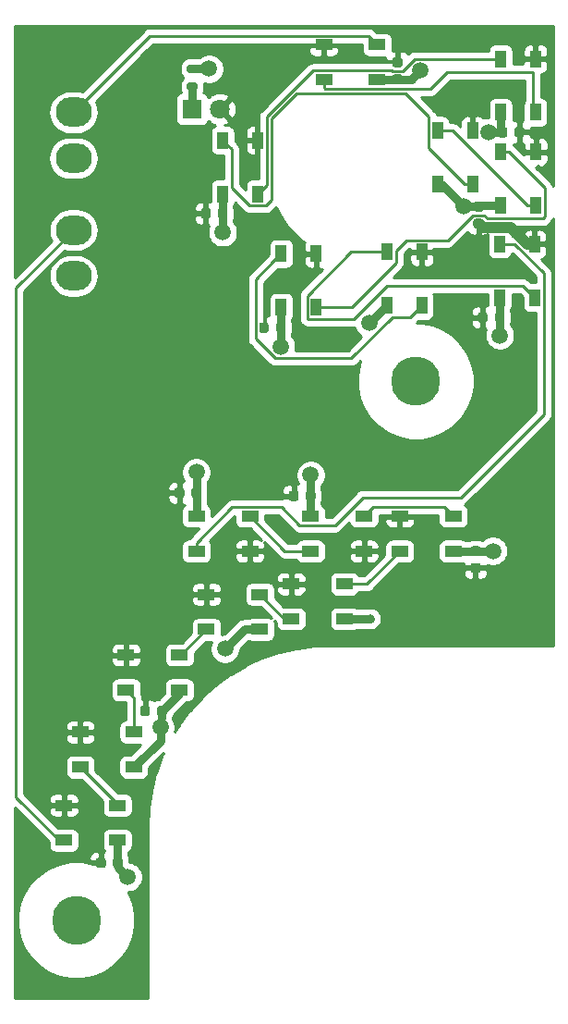
<source format=gbr>
%TF.GenerationSoftware,KiCad,Pcbnew,(5.1.10)-1*%
%TF.CreationDate,2021-11-16T16:25:11+11:00*%
%TF.ProjectId,OBOGS Panel PCB V2,4f424f47-5320-4506-916e-656c20504342,rev?*%
%TF.SameCoordinates,Original*%
%TF.FileFunction,Copper,L1,Top*%
%TF.FilePolarity,Positive*%
%FSLAX46Y46*%
G04 Gerber Fmt 4.6, Leading zero omitted, Abs format (unit mm)*
G04 Created by KiCad (PCBNEW (5.1.10)-1) date 2021-11-16 16:25:11*
%MOMM*%
%LPD*%
G01*
G04 APERTURE LIST*
%TA.AperFunction,ComponentPad*%
%ADD10O,3.300000X2.700000*%
%TD*%
%TA.AperFunction,WasherPad*%
%ADD11C,4.500000*%
%TD*%
%TA.AperFunction,ComponentPad*%
%ADD12C,1.800000*%
%TD*%
%TA.AperFunction,ComponentPad*%
%ADD13R,1.800000X1.800000*%
%TD*%
%TA.AperFunction,SMDPad,CuDef*%
%ADD14R,1.500000X1.000000*%
%TD*%
%TA.AperFunction,SMDPad,CuDef*%
%ADD15R,1.000000X1.500000*%
%TD*%
%TA.AperFunction,ViaPad*%
%ADD16C,1.500000*%
%TD*%
%TA.AperFunction,ViaPad*%
%ADD17C,0.800000*%
%TD*%
%TA.AperFunction,Conductor*%
%ADD18C,1.000000*%
%TD*%
%TA.AperFunction,Conductor*%
%ADD19C,0.250000*%
%TD*%
%TA.AperFunction,Conductor*%
%ADD20C,0.750000*%
%TD*%
%TA.AperFunction,Conductor*%
%ADD21C,0.254000*%
%TD*%
%TA.AperFunction,Conductor*%
%ADD22C,0.100000*%
%TD*%
G04 APERTURE END LIST*
D10*
%TO.P,J2,4*%
%TO.N,/DATAOUT*%
X164766360Y-60275360D03*
%TO.P,J2,3*%
%TO.N,/LEDGND*%
X164766360Y-64475360D03*
%TO.P,J2,2*%
%TO.N,/LED+5V*%
X170266360Y-60275360D03*
%TO.P,J2,1*%
%TA.AperFunction,ComponentPad*%
G36*
G01*
X171666359Y-65825360D02*
X168866361Y-65825360D01*
G75*
G02*
X168616360Y-65575359I0J250001D01*
G01*
X168616360Y-63375361D01*
G75*
G02*
X168866361Y-63125360I250001J0D01*
G01*
X171666359Y-63125360D01*
G75*
G02*
X171916360Y-63375361I0J-250001D01*
G01*
X171916360Y-65575359D01*
G75*
G02*
X171666359Y-65825360I-250001J0D01*
G01*
G37*
%TD.AperFunction*%
%TD*%
%TO.P,J1,4*%
%TO.N,/DATAIN*%
X164751120Y-49495600D03*
%TO.P,J1,3*%
%TO.N,/LEDGND*%
X164751120Y-53695600D03*
%TO.P,J1,2*%
%TO.N,/LED+5V*%
X170251120Y-49495600D03*
%TO.P,J1,1*%
%TA.AperFunction,ComponentPad*%
G36*
G01*
X171651119Y-55045600D02*
X168851121Y-55045600D01*
G75*
G02*
X168601120Y-54795599I0J250001D01*
G01*
X168601120Y-52595601D01*
G75*
G02*
X168851121Y-52345600I250001J0D01*
G01*
X171651119Y-52345600D01*
G75*
G02*
X171901120Y-52595601I0J-250001D01*
G01*
X171901120Y-54795599D01*
G75*
G02*
X171651119Y-55045600I-250001J0D01*
G01*
G37*
%TD.AperFunction*%
%TD*%
%TO.P,C12,2*%
%TO.N,/LEDGND*%
%TA.AperFunction,SMDPad,CuDef*%
G36*
G01*
X203397700Y-68523830D02*
X203397700Y-68011330D01*
G75*
G02*
X203616450Y-67792580I218750J0D01*
G01*
X204053950Y-67792580D01*
G75*
G02*
X204272700Y-68011330I0J-218750D01*
G01*
X204272700Y-68523830D01*
G75*
G02*
X204053950Y-68742580I-218750J0D01*
G01*
X203616450Y-68742580D01*
G75*
G02*
X203397700Y-68523830I0J218750D01*
G01*
G37*
%TD.AperFunction*%
%TO.P,C12,1*%
%TO.N,/LED+5V*%
%TA.AperFunction,SMDPad,CuDef*%
G36*
G01*
X201822700Y-68523830D02*
X201822700Y-68011330D01*
G75*
G02*
X202041450Y-67792580I218750J0D01*
G01*
X202478950Y-67792580D01*
G75*
G02*
X202697700Y-68011330I0J-218750D01*
G01*
X202697700Y-68523830D01*
G75*
G02*
X202478950Y-68742580I-218750J0D01*
G01*
X202041450Y-68742580D01*
G75*
G02*
X201822700Y-68523830I0J218750D01*
G01*
G37*
%TD.AperFunction*%
%TD*%
%TO.P,C11,2*%
%TO.N,/LEDGND*%
%TA.AperFunction,SMDPad,CuDef*%
G36*
G01*
X183341660Y-69476330D02*
X183341660Y-68963830D01*
G75*
G02*
X183560410Y-68745080I218750J0D01*
G01*
X183997910Y-68745080D01*
G75*
G02*
X184216660Y-68963830I0J-218750D01*
G01*
X184216660Y-69476330D01*
G75*
G02*
X183997910Y-69695080I-218750J0D01*
G01*
X183560410Y-69695080D01*
G75*
G02*
X183341660Y-69476330I0J218750D01*
G01*
G37*
%TD.AperFunction*%
%TO.P,C11,1*%
%TO.N,/LED+5V*%
%TA.AperFunction,SMDPad,CuDef*%
G36*
G01*
X181766660Y-69476330D02*
X181766660Y-68963830D01*
G75*
G02*
X181985410Y-68745080I218750J0D01*
G01*
X182422910Y-68745080D01*
G75*
G02*
X182641660Y-68963830I0J-218750D01*
G01*
X182641660Y-69476330D01*
G75*
G02*
X182422910Y-69695080I-218750J0D01*
G01*
X181985410Y-69695080D01*
G75*
G02*
X181766660Y-69476330I0J218750D01*
G01*
G37*
%TD.AperFunction*%
%TD*%
D11*
%TO.P,3,*%
%TO.N,*%
X165006157Y-123447567D03*
%TD*%
%TO.P,2,*%
%TO.N,*%
X196121157Y-74108067D03*
%TD*%
%TO.P,C4,2*%
%TO.N,/LEDGND*%
%TA.AperFunction,SMDPad,CuDef*%
G36*
G01*
X204536160Y-51065620D02*
X204536160Y-51565620D01*
G75*
G02*
X204311160Y-51790620I-225000J0D01*
G01*
X203861160Y-51790620D01*
G75*
G02*
X203636160Y-51565620I0J225000D01*
G01*
X203636160Y-51065620D01*
G75*
G02*
X203861160Y-50840620I225000J0D01*
G01*
X204311160Y-50840620D01*
G75*
G02*
X204536160Y-51065620I0J-225000D01*
G01*
G37*
%TD.AperFunction*%
%TO.P,C4,1*%
%TO.N,/LED+5V*%
%TA.AperFunction,SMDPad,CuDef*%
G36*
G01*
X206086160Y-51065620D02*
X206086160Y-51565620D01*
G75*
G02*
X205861160Y-51790620I-225000J0D01*
G01*
X205411160Y-51790620D01*
G75*
G02*
X205186160Y-51565620I0J225000D01*
G01*
X205186160Y-51065620D01*
G75*
G02*
X205411160Y-50840620I225000J0D01*
G01*
X205861160Y-50840620D01*
G75*
G02*
X206086160Y-51065620I0J-225000D01*
G01*
G37*
%TD.AperFunction*%
%TD*%
%TO.P,C8,2*%
%TO.N,/LEDGND*%
%TA.AperFunction,SMDPad,CuDef*%
G36*
G01*
X175564380Y-84572920D02*
X175564380Y-84072920D01*
G75*
G02*
X175789380Y-83847920I225000J0D01*
G01*
X176239380Y-83847920D01*
G75*
G02*
X176464380Y-84072920I0J-225000D01*
G01*
X176464380Y-84572920D01*
G75*
G02*
X176239380Y-84797920I-225000J0D01*
G01*
X175789380Y-84797920D01*
G75*
G02*
X175564380Y-84572920I0J225000D01*
G01*
G37*
%TD.AperFunction*%
%TO.P,C8,1*%
%TO.N,/LED+5V*%
%TA.AperFunction,SMDPad,CuDef*%
G36*
G01*
X174014380Y-84572920D02*
X174014380Y-84072920D01*
G75*
G02*
X174239380Y-83847920I225000J0D01*
G01*
X174689380Y-83847920D01*
G75*
G02*
X174914380Y-84072920I0J-225000D01*
G01*
X174914380Y-84572920D01*
G75*
G02*
X174689380Y-84797920I-225000J0D01*
G01*
X174239380Y-84797920D01*
G75*
G02*
X174014380Y-84572920I0J225000D01*
G01*
G37*
%TD.AperFunction*%
%TD*%
%TO.P,R1,2*%
%TO.N,/LEDGND*%
%TA.AperFunction,SMDPad,CuDef*%
G36*
G01*
X175910920Y-45901560D02*
X175360920Y-45901560D01*
G75*
G02*
X175160920Y-45701560I0J200000D01*
G01*
X175160920Y-45301560D01*
G75*
G02*
X175360920Y-45101560I200000J0D01*
G01*
X175910920Y-45101560D01*
G75*
G02*
X176110920Y-45301560I0J-200000D01*
G01*
X176110920Y-45701560D01*
G75*
G02*
X175910920Y-45901560I-200000J0D01*
G01*
G37*
%TD.AperFunction*%
%TO.P,R1,1*%
%TO.N,Net-(D17-Pad1)*%
%TA.AperFunction,SMDPad,CuDef*%
G36*
G01*
X175910920Y-47551560D02*
X175360920Y-47551560D01*
G75*
G02*
X175160920Y-47351560I0J200000D01*
G01*
X175160920Y-46951560D01*
G75*
G02*
X175360920Y-46751560I200000J0D01*
G01*
X175910920Y-46751560D01*
G75*
G02*
X176110920Y-46951560I0J-200000D01*
G01*
X176110920Y-47351560D01*
G75*
G02*
X175910920Y-47551560I-200000J0D01*
G01*
G37*
%TD.AperFunction*%
%TD*%
%TO.P,C10,2*%
%TO.N,/LEDGND*%
%TA.AperFunction,SMDPad,CuDef*%
G36*
G01*
X168368560Y-118438740D02*
X168368560Y-117938740D01*
G75*
G02*
X168593560Y-117713740I225000J0D01*
G01*
X169043560Y-117713740D01*
G75*
G02*
X169268560Y-117938740I0J-225000D01*
G01*
X169268560Y-118438740D01*
G75*
G02*
X169043560Y-118663740I-225000J0D01*
G01*
X168593560Y-118663740D01*
G75*
G02*
X168368560Y-118438740I0J225000D01*
G01*
G37*
%TD.AperFunction*%
%TO.P,C10,1*%
%TO.N,/LED+5V*%
%TA.AperFunction,SMDPad,CuDef*%
G36*
G01*
X166818560Y-118438740D02*
X166818560Y-117938740D01*
G75*
G02*
X167043560Y-117713740I225000J0D01*
G01*
X167493560Y-117713740D01*
G75*
G02*
X167718560Y-117938740I0J-225000D01*
G01*
X167718560Y-118438740D01*
G75*
G02*
X167493560Y-118663740I-225000J0D01*
G01*
X167043560Y-118663740D01*
G75*
G02*
X166818560Y-118438740I0J225000D01*
G01*
G37*
%TD.AperFunction*%
%TD*%
%TO.P,C9,2*%
%TO.N,/LEDGND*%
%TA.AperFunction,SMDPad,CuDef*%
G36*
G01*
X172414780Y-104542400D02*
X172414780Y-104042400D01*
G75*
G02*
X172639780Y-103817400I225000J0D01*
G01*
X173089780Y-103817400D01*
G75*
G02*
X173314780Y-104042400I0J-225000D01*
G01*
X173314780Y-104542400D01*
G75*
G02*
X173089780Y-104767400I-225000J0D01*
G01*
X172639780Y-104767400D01*
G75*
G02*
X172414780Y-104542400I0J225000D01*
G01*
G37*
%TD.AperFunction*%
%TO.P,C9,1*%
%TO.N,/LED+5V*%
%TA.AperFunction,SMDPad,CuDef*%
G36*
G01*
X170864780Y-104542400D02*
X170864780Y-104042400D01*
G75*
G02*
X171089780Y-103817400I225000J0D01*
G01*
X171539780Y-103817400D01*
G75*
G02*
X171764780Y-104042400I0J-225000D01*
G01*
X171764780Y-104542400D01*
G75*
G02*
X171539780Y-104767400I-225000J0D01*
G01*
X171089780Y-104767400D01*
G75*
G02*
X170864780Y-104542400I0J225000D01*
G01*
G37*
%TD.AperFunction*%
%TD*%
%TO.P,C7,2*%
%TO.N,/LEDGND*%
%TA.AperFunction,SMDPad,CuDef*%
G36*
G01*
X186044720Y-84857400D02*
X186044720Y-84357400D01*
G75*
G02*
X186269720Y-84132400I225000J0D01*
G01*
X186719720Y-84132400D01*
G75*
G02*
X186944720Y-84357400I0J-225000D01*
G01*
X186944720Y-84857400D01*
G75*
G02*
X186719720Y-85082400I-225000J0D01*
G01*
X186269720Y-85082400D01*
G75*
G02*
X186044720Y-84857400I0J225000D01*
G01*
G37*
%TD.AperFunction*%
%TO.P,C7,1*%
%TO.N,/LED+5V*%
%TA.AperFunction,SMDPad,CuDef*%
G36*
G01*
X184494720Y-84857400D02*
X184494720Y-84357400D01*
G75*
G02*
X184719720Y-84132400I225000J0D01*
G01*
X185169720Y-84132400D01*
G75*
G02*
X185394720Y-84357400I0J-225000D01*
G01*
X185394720Y-84857400D01*
G75*
G02*
X185169720Y-85082400I-225000J0D01*
G01*
X184719720Y-85082400D01*
G75*
G02*
X184494720Y-84857400I0J225000D01*
G01*
G37*
%TD.AperFunction*%
%TD*%
%TO.P,C6,2*%
%TO.N,/LEDGND*%
%TA.AperFunction,SMDPad,CuDef*%
G36*
G01*
X201852340Y-90101840D02*
X201352340Y-90101840D01*
G75*
G02*
X201127340Y-89876840I0J225000D01*
G01*
X201127340Y-89426840D01*
G75*
G02*
X201352340Y-89201840I225000J0D01*
G01*
X201852340Y-89201840D01*
G75*
G02*
X202077340Y-89426840I0J-225000D01*
G01*
X202077340Y-89876840D01*
G75*
G02*
X201852340Y-90101840I-225000J0D01*
G01*
G37*
%TD.AperFunction*%
%TO.P,C6,1*%
%TO.N,/LED+5V*%
%TA.AperFunction,SMDPad,CuDef*%
G36*
G01*
X201852340Y-91651840D02*
X201352340Y-91651840D01*
G75*
G02*
X201127340Y-91426840I0J225000D01*
G01*
X201127340Y-90976840D01*
G75*
G02*
X201352340Y-90751840I225000J0D01*
G01*
X201852340Y-90751840D01*
G75*
G02*
X202077340Y-90976840I0J-225000D01*
G01*
X202077340Y-91426840D01*
G75*
G02*
X201852340Y-91651840I-225000J0D01*
G01*
G37*
%TD.AperFunction*%
%TD*%
%TO.P,C5,2*%
%TO.N,/LEDGND*%
%TA.AperFunction,SMDPad,CuDef*%
G36*
G01*
X194197160Y-46019900D02*
X194697160Y-46019900D01*
G75*
G02*
X194922160Y-46244900I0J-225000D01*
G01*
X194922160Y-46694900D01*
G75*
G02*
X194697160Y-46919900I-225000J0D01*
G01*
X194197160Y-46919900D01*
G75*
G02*
X193972160Y-46694900I0J225000D01*
G01*
X193972160Y-46244900D01*
G75*
G02*
X194197160Y-46019900I225000J0D01*
G01*
G37*
%TD.AperFunction*%
%TO.P,C5,1*%
%TO.N,/LED+5V*%
%TA.AperFunction,SMDPad,CuDef*%
G36*
G01*
X194197160Y-44469900D02*
X194697160Y-44469900D01*
G75*
G02*
X194922160Y-44694900I0J-225000D01*
G01*
X194922160Y-45144900D01*
G75*
G02*
X194697160Y-45369900I-225000J0D01*
G01*
X194197160Y-45369900D01*
G75*
G02*
X193972160Y-45144900I0J225000D01*
G01*
X193972160Y-44694900D01*
G75*
G02*
X194197160Y-44469900I225000J0D01*
G01*
G37*
%TD.AperFunction*%
%TD*%
%TO.P,C3,2*%
%TO.N,/LEDGND*%
%TA.AperFunction,SMDPad,CuDef*%
G36*
G01*
X202131740Y-58584920D02*
X201631740Y-58584920D01*
G75*
G02*
X201406740Y-58359920I0J225000D01*
G01*
X201406740Y-57909920D01*
G75*
G02*
X201631740Y-57684920I225000J0D01*
G01*
X202131740Y-57684920D01*
G75*
G02*
X202356740Y-57909920I0J-225000D01*
G01*
X202356740Y-58359920D01*
G75*
G02*
X202131740Y-58584920I-225000J0D01*
G01*
G37*
%TD.AperFunction*%
%TO.P,C3,1*%
%TO.N,/LED+5V*%
%TA.AperFunction,SMDPad,CuDef*%
G36*
G01*
X202131740Y-60134920D02*
X201631740Y-60134920D01*
G75*
G02*
X201406740Y-59909920I0J225000D01*
G01*
X201406740Y-59459920D01*
G75*
G02*
X201631740Y-59234920I225000J0D01*
G01*
X202131740Y-59234920D01*
G75*
G02*
X202356740Y-59459920I0J-225000D01*
G01*
X202356740Y-59909920D01*
G75*
G02*
X202131740Y-60134920I-225000J0D01*
G01*
G37*
%TD.AperFunction*%
%TD*%
%TO.P,C2,2*%
%TO.N,/LEDGND*%
%TA.AperFunction,SMDPad,CuDef*%
G36*
G01*
X177985300Y-58997660D02*
X177985300Y-58497660D01*
G75*
G02*
X178210300Y-58272660I225000J0D01*
G01*
X178660300Y-58272660D01*
G75*
G02*
X178885300Y-58497660I0J-225000D01*
G01*
X178885300Y-58997660D01*
G75*
G02*
X178660300Y-59222660I-225000J0D01*
G01*
X178210300Y-59222660D01*
G75*
G02*
X177985300Y-58997660I0J225000D01*
G01*
G37*
%TD.AperFunction*%
%TO.P,C2,1*%
%TO.N,/LED+5V*%
%TA.AperFunction,SMDPad,CuDef*%
G36*
G01*
X176435300Y-58997660D02*
X176435300Y-58497660D01*
G75*
G02*
X176660300Y-58272660I225000J0D01*
G01*
X177110300Y-58272660D01*
G75*
G02*
X177335300Y-58497660I0J-225000D01*
G01*
X177335300Y-58997660D01*
G75*
G02*
X177110300Y-59222660I-225000J0D01*
G01*
X176660300Y-59222660D01*
G75*
G02*
X176435300Y-58997660I0J225000D01*
G01*
G37*
%TD.AperFunction*%
%TD*%
D12*
%TO.P,D17,2*%
%TO.N,/LED+5V*%
X178153060Y-49209960D03*
D13*
%TO.P,D17,1*%
%TO.N,Net-(D17-Pad1)*%
X175613060Y-49209960D03*
%TD*%
D14*
%TO.P,D16,1*%
%TO.N,/LED+5V*%
X163881000Y-112928000D03*
%TO.P,D16,2*%
%TO.N,/DATAOUT*%
X163881000Y-116128000D03*
%TO.P,D16,4*%
%TO.N,Net-(D15-Pad2)*%
X168781000Y-112928000D03*
%TO.P,D16,3*%
%TO.N,/LEDGND*%
X168781000Y-116128000D03*
%TD*%
%TO.P,D15,1*%
%TO.N,/LED+5V*%
X165382000Y-106223000D03*
%TO.P,D15,2*%
%TO.N,Net-(D15-Pad2)*%
X165382000Y-109423000D03*
%TO.P,D15,4*%
%TO.N,Net-(D14-Pad2)*%
X170282000Y-106223000D03*
%TO.P,D15,3*%
%TO.N,/LEDGND*%
X170282000Y-109423000D03*
%TD*%
%TO.P,D14,1*%
%TO.N,/LED+5V*%
X169570000Y-99162000D03*
%TO.P,D14,2*%
%TO.N,Net-(D14-Pad2)*%
X169570000Y-102362000D03*
%TO.P,D14,4*%
%TO.N,Net-(D13-Pad2)*%
X174470000Y-99162000D03*
%TO.P,D14,3*%
%TO.N,/LEDGND*%
X174470000Y-102362000D03*
%TD*%
%TO.P,D13,1*%
%TO.N,/LED+5V*%
X176936000Y-93624400D03*
%TO.P,D13,2*%
%TO.N,Net-(D13-Pad2)*%
X176936000Y-96824400D03*
%TO.P,D13,4*%
%TO.N,Net-(D12-Pad2)*%
X181836000Y-93624400D03*
%TO.P,D13,3*%
%TO.N,/LEDGND*%
X181836000Y-96824400D03*
%TD*%
%TO.P,D12,1*%
%TO.N,/LED+5V*%
X184709000Y-92659200D03*
%TO.P,D12,2*%
%TO.N,Net-(D12-Pad2)*%
X184709000Y-95859200D03*
%TO.P,D12,4*%
%TO.N,Net-(D11-Pad2)*%
X189609000Y-92659200D03*
%TO.P,D12,3*%
%TO.N,/LEDGND*%
X189609000Y-95859200D03*
%TD*%
%TO.P,D11,1*%
%TO.N,/LED+5V*%
X194666000Y-86461600D03*
%TO.P,D11,2*%
%TO.N,Net-(D11-Pad2)*%
X194666000Y-89661600D03*
%TO.P,D11,4*%
%TO.N,Net-(D10-Pad2)*%
X199566000Y-86461600D03*
%TO.P,D11,3*%
%TO.N,/LEDGND*%
X199566000Y-89661600D03*
%TD*%
%TO.P,D10,1*%
%TO.N,/LED+5V*%
X191387000Y-89661600D03*
%TO.P,D10,2*%
%TO.N,Net-(D10-Pad2)*%
X191387000Y-86461600D03*
%TO.P,D10,4*%
%TO.N,Net-(D10-Pad4)*%
X186487000Y-89661600D03*
%TO.P,D10,3*%
%TO.N,/LEDGND*%
X186487000Y-86461600D03*
%TD*%
%TO.P,D9,1*%
%TO.N,/LED+5V*%
X180922000Y-89661600D03*
%TO.P,D9,2*%
%TO.N,Net-(D10-Pad4)*%
X180922000Y-86461600D03*
%TO.P,D9,4*%
%TO.N,Net-(D8-Pad2)*%
X176022000Y-89661600D03*
%TO.P,D9,3*%
%TO.N,/LEDGND*%
X176022000Y-86461600D03*
%TD*%
D15*
%TO.P,D8,1*%
%TO.N,/LED+5V*%
X207035000Y-61558000D03*
%TO.P,D8,2*%
%TO.N,Net-(D8-Pad2)*%
X203835000Y-61558000D03*
%TO.P,D8,4*%
%TO.N,Net-(D7-Pad2)*%
X207035000Y-66458000D03*
%TO.P,D8,3*%
%TO.N,/LEDGND*%
X203835000Y-66458000D03*
%TD*%
%TO.P,D7,1*%
%TO.N,/LED+5V*%
X196698000Y-62280800D03*
%TO.P,D7,2*%
%TO.N,Net-(D7-Pad2)*%
X193498000Y-62280800D03*
%TO.P,D7,4*%
%TO.N,Net-(D6-Pad2)*%
X196698000Y-67180800D03*
%TO.P,D7,3*%
%TO.N,/LEDGND*%
X193498000Y-67180800D03*
%TD*%
%TO.P,D6,1*%
%TO.N,/LED+5V*%
X186995000Y-62433200D03*
%TO.P,D6,2*%
%TO.N,Net-(D6-Pad2)*%
X183795000Y-62433200D03*
%TO.P,D6,4*%
%TO.N,Net-(D5-Pad2)*%
X186995000Y-67333200D03*
%TO.P,D6,3*%
%TO.N,/LEDGND*%
X183795000Y-67333200D03*
%TD*%
%TO.P,D5,1*%
%TO.N,/LED+5V*%
X207137000Y-53125200D03*
%TO.P,D5,2*%
%TO.N,Net-(D5-Pad2)*%
X203937000Y-53125200D03*
%TO.P,D5,4*%
%TO.N,Net-(D4-Pad2)*%
X207137000Y-58025200D03*
%TO.P,D5,3*%
%TO.N,/LEDGND*%
X203937000Y-58025200D03*
%TD*%
%TO.P,D4,1*%
%TO.N,/LED+5V*%
X201346000Y-51144000D03*
%TO.P,D4,2*%
%TO.N,Net-(D4-Pad2)*%
X198146000Y-51144000D03*
%TO.P,D4,4*%
%TO.N,Net-(D3-Pad2)*%
X201346000Y-56044000D03*
%TO.P,D4,3*%
%TO.N,/LEDGND*%
X198146000Y-56044000D03*
%TD*%
%TO.P,D3,1*%
%TO.N,/LED+5V*%
X181635000Y-52058400D03*
%TO.P,D3,2*%
%TO.N,Net-(D3-Pad2)*%
X178435000Y-52058400D03*
%TO.P,D3,4*%
%TO.N,Net-(D2-Pad2)*%
X181635000Y-56958400D03*
%TO.P,D3,3*%
%TO.N,/LEDGND*%
X178435000Y-56958400D03*
%TD*%
%TO.P,D2,1*%
%TO.N,/LED+5V*%
X207112000Y-44602400D03*
%TO.P,D2,2*%
%TO.N,Net-(D2-Pad2)*%
X203912000Y-44602400D03*
%TO.P,D2,4*%
%TO.N,Net-(D1-Pad2)*%
X207112000Y-49502400D03*
%TO.P,D2,3*%
%TO.N,/LEDGND*%
X203912000Y-49502400D03*
%TD*%
D14*
%TO.P,D1,1*%
%TO.N,/LED+5V*%
X187694000Y-43307200D03*
%TO.P,D1,2*%
%TO.N,Net-(D1-Pad2)*%
X187694000Y-46507200D03*
%TO.P,D1,4*%
%TO.N,/DATAIN*%
X192594000Y-43307200D03*
%TO.P,D1,3*%
%TO.N,/LEDGND*%
X192594000Y-46507200D03*
%TD*%
D16*
%TO.N,/LEDGND*%
X203215240Y-89654380D03*
D17*
X191960500Y-95851980D03*
D16*
X178429920Y-60479940D03*
X191851280Y-68806060D03*
X183761380Y-70949820D03*
X203832460Y-69916040D03*
X200543160Y-58112660D03*
X202821540Y-51315620D03*
X196547740Y-45679360D03*
X172707300Y-105785920D03*
X169738040Y-119484140D03*
X178645820Y-98605340D03*
X186499500Y-82692240D03*
X176014380Y-82433160D03*
X177177700Y-45501560D03*
%TD*%
D18*
%TO.N,/LED+5V*%
X201931750Y-59734930D02*
X201881740Y-59734930D01*
X202253926Y-60057106D02*
X201931750Y-59734930D01*
X204865844Y-60057106D02*
X202253926Y-60057106D01*
X206366738Y-61558000D02*
X204865844Y-60057106D01*
X207035000Y-61558000D02*
X206366738Y-61558000D01*
D19*
%TO.N,Net-(D1-Pad2)*%
X187694000Y-46507200D02*
X187694000Y-47257200D01*
X187787480Y-47350680D02*
X197499320Y-47350680D01*
X187694000Y-47257200D02*
X187787480Y-47350680D01*
X197499320Y-47350680D02*
X199000000Y-45850000D01*
X199000000Y-45850000D02*
X206850000Y-45850000D01*
X206850000Y-49240400D02*
X207112000Y-49502400D01*
X206850000Y-45850000D02*
X206850000Y-49240400D01*
%TO.N,/DATAIN*%
X171764521Y-42482199D02*
X164751120Y-49495600D01*
X191768999Y-42482199D02*
X171764521Y-42482199D01*
X192594000Y-43307200D02*
X191768999Y-42482199D01*
D20*
%TO.N,/LEDGND*%
X176014380Y-86453980D02*
X176022000Y-86461600D01*
X201592580Y-89661600D02*
X201602340Y-89651840D01*
X199566000Y-89661600D02*
X201592580Y-89661600D01*
X201602340Y-89651840D02*
X203215240Y-89654380D01*
X203215240Y-89654380D02*
X203227940Y-89651840D01*
X189609000Y-95859200D02*
X191960500Y-95851980D01*
X191960500Y-95851980D02*
X191953280Y-95859200D01*
X177177700Y-45501560D02*
X177177700Y-45501560D01*
X178435000Y-58747360D02*
X178435300Y-58747660D01*
X178435000Y-56958400D02*
X178435000Y-58747360D01*
X178435300Y-58747660D02*
X178429920Y-60479940D01*
X178429920Y-60479940D02*
X178435300Y-60510720D01*
X193498000Y-67180800D02*
X193498000Y-67177120D01*
X193498000Y-67177120D02*
X191851280Y-68806060D01*
X191851280Y-68806060D02*
X191869060Y-68806060D01*
X183795000Y-69204240D02*
X183779160Y-69220080D01*
X183795000Y-67333200D02*
X183795000Y-69204240D01*
X183779160Y-69220080D02*
X183761380Y-70949820D01*
X183761380Y-70949820D02*
X183779160Y-70932040D01*
X203835000Y-66458000D02*
X203832460Y-69916040D01*
X203832460Y-69916040D02*
X203835000Y-69913500D01*
X201991460Y-58025200D02*
X201881740Y-58134920D01*
X203937000Y-58025200D02*
X201991460Y-58025200D01*
X201881740Y-58134920D02*
X200543160Y-58112660D01*
X200543160Y-58112660D02*
X200565420Y-58134920D01*
X203912000Y-51141460D02*
X204086160Y-51315620D01*
X203912000Y-49502400D02*
X203912000Y-51141460D01*
X204086160Y-51315620D02*
X202821540Y-51315620D01*
X202821540Y-51315620D02*
X202679300Y-51315620D01*
X194409860Y-46507200D02*
X194447160Y-46469900D01*
X192594000Y-46507200D02*
X194409860Y-46507200D01*
X194447160Y-46469900D02*
X195782600Y-46469900D01*
X195782600Y-46469900D02*
X195782600Y-46444500D01*
X195782600Y-46444500D02*
X196547740Y-45679360D01*
X196547740Y-45679360D02*
X196547740Y-45679360D01*
X198474500Y-56044000D02*
X200543160Y-58112660D01*
X198146000Y-56044000D02*
X198474500Y-56044000D01*
X174470000Y-102687180D02*
X172864780Y-104292400D01*
X174470000Y-102362000D02*
X174470000Y-102687180D01*
X172864780Y-104292400D02*
X172707300Y-105785920D01*
X172707300Y-105785920D02*
X172864780Y-105643680D01*
X168781000Y-116128000D02*
X168781000Y-118151180D01*
X168818560Y-118188740D02*
X168781000Y-118151180D01*
X168818560Y-118188740D02*
X168818560Y-118620540D01*
X168818560Y-118620540D02*
X169738040Y-119484140D01*
X169738040Y-119484140D02*
X169689780Y-119491760D01*
X172707300Y-106997700D02*
X172707300Y-105785920D01*
X170282000Y-109423000D02*
X172707300Y-106997700D01*
X181836000Y-96824400D02*
X180426760Y-96824400D01*
X180426760Y-96824400D02*
X178645820Y-98605340D01*
X178645820Y-98605340D02*
X178645820Y-98605340D01*
X186487000Y-84615120D02*
X186494720Y-84607400D01*
X186487000Y-86461600D02*
X186487000Y-84615120D01*
X186494720Y-84607400D02*
X186499500Y-82692240D01*
X186499500Y-82692240D02*
X186494720Y-82697020D01*
X176022000Y-84330540D02*
X176014380Y-84322920D01*
X176022000Y-86461600D02*
X176022000Y-84330540D01*
X176014380Y-84322920D02*
X176014380Y-82433160D01*
X176014380Y-82433160D02*
X176014380Y-82433160D01*
X175635920Y-45501560D02*
X177177700Y-45501560D01*
D19*
%TO.N,Net-(D2-Pad2)*%
X182460001Y-49906197D02*
X182460001Y-56133399D01*
X186683999Y-45682199D02*
X182460001Y-49906197D01*
X182460001Y-56133399D02*
X181635000Y-56958400D01*
X193969326Y-45694900D02*
X193956625Y-45682199D01*
X194941198Y-45694900D02*
X193969326Y-45694900D01*
X193956625Y-45682199D02*
X186683999Y-45682199D01*
X196033698Y-44602400D02*
X194941198Y-45694900D01*
X203912000Y-44602400D02*
X196033698Y-44602400D01*
%TO.N,Net-(D3-Pad2)*%
X200596000Y-56044000D02*
X197320999Y-52768999D01*
X201346000Y-56044000D02*
X200596000Y-56044000D01*
X197320999Y-52768999D02*
X197320999Y-49920999D01*
X195200690Y-47800690D02*
X185201918Y-47800690D01*
X197320999Y-49920999D02*
X195200690Y-47800690D01*
X179260001Y-52883401D02*
X178435000Y-52058400D01*
X179260001Y-56418403D02*
X179260001Y-52883401D01*
X180874999Y-58033401D02*
X179260001Y-56418403D01*
X182395001Y-58033401D02*
X180874999Y-58033401D01*
X182910011Y-57518391D02*
X182395001Y-58033401D01*
X182910011Y-50092597D02*
X182910011Y-57518391D01*
X185201918Y-47800690D02*
X182910011Y-50092597D01*
%TO.N,Net-(D4-Pad2)*%
X199505800Y-51144000D02*
X198146000Y-51144000D01*
X206387000Y-58025200D02*
X199505800Y-51144000D01*
X207137000Y-58025200D02*
X206387000Y-58025200D01*
%TO.N,Net-(D5-Pad2)*%
X190280602Y-67333200D02*
X186995000Y-67333200D01*
X194323001Y-63290801D02*
X190280602Y-67333200D01*
X194323001Y-62126999D02*
X194323001Y-63290801D01*
X195244201Y-61205799D02*
X194323001Y-62126999D01*
X199041023Y-61205799D02*
X195244201Y-61205799D01*
X201336902Y-58909920D02*
X199041023Y-61205799D01*
X202359574Y-58909920D02*
X201336902Y-58909920D01*
X202681750Y-59232096D02*
X202359574Y-58909920D01*
X207765106Y-59232096D02*
X202681750Y-59232096D01*
X207962001Y-59035201D02*
X207765106Y-59232096D01*
X207962001Y-56400201D02*
X207962001Y-59035201D01*
X204687000Y-53125200D02*
X207962001Y-56400201D01*
X203937000Y-53125200D02*
X204687000Y-53125200D01*
%TO.N,Net-(D6-Pad2)*%
X181441650Y-64786550D02*
X183105144Y-63123056D01*
X181441650Y-70221092D02*
X181441650Y-64786550D01*
X195622999Y-68255801D02*
X193992541Y-68255801D01*
X196698000Y-67180800D02*
X195622999Y-68255801D01*
X193992541Y-68255801D02*
X190223521Y-72024821D01*
X190223521Y-72024821D02*
X183245379Y-72024821D01*
X183245379Y-72024821D02*
X181441650Y-70221092D01*
X183105144Y-63123056D02*
X183795000Y-62433200D01*
%TO.N,Net-(D7-Pad2)*%
X205959999Y-65382999D02*
X207035000Y-66458000D01*
X186234999Y-68408201D02*
X190435597Y-68408201D01*
X186169999Y-68343201D02*
X186234999Y-68408201D01*
X186169999Y-66323199D02*
X186169999Y-68343201D01*
X193460799Y-65382999D02*
X205959999Y-65382999D01*
X190212398Y-62280800D02*
X186169999Y-66323199D01*
X190435597Y-68408201D02*
X193460799Y-65382999D01*
X193498000Y-62280800D02*
X190212398Y-62280800D01*
%TO.N,Net-(D8-Pad2)*%
X176022000Y-88911600D02*
X179297001Y-85636599D01*
X179297001Y-85636599D02*
X183826997Y-85636599D01*
X188726997Y-87286601D02*
X191263598Y-84750000D01*
X176022000Y-89661600D02*
X176022000Y-88911600D01*
X183826997Y-85636599D02*
X185476999Y-87286601D01*
X185476999Y-87286601D02*
X188726997Y-87286601D01*
X191263598Y-84750000D02*
X200250000Y-84750000D01*
X205199998Y-61558000D02*
X203835000Y-61558000D01*
X207860001Y-64218003D02*
X205199998Y-61558000D01*
X207860001Y-77139999D02*
X207860001Y-64218003D01*
X200250000Y-84750000D02*
X207860001Y-77139999D01*
%TO.N,Net-(D10-Pad4)*%
X184122000Y-89661600D02*
X180922000Y-86461600D01*
X186487000Y-89661600D02*
X184122000Y-89661600D01*
%TO.N,Net-(D10-Pad2)*%
X198740999Y-85636599D02*
X192212001Y-85636599D01*
X192212001Y-85636599D02*
X191387000Y-86461600D01*
X199566000Y-86461600D02*
X198740999Y-85636599D01*
%TO.N,Net-(D11-Pad2)*%
X191668400Y-92659200D02*
X189609000Y-92659200D01*
X194666000Y-89661600D02*
X191668400Y-92659200D01*
%TO.N,Net-(D12-Pad2)*%
X184070800Y-95859200D02*
X181836000Y-93624400D01*
X184709000Y-95859200D02*
X184070800Y-95859200D01*
%TO.N,Net-(D13-Pad2)*%
X174598400Y-99162000D02*
X176936000Y-96824400D01*
X174470000Y-99162000D02*
X174598400Y-99162000D01*
%TO.N,Net-(D14-Pad2)*%
X170282000Y-103074000D02*
X169570000Y-102362000D01*
X170282000Y-106223000D02*
X170282000Y-103074000D01*
%TO.N,Net-(D15-Pad2)*%
X168781000Y-112822000D02*
X165382000Y-109423000D01*
X168781000Y-112928000D02*
X168781000Y-112822000D01*
%TO.N,/DATAOUT*%
X163881000Y-116128000D02*
X163448200Y-116128000D01*
X163448200Y-116128000D02*
X159491680Y-112171480D01*
X159491680Y-65550040D02*
X164766360Y-60275360D01*
X159491680Y-112171480D02*
X159491680Y-65550040D01*
D20*
%TO.N,Net-(D17-Pad1)*%
X175635920Y-49187100D02*
X175613060Y-49209960D01*
X175635920Y-47151560D02*
X175635920Y-49187100D01*
%TD*%
D21*
%TO.N,/LED+5V*%
X208713401Y-56275549D02*
X208711004Y-56251215D01*
X208667547Y-56107954D01*
X208596975Y-55975925D01*
X208502002Y-55860200D01*
X208473005Y-55836403D01*
X207146802Y-54510200D01*
X207264002Y-54510200D01*
X207264002Y-54351452D01*
X207422750Y-54510200D01*
X207637000Y-54513272D01*
X207761482Y-54501012D01*
X207881180Y-54464702D01*
X207991494Y-54405737D01*
X208088185Y-54326385D01*
X208167537Y-54229694D01*
X208226502Y-54119380D01*
X208262812Y-53999682D01*
X208275072Y-53875200D01*
X208272000Y-53410950D01*
X208113250Y-53252200D01*
X207264000Y-53252200D01*
X207264000Y-53272200D01*
X207010000Y-53272200D01*
X207010000Y-53252200D01*
X206160750Y-53252200D01*
X206024776Y-53388174D01*
X205250804Y-52614203D01*
X205227001Y-52585199D01*
X205111276Y-52490226D01*
X205075072Y-52470874D01*
X205075072Y-52417751D01*
X205186160Y-52428692D01*
X205350410Y-52425620D01*
X205509160Y-52266870D01*
X205509160Y-51442620D01*
X205763160Y-51442620D01*
X205763160Y-52266870D01*
X205921910Y-52425620D01*
X205999271Y-52427067D01*
X206002000Y-52839450D01*
X206160750Y-52998200D01*
X207010000Y-52998200D01*
X207010000Y-51898950D01*
X207264000Y-51898950D01*
X207264000Y-52998200D01*
X208113250Y-52998200D01*
X208272000Y-52839450D01*
X208275072Y-52375200D01*
X208262812Y-52250718D01*
X208226502Y-52131020D01*
X208167537Y-52020706D01*
X208088185Y-51924015D01*
X207991494Y-51844663D01*
X207881180Y-51785698D01*
X207761482Y-51749388D01*
X207637000Y-51737128D01*
X207422750Y-51740200D01*
X207264000Y-51898950D01*
X207010000Y-51898950D01*
X206851250Y-51740200D01*
X206723384Y-51738367D01*
X206721160Y-51601370D01*
X206562410Y-51442620D01*
X205763160Y-51442620D01*
X205509160Y-51442620D01*
X205489160Y-51442620D01*
X205489160Y-51188620D01*
X205509160Y-51188620D01*
X205509160Y-50364370D01*
X205350410Y-50205620D01*
X205186160Y-50202548D01*
X205061678Y-50214808D01*
X205050072Y-50218329D01*
X205050072Y-48752400D01*
X205037812Y-48627918D01*
X205001502Y-48508220D01*
X204942537Y-48397906D01*
X204863185Y-48301215D01*
X204766494Y-48221863D01*
X204656180Y-48162898D01*
X204536482Y-48126588D01*
X204412000Y-48114328D01*
X203412000Y-48114328D01*
X203287518Y-48126588D01*
X203167820Y-48162898D01*
X203057506Y-48221863D01*
X202960815Y-48301215D01*
X202881463Y-48397906D01*
X202822498Y-48508220D01*
X202786188Y-48627918D01*
X202773928Y-48752400D01*
X202773928Y-49930620D01*
X202685129Y-49930620D01*
X202417551Y-49983845D01*
X202352851Y-50010645D01*
X202297185Y-49942815D01*
X202200494Y-49863463D01*
X202090180Y-49804498D01*
X201970482Y-49768188D01*
X201846000Y-49755928D01*
X201631750Y-49759000D01*
X201473000Y-49917750D01*
X201473000Y-50995914D01*
X201436540Y-51179209D01*
X201436540Y-51291000D01*
X201219000Y-51291000D01*
X201219000Y-51271000D01*
X201199000Y-51271000D01*
X201199000Y-51017000D01*
X201219000Y-51017000D01*
X201219000Y-49917750D01*
X201060250Y-49759000D01*
X200846000Y-49755928D01*
X200721518Y-49768188D01*
X200601820Y-49804498D01*
X200491506Y-49863463D01*
X200394815Y-49942815D01*
X200315463Y-50039506D01*
X200256498Y-50149820D01*
X200220188Y-50269518D01*
X200207928Y-50394000D01*
X200210441Y-50773840D01*
X200069604Y-50633003D01*
X200045801Y-50603999D01*
X199930076Y-50509026D01*
X199798047Y-50438454D01*
X199654786Y-50394997D01*
X199543133Y-50384000D01*
X199543122Y-50384000D01*
X199505800Y-50380324D01*
X199468478Y-50384000D01*
X199283087Y-50384000D01*
X199271812Y-50269518D01*
X199235502Y-50149820D01*
X199176537Y-50039506D01*
X199097185Y-49942815D01*
X199000494Y-49863463D01*
X198890180Y-49804498D01*
X198770482Y-49768188D01*
X198646000Y-49755928D01*
X198065123Y-49755928D01*
X198026545Y-49628752D01*
X197955973Y-49496723D01*
X197861000Y-49380998D01*
X197832002Y-49357200D01*
X196585481Y-48110680D01*
X197461998Y-48110680D01*
X197499320Y-48114356D01*
X197536642Y-48110680D01*
X197536653Y-48110680D01*
X197648306Y-48099683D01*
X197791567Y-48056226D01*
X197923596Y-47985654D01*
X198039321Y-47890681D01*
X198063124Y-47861677D01*
X199314802Y-46610000D01*
X206090000Y-46610000D01*
X206090001Y-48387503D01*
X206081463Y-48397906D01*
X206022498Y-48508220D01*
X205986188Y-48627918D01*
X205973928Y-48752400D01*
X205973928Y-50204647D01*
X205921910Y-50205620D01*
X205763160Y-50364370D01*
X205763160Y-51188620D01*
X206562410Y-51188620D01*
X206721160Y-51029870D01*
X206723423Y-50890472D01*
X207612000Y-50890472D01*
X207736482Y-50878212D01*
X207856180Y-50841902D01*
X207966494Y-50782937D01*
X208063185Y-50703585D01*
X208142537Y-50606894D01*
X208201502Y-50496580D01*
X208237812Y-50376882D01*
X208250072Y-50252400D01*
X208250072Y-48752400D01*
X208237812Y-48627918D01*
X208201502Y-48508220D01*
X208142537Y-48397906D01*
X208063185Y-48301215D01*
X207966494Y-48221863D01*
X207856180Y-48162898D01*
X207736482Y-48126588D01*
X207612000Y-48114328D01*
X207610000Y-48114328D01*
X207610000Y-45990443D01*
X207612000Y-45990472D01*
X207736482Y-45978212D01*
X207856180Y-45941902D01*
X207966494Y-45882937D01*
X208063185Y-45803585D01*
X208142537Y-45706894D01*
X208201502Y-45596580D01*
X208237812Y-45476882D01*
X208250072Y-45352400D01*
X208247000Y-44888150D01*
X208088250Y-44729400D01*
X207239000Y-44729400D01*
X207239000Y-44749400D01*
X206985000Y-44749400D01*
X206985000Y-44729400D01*
X206135750Y-44729400D01*
X205977000Y-44888150D01*
X205975664Y-45090000D01*
X205050072Y-45090000D01*
X205050072Y-43852400D01*
X205973928Y-43852400D01*
X205977000Y-44316650D01*
X206135750Y-44475400D01*
X206985000Y-44475400D01*
X206985000Y-43376150D01*
X207239000Y-43376150D01*
X207239000Y-44475400D01*
X208088250Y-44475400D01*
X208247000Y-44316650D01*
X208250072Y-43852400D01*
X208237812Y-43727918D01*
X208201502Y-43608220D01*
X208142537Y-43497906D01*
X208063185Y-43401215D01*
X207966494Y-43321863D01*
X207856180Y-43262898D01*
X207736482Y-43226588D01*
X207612000Y-43214328D01*
X207397750Y-43217400D01*
X207239000Y-43376150D01*
X206985000Y-43376150D01*
X206826250Y-43217400D01*
X206612000Y-43214328D01*
X206487518Y-43226588D01*
X206367820Y-43262898D01*
X206257506Y-43321863D01*
X206160815Y-43401215D01*
X206081463Y-43497906D01*
X206022498Y-43608220D01*
X205986188Y-43727918D01*
X205973928Y-43852400D01*
X205050072Y-43852400D01*
X205037812Y-43727918D01*
X205001502Y-43608220D01*
X204942537Y-43497906D01*
X204863185Y-43401215D01*
X204766494Y-43321863D01*
X204656180Y-43262898D01*
X204536482Y-43226588D01*
X204412000Y-43214328D01*
X203412000Y-43214328D01*
X203287518Y-43226588D01*
X203167820Y-43262898D01*
X203057506Y-43321863D01*
X202960815Y-43401215D01*
X202881463Y-43497906D01*
X202822498Y-43608220D01*
X202786188Y-43727918D01*
X202774913Y-43842400D01*
X196071020Y-43842400D01*
X196033697Y-43838724D01*
X195996374Y-43842400D01*
X195996365Y-43842400D01*
X195884712Y-43853397D01*
X195741451Y-43896854D01*
X195609422Y-43967426D01*
X195493697Y-44062399D01*
X195469899Y-44091397D01*
X195449629Y-44111667D01*
X195373345Y-44018715D01*
X195276654Y-43939363D01*
X195166340Y-43880398D01*
X195046642Y-43844088D01*
X194922160Y-43831828D01*
X194732910Y-43834900D01*
X194574160Y-43993650D01*
X194574160Y-44792900D01*
X194594160Y-44792900D01*
X194594160Y-44934900D01*
X194111228Y-44934900D01*
X194105611Y-44933196D01*
X193993958Y-44922199D01*
X193993947Y-44922199D01*
X193956625Y-44918523D01*
X193919303Y-44922199D01*
X186721321Y-44922199D01*
X186683998Y-44918523D01*
X186646675Y-44922199D01*
X186646666Y-44922199D01*
X186535013Y-44933196D01*
X186391752Y-44976653D01*
X186259723Y-45047225D01*
X186143998Y-45142198D01*
X186120200Y-45171196D01*
X181949004Y-49342393D01*
X181920000Y-49366196D01*
X181884055Y-49409996D01*
X181825027Y-49481921D01*
X181771750Y-49581595D01*
X181754455Y-49613951D01*
X181710998Y-49757212D01*
X181700001Y-49868865D01*
X181700001Y-49868875D01*
X181696325Y-49906197D01*
X181700001Y-49943520D01*
X181700002Y-55570328D01*
X181135000Y-55570328D01*
X181010518Y-55582588D01*
X180890820Y-55618898D01*
X180780506Y-55677863D01*
X180683815Y-55757215D01*
X180604463Y-55853906D01*
X180545498Y-55964220D01*
X180509188Y-56083918D01*
X180496928Y-56208400D01*
X180496928Y-56580529D01*
X180020001Y-56103602D01*
X180020001Y-52920734D01*
X180023678Y-52883401D01*
X180016291Y-52808400D01*
X180496928Y-52808400D01*
X180509188Y-52932882D01*
X180545498Y-53052580D01*
X180604463Y-53162894D01*
X180683815Y-53259585D01*
X180780506Y-53338937D01*
X180890820Y-53397902D01*
X181010518Y-53434212D01*
X181135000Y-53446472D01*
X181349250Y-53443400D01*
X181508000Y-53284650D01*
X181508000Y-52185400D01*
X180658750Y-52185400D01*
X180500000Y-52344150D01*
X180496928Y-52808400D01*
X180016291Y-52808400D01*
X180009004Y-52734415D01*
X179965547Y-52591154D01*
X179894975Y-52459125D01*
X179823800Y-52372398D01*
X179800002Y-52343400D01*
X179771003Y-52319602D01*
X179573072Y-52121670D01*
X179573072Y-51308400D01*
X180496928Y-51308400D01*
X180500000Y-51772650D01*
X180658750Y-51931400D01*
X181508000Y-51931400D01*
X181508000Y-50832150D01*
X181349250Y-50673400D01*
X181135000Y-50670328D01*
X181010518Y-50682588D01*
X180890820Y-50718898D01*
X180780506Y-50777863D01*
X180683815Y-50857215D01*
X180604463Y-50953906D01*
X180545498Y-51064220D01*
X180509188Y-51183918D01*
X180496928Y-51308400D01*
X179573072Y-51308400D01*
X179560812Y-51183918D01*
X179524502Y-51064220D01*
X179465537Y-50953906D01*
X179386185Y-50857215D01*
X179289494Y-50777863D01*
X179179180Y-50718898D01*
X179059482Y-50682588D01*
X178935000Y-50670328D01*
X178627271Y-50670328D01*
X178804259Y-50608182D01*
X178953852Y-50528221D01*
X179037535Y-50274040D01*
X178153060Y-49389565D01*
X178138918Y-49403708D01*
X177959313Y-49224103D01*
X177973455Y-49209960D01*
X178332665Y-49209960D01*
X179217140Y-50094435D01*
X179471321Y-50010752D01*
X179602218Y-49738185D01*
X179677425Y-49445318D01*
X179694051Y-49143407D01*
X179651457Y-48844053D01*
X179551282Y-48558761D01*
X179471321Y-48409168D01*
X179217140Y-48325485D01*
X178332665Y-49209960D01*
X177973455Y-49209960D01*
X177959313Y-49195818D01*
X178138918Y-49016213D01*
X178153060Y-49030355D01*
X179037535Y-48145880D01*
X178953852Y-47891699D01*
X178681285Y-47760802D01*
X178388418Y-47685595D01*
X178086507Y-47668969D01*
X177787153Y-47711563D01*
X177501861Y-47811738D01*
X177352268Y-47891699D01*
X177268586Y-48145878D01*
X177152638Y-48029930D01*
X177105873Y-48076695D01*
X177102562Y-48065780D01*
X177043597Y-47955466D01*
X176964245Y-47858775D01*
X176867554Y-47779423D01*
X176757240Y-47720458D01*
X176673089Y-47694931D01*
X176685198Y-47672276D01*
X176732889Y-47515060D01*
X176748992Y-47351560D01*
X176748992Y-46951560D01*
X176735802Y-46817632D01*
X176773711Y-46833335D01*
X177041289Y-46886560D01*
X177314111Y-46886560D01*
X177581689Y-46833335D01*
X177833743Y-46728931D01*
X178060586Y-46577359D01*
X178253499Y-46384446D01*
X178405071Y-46157603D01*
X178509475Y-45905549D01*
X178562700Y-45637971D01*
X178562700Y-45365149D01*
X178509475Y-45097571D01*
X178405071Y-44845517D01*
X178253499Y-44618674D01*
X178060586Y-44425761D01*
X177833743Y-44274189D01*
X177581689Y-44169785D01*
X177314111Y-44116560D01*
X177041289Y-44116560D01*
X176773711Y-44169785D01*
X176521657Y-44274189D01*
X176294814Y-44425761D01*
X176229015Y-44491560D01*
X176113876Y-44491560D01*
X176074420Y-44479591D01*
X175910920Y-44463488D01*
X175360920Y-44463488D01*
X175197420Y-44479591D01*
X175040204Y-44527282D01*
X174895312Y-44604729D01*
X174768314Y-44708954D01*
X174664089Y-44835952D01*
X174586642Y-44980844D01*
X174538951Y-45138060D01*
X174522848Y-45301560D01*
X174522848Y-45701560D01*
X174538951Y-45865060D01*
X174586642Y-46022276D01*
X174664089Y-46167168D01*
X174768314Y-46294166D01*
X174807786Y-46326560D01*
X174768314Y-46358954D01*
X174664089Y-46485952D01*
X174586642Y-46630844D01*
X174538951Y-46788060D01*
X174522848Y-46951560D01*
X174522848Y-47351560D01*
X174538951Y-47515060D01*
X174586642Y-47672276D01*
X174592767Y-47683735D01*
X174588578Y-47684148D01*
X174468880Y-47720458D01*
X174358566Y-47779423D01*
X174261875Y-47858775D01*
X174182523Y-47955466D01*
X174123558Y-48065780D01*
X174087248Y-48185478D01*
X174074988Y-48309960D01*
X174074988Y-50109960D01*
X174087248Y-50234442D01*
X174123558Y-50354140D01*
X174182523Y-50464454D01*
X174261875Y-50561145D01*
X174358566Y-50640497D01*
X174468880Y-50699462D01*
X174588578Y-50735772D01*
X174713060Y-50748032D01*
X176513060Y-50748032D01*
X176637542Y-50735772D01*
X176757240Y-50699462D01*
X176867554Y-50640497D01*
X176964245Y-50561145D01*
X177043597Y-50464454D01*
X177102562Y-50354140D01*
X177105873Y-50343225D01*
X177152638Y-50389990D01*
X177268586Y-50274042D01*
X177352268Y-50528221D01*
X177624835Y-50659118D01*
X177767292Y-50695700D01*
X177690820Y-50718898D01*
X177580506Y-50777863D01*
X177483815Y-50857215D01*
X177404463Y-50953906D01*
X177345498Y-51064220D01*
X177309188Y-51183918D01*
X177296928Y-51308400D01*
X177296928Y-52808400D01*
X177309188Y-52932882D01*
X177345498Y-53052580D01*
X177404463Y-53162894D01*
X177483815Y-53259585D01*
X177580506Y-53338937D01*
X177690820Y-53397902D01*
X177810518Y-53434212D01*
X177935000Y-53446472D01*
X178500002Y-53446472D01*
X178500001Y-55570328D01*
X177935000Y-55570328D01*
X177810518Y-55582588D01*
X177690820Y-55618898D01*
X177580506Y-55677863D01*
X177483815Y-55757215D01*
X177404463Y-55853906D01*
X177345498Y-55964220D01*
X177309188Y-56083918D01*
X177296928Y-56208400D01*
X177296928Y-57635306D01*
X177171050Y-57637660D01*
X177012300Y-57796410D01*
X177012300Y-58620660D01*
X177032300Y-58620660D01*
X177032300Y-58874660D01*
X177012300Y-58874660D01*
X177012300Y-59698910D01*
X177171050Y-59857660D01*
X177188429Y-59857985D01*
X177098145Y-60075951D01*
X177044920Y-60343529D01*
X177044920Y-60616351D01*
X177098145Y-60883929D01*
X177202549Y-61135983D01*
X177354121Y-61362826D01*
X177547034Y-61555739D01*
X177773877Y-61707311D01*
X178025931Y-61811715D01*
X178293509Y-61864940D01*
X178566331Y-61864940D01*
X178833909Y-61811715D01*
X179085963Y-61707311D01*
X179312806Y-61555739D01*
X179505719Y-61362826D01*
X179657291Y-61135983D01*
X179761695Y-60883929D01*
X179814920Y-60616351D01*
X179814920Y-60343529D01*
X179761695Y-60075951D01*
X179657291Y-59823897D01*
X179505719Y-59597054D01*
X179442862Y-59534197D01*
X179443420Y-59354613D01*
X179457675Y-59327943D01*
X179506788Y-59166037D01*
X179523372Y-58997660D01*
X179523372Y-58497660D01*
X179506788Y-58329283D01*
X179457675Y-58167377D01*
X179445000Y-58143664D01*
X179445000Y-58087918D01*
X179465537Y-58062894D01*
X179524502Y-57952580D01*
X179560812Y-57832882D01*
X179564297Y-57797500D01*
X180311200Y-58544404D01*
X180334998Y-58573402D01*
X180363996Y-58597200D01*
X180450722Y-58668375D01*
X180517931Y-58704299D01*
X180582752Y-58738947D01*
X180726013Y-58782404D01*
X180837666Y-58793401D01*
X180837675Y-58793401D01*
X180874998Y-58797077D01*
X180912321Y-58793401D01*
X182357679Y-58793401D01*
X182395001Y-58797077D01*
X182432323Y-58793401D01*
X182432334Y-58793401D01*
X182543987Y-58782404D01*
X182687248Y-58738947D01*
X182819277Y-58668375D01*
X182935002Y-58573402D01*
X182958804Y-58544399D01*
X183359156Y-58144048D01*
X183653126Y-58853755D01*
X184471392Y-60078377D01*
X185512847Y-61119832D01*
X185927880Y-61397148D01*
X185905498Y-61439020D01*
X185869188Y-61558718D01*
X185856928Y-61683200D01*
X185860000Y-62147450D01*
X186018750Y-62306200D01*
X186868000Y-62306200D01*
X186868000Y-62286200D01*
X187122000Y-62286200D01*
X187122000Y-62306200D01*
X187142000Y-62306200D01*
X187142000Y-62560200D01*
X187122000Y-62560200D01*
X187122000Y-63659450D01*
X187280750Y-63818200D01*
X187495000Y-63821272D01*
X187549112Y-63815943D01*
X187511394Y-63907002D01*
X185659002Y-65759395D01*
X185629998Y-65783198D01*
X185582317Y-65841298D01*
X185535025Y-65898923D01*
X185471391Y-66017973D01*
X185464453Y-66030953D01*
X185420996Y-66174214D01*
X185409999Y-66285867D01*
X185409999Y-66285877D01*
X185406323Y-66323199D01*
X185409999Y-66360522D01*
X185410000Y-68305869D01*
X185406323Y-68343201D01*
X185410000Y-68380534D01*
X185420997Y-68492187D01*
X185430596Y-68523830D01*
X185464453Y-68635447D01*
X185535025Y-68767477D01*
X185587733Y-68831701D01*
X185629999Y-68883202D01*
X185658997Y-68907000D01*
X185671195Y-68919198D01*
X185694998Y-68948202D01*
X185810723Y-69043175D01*
X185942752Y-69113747D01*
X186086013Y-69157204D01*
X186197666Y-69168201D01*
X186197677Y-69168201D01*
X186234999Y-69171877D01*
X186272322Y-69168201D01*
X190398275Y-69168201D01*
X190435597Y-69171877D01*
X190472919Y-69168201D01*
X190472930Y-69168201D01*
X190510446Y-69164506D01*
X190519505Y-69210049D01*
X190623909Y-69462103D01*
X190775481Y-69688946D01*
X190968394Y-69881859D01*
X191162191Y-70011350D01*
X189908720Y-71264821D01*
X185110856Y-71264821D01*
X185146380Y-71086231D01*
X185146380Y-70813409D01*
X185093155Y-70545831D01*
X184988751Y-70293777D01*
X184837179Y-70066934D01*
X184781085Y-70010840D01*
X184783085Y-69816243D01*
X184789510Y-69804222D01*
X184838268Y-69643488D01*
X184854732Y-69476330D01*
X184854732Y-68963830D01*
X184838268Y-68796672D01*
X184805000Y-68687002D01*
X184805000Y-68462718D01*
X184825537Y-68437694D01*
X184884502Y-68327380D01*
X184920812Y-68207682D01*
X184933072Y-68083200D01*
X184933072Y-66583200D01*
X184920812Y-66458718D01*
X184884502Y-66339020D01*
X184825537Y-66228706D01*
X184746185Y-66132015D01*
X184649494Y-66052663D01*
X184539180Y-65993698D01*
X184419482Y-65957388D01*
X184295000Y-65945128D01*
X183295000Y-65945128D01*
X183170518Y-65957388D01*
X183050820Y-65993698D01*
X182940506Y-66052663D01*
X182843815Y-66132015D01*
X182764463Y-66228706D01*
X182705498Y-66339020D01*
X182669188Y-66458718D01*
X182656928Y-66583200D01*
X182656928Y-68083200D01*
X182659445Y-68108760D01*
X182641660Y-68107008D01*
X182489910Y-68110080D01*
X182331160Y-68268830D01*
X182331160Y-69093080D01*
X182351160Y-69093080D01*
X182351160Y-69347080D01*
X182331160Y-69347080D01*
X182331160Y-69367080D01*
X182201650Y-69367080D01*
X182201650Y-65101351D01*
X183481730Y-63821272D01*
X184295000Y-63821272D01*
X184419482Y-63809012D01*
X184539180Y-63772702D01*
X184649494Y-63713737D01*
X184746185Y-63634385D01*
X184825537Y-63537694D01*
X184884502Y-63427380D01*
X184920812Y-63307682D01*
X184933072Y-63183200D01*
X185856928Y-63183200D01*
X185869188Y-63307682D01*
X185905498Y-63427380D01*
X185964463Y-63537694D01*
X186043815Y-63634385D01*
X186140506Y-63713737D01*
X186250820Y-63772702D01*
X186370518Y-63809012D01*
X186495000Y-63821272D01*
X186709250Y-63818200D01*
X186868000Y-63659450D01*
X186868000Y-62560200D01*
X186018750Y-62560200D01*
X185860000Y-62718950D01*
X185856928Y-63183200D01*
X184933072Y-63183200D01*
X184933072Y-61683200D01*
X184920812Y-61558718D01*
X184884502Y-61439020D01*
X184825537Y-61328706D01*
X184746185Y-61232015D01*
X184649494Y-61152663D01*
X184539180Y-61093698D01*
X184419482Y-61057388D01*
X184295000Y-61045128D01*
X183295000Y-61045128D01*
X183170518Y-61057388D01*
X183050820Y-61093698D01*
X182940506Y-61152663D01*
X182843815Y-61232015D01*
X182764463Y-61328706D01*
X182705498Y-61439020D01*
X182669188Y-61558718D01*
X182656928Y-61683200D01*
X182656928Y-62496471D01*
X182594146Y-62559253D01*
X182594141Y-62559257D01*
X180930648Y-64222751D01*
X180901650Y-64246549D01*
X180877852Y-64275547D01*
X180877851Y-64275548D01*
X180806676Y-64362274D01*
X180736104Y-64494304D01*
X180705830Y-64594108D01*
X180693731Y-64633996D01*
X180692648Y-64637565D01*
X180677974Y-64786550D01*
X180681651Y-64823882D01*
X180681650Y-70183769D01*
X180677974Y-70221092D01*
X180681650Y-70258414D01*
X180681650Y-70258424D01*
X180692647Y-70370077D01*
X180725767Y-70479260D01*
X180736104Y-70513338D01*
X180806676Y-70645368D01*
X180823031Y-70665296D01*
X180901649Y-70761093D01*
X180930653Y-70784896D01*
X182681580Y-72535824D01*
X182705378Y-72564822D01*
X182734376Y-72588620D01*
X182821102Y-72659795D01*
X182953132Y-72730367D01*
X183096393Y-72773824D01*
X183208046Y-72784821D01*
X183208056Y-72784821D01*
X183245378Y-72788497D01*
X183282701Y-72784821D01*
X190186199Y-72784821D01*
X190223521Y-72788497D01*
X190260843Y-72784821D01*
X190260854Y-72784821D01*
X190372507Y-72773824D01*
X190515768Y-72730367D01*
X190647797Y-72659795D01*
X190763522Y-72564822D01*
X190787325Y-72535818D01*
X191069093Y-72254050D01*
X190950792Y-72539654D01*
X190744157Y-73578479D01*
X190744157Y-74637655D01*
X190950792Y-75676480D01*
X191356121Y-76655032D01*
X191944568Y-77535705D01*
X192693519Y-78284656D01*
X193574192Y-78873103D01*
X194552744Y-79278432D01*
X195591569Y-79485067D01*
X196650745Y-79485067D01*
X197689570Y-79278432D01*
X198668122Y-78873103D01*
X199548795Y-78284656D01*
X200297746Y-77535705D01*
X200886193Y-76655032D01*
X201291522Y-75676480D01*
X201498157Y-74637655D01*
X201498157Y-73578479D01*
X201291522Y-72539654D01*
X200886193Y-71561102D01*
X200297746Y-70680429D01*
X199548795Y-69931478D01*
X198668122Y-69343031D01*
X197689570Y-68937702D01*
X196708625Y-68742580D01*
X201184628Y-68742580D01*
X201196888Y-68867062D01*
X201233198Y-68986760D01*
X201292163Y-69097074D01*
X201371515Y-69193765D01*
X201468206Y-69273117D01*
X201578520Y-69332082D01*
X201698218Y-69368392D01*
X201822700Y-69380652D01*
X201974450Y-69377580D01*
X202133200Y-69218830D01*
X202133200Y-68394580D01*
X201346450Y-68394580D01*
X201187700Y-68553330D01*
X201184628Y-68742580D01*
X196708625Y-68742580D01*
X196650745Y-68731067D01*
X196222534Y-68731067D01*
X196384729Y-68568872D01*
X197198000Y-68568872D01*
X197322482Y-68556612D01*
X197442180Y-68520302D01*
X197552494Y-68461337D01*
X197649185Y-68381985D01*
X197728537Y-68285294D01*
X197787502Y-68174980D01*
X197823812Y-68055282D01*
X197836072Y-67930800D01*
X197836072Y-67792580D01*
X201184628Y-67792580D01*
X201187700Y-67981830D01*
X201346450Y-68140580D01*
X202133200Y-68140580D01*
X202133200Y-67316330D01*
X201974450Y-67157580D01*
X201822700Y-67154508D01*
X201698218Y-67166768D01*
X201578520Y-67203078D01*
X201468206Y-67262043D01*
X201371515Y-67341395D01*
X201292163Y-67438086D01*
X201233198Y-67548400D01*
X201196888Y-67668098D01*
X201184628Y-67792580D01*
X197836072Y-67792580D01*
X197836072Y-66430800D01*
X197823812Y-66306318D01*
X197787502Y-66186620D01*
X197764186Y-66142999D01*
X202696928Y-66142999D01*
X202696928Y-67154524D01*
X202545950Y-67157580D01*
X202387200Y-67316330D01*
X202387200Y-68140580D01*
X202407200Y-68140580D01*
X202407200Y-68394580D01*
X202387200Y-68394580D01*
X202387200Y-69218830D01*
X202545950Y-69377580D01*
X202556298Y-69377789D01*
X202500685Y-69512051D01*
X202447460Y-69779629D01*
X202447460Y-70052451D01*
X202500685Y-70320029D01*
X202605089Y-70572083D01*
X202756661Y-70798926D01*
X202949574Y-70991839D01*
X203176417Y-71143411D01*
X203428471Y-71247815D01*
X203696049Y-71301040D01*
X203968871Y-71301040D01*
X204236449Y-71247815D01*
X204488503Y-71143411D01*
X204715346Y-70991839D01*
X204908259Y-70798926D01*
X205059831Y-70572083D01*
X205164235Y-70320029D01*
X205217460Y-70052451D01*
X205217460Y-69779629D01*
X205164235Y-69512051D01*
X205059831Y-69259997D01*
X204908259Y-69033154D01*
X204843156Y-68968051D01*
X204843239Y-68856046D01*
X204845550Y-68851722D01*
X204894308Y-68690988D01*
X204910772Y-68523830D01*
X204910772Y-68011330D01*
X204894308Y-67844172D01*
X204845550Y-67683438D01*
X204844102Y-67680729D01*
X204844170Y-67588530D01*
X204865537Y-67562494D01*
X204924502Y-67452180D01*
X204960812Y-67332482D01*
X204973072Y-67208000D01*
X204973072Y-66142999D01*
X205645198Y-66142999D01*
X205896928Y-66394729D01*
X205896928Y-67208000D01*
X205909188Y-67332482D01*
X205945498Y-67452180D01*
X206004463Y-67562494D01*
X206083815Y-67659185D01*
X206180506Y-67738537D01*
X206290820Y-67797502D01*
X206410518Y-67833812D01*
X206535000Y-67846072D01*
X207100002Y-67846072D01*
X207100001Y-76825197D01*
X199935199Y-83990000D01*
X191300931Y-83990000D01*
X191263598Y-83986323D01*
X191226265Y-83990000D01*
X191114612Y-84000997D01*
X190971351Y-84044454D01*
X190839322Y-84115026D01*
X190723597Y-84209999D01*
X190699799Y-84238997D01*
X188412196Y-86526601D01*
X187875072Y-86526601D01*
X187875072Y-85961600D01*
X187862812Y-85837118D01*
X187826502Y-85717420D01*
X187767537Y-85607106D01*
X187688185Y-85510415D01*
X187591494Y-85431063D01*
X187497000Y-85380554D01*
X187497000Y-85225278D01*
X187517095Y-85187683D01*
X187566208Y-85025777D01*
X187582792Y-84857400D01*
X187582792Y-84357400D01*
X187566208Y-84189023D01*
X187517095Y-84027117D01*
X187506222Y-84006775D01*
X187507129Y-83643296D01*
X187575299Y-83575126D01*
X187726871Y-83348283D01*
X187831275Y-83096229D01*
X187884500Y-82828651D01*
X187884500Y-82555829D01*
X187831275Y-82288251D01*
X187726871Y-82036197D01*
X187575299Y-81809354D01*
X187382386Y-81616441D01*
X187155543Y-81464869D01*
X186903489Y-81360465D01*
X186635911Y-81307240D01*
X186363089Y-81307240D01*
X186095511Y-81360465D01*
X185843457Y-81464869D01*
X185616614Y-81616441D01*
X185423701Y-81809354D01*
X185272129Y-82036197D01*
X185167725Y-82288251D01*
X185114500Y-82555829D01*
X185114500Y-82828651D01*
X185167725Y-83096229D01*
X185272129Y-83348283D01*
X185370022Y-83494790D01*
X185230470Y-83497400D01*
X185071720Y-83656150D01*
X185071720Y-84480400D01*
X185091720Y-84480400D01*
X185091720Y-84734400D01*
X185071720Y-84734400D01*
X185071720Y-84754400D01*
X184817720Y-84754400D01*
X184817720Y-84734400D01*
X184018470Y-84734400D01*
X183875200Y-84877670D01*
X183864330Y-84876599D01*
X183864319Y-84876599D01*
X183826997Y-84872923D01*
X183789675Y-84876599D01*
X179334324Y-84876599D01*
X179297001Y-84872923D01*
X179259678Y-84876599D01*
X179259668Y-84876599D01*
X179148015Y-84887596D01*
X179004754Y-84931053D01*
X178872725Y-85001625D01*
X178757000Y-85096598D01*
X178733202Y-85125596D01*
X177410072Y-86448726D01*
X177410072Y-85961600D01*
X177397812Y-85837118D01*
X177361502Y-85717420D01*
X177302537Y-85607106D01*
X177223185Y-85510415D01*
X177126494Y-85431063D01*
X177032000Y-85380554D01*
X177032000Y-84912099D01*
X177036755Y-84903203D01*
X177085868Y-84741297D01*
X177102452Y-84572920D01*
X177102452Y-84132400D01*
X183856648Y-84132400D01*
X183859720Y-84321650D01*
X184018470Y-84480400D01*
X184817720Y-84480400D01*
X184817720Y-83656150D01*
X184658970Y-83497400D01*
X184494720Y-83494328D01*
X184370238Y-83506588D01*
X184250540Y-83542898D01*
X184140226Y-83601863D01*
X184043535Y-83681215D01*
X183964183Y-83777906D01*
X183905218Y-83888220D01*
X183868908Y-84007918D01*
X183856648Y-84132400D01*
X177102452Y-84132400D01*
X177102452Y-84072920D01*
X177085868Y-83904543D01*
X177036755Y-83742637D01*
X177024380Y-83719485D01*
X177024380Y-83381845D01*
X177090179Y-83316046D01*
X177241751Y-83089203D01*
X177346155Y-82837149D01*
X177399380Y-82569571D01*
X177399380Y-82296749D01*
X177346155Y-82029171D01*
X177241751Y-81777117D01*
X177090179Y-81550274D01*
X176897266Y-81357361D01*
X176670423Y-81205789D01*
X176418369Y-81101385D01*
X176150791Y-81048160D01*
X175877969Y-81048160D01*
X175610391Y-81101385D01*
X175358337Y-81205789D01*
X175131494Y-81357361D01*
X174938581Y-81550274D01*
X174787009Y-81777117D01*
X174682605Y-82029171D01*
X174629380Y-82296749D01*
X174629380Y-82569571D01*
X174682605Y-82837149D01*
X174787009Y-83089203D01*
X174868199Y-83210712D01*
X174750130Y-83212920D01*
X174591380Y-83371670D01*
X174591380Y-84195920D01*
X174611380Y-84195920D01*
X174611380Y-84449920D01*
X174591380Y-84449920D01*
X174591380Y-85274170D01*
X174750130Y-85432920D01*
X174911564Y-85435939D01*
X174820815Y-85510415D01*
X174741463Y-85607106D01*
X174682498Y-85717420D01*
X174646188Y-85837118D01*
X174633928Y-85961600D01*
X174633928Y-86961600D01*
X174646188Y-87086082D01*
X174682498Y-87205780D01*
X174741463Y-87316094D01*
X174820815Y-87412785D01*
X174917506Y-87492137D01*
X175027820Y-87551102D01*
X175147518Y-87587412D01*
X175272000Y-87599672D01*
X176259127Y-87599672D01*
X175510998Y-88347801D01*
X175482000Y-88371599D01*
X175458202Y-88400597D01*
X175458201Y-88400598D01*
X175387026Y-88487324D01*
X175367674Y-88523528D01*
X175272000Y-88523528D01*
X175147518Y-88535788D01*
X175027820Y-88572098D01*
X174917506Y-88631063D01*
X174820815Y-88710415D01*
X174741463Y-88807106D01*
X174682498Y-88917420D01*
X174646188Y-89037118D01*
X174633928Y-89161600D01*
X174633928Y-90161600D01*
X174646188Y-90286082D01*
X174682498Y-90405780D01*
X174741463Y-90516094D01*
X174820815Y-90612785D01*
X174917506Y-90692137D01*
X175027820Y-90751102D01*
X175147518Y-90787412D01*
X175272000Y-90799672D01*
X176772000Y-90799672D01*
X176896482Y-90787412D01*
X177016180Y-90751102D01*
X177126494Y-90692137D01*
X177223185Y-90612785D01*
X177302537Y-90516094D01*
X177361502Y-90405780D01*
X177397812Y-90286082D01*
X177410072Y-90161600D01*
X179533928Y-90161600D01*
X179546188Y-90286082D01*
X179582498Y-90405780D01*
X179641463Y-90516094D01*
X179720815Y-90612785D01*
X179817506Y-90692137D01*
X179927820Y-90751102D01*
X180047518Y-90787412D01*
X180172000Y-90799672D01*
X180636250Y-90796600D01*
X180795000Y-90637850D01*
X180795000Y-89788600D01*
X181049000Y-89788600D01*
X181049000Y-90637850D01*
X181207750Y-90796600D01*
X181672000Y-90799672D01*
X181796482Y-90787412D01*
X181916180Y-90751102D01*
X182026494Y-90692137D01*
X182123185Y-90612785D01*
X182202537Y-90516094D01*
X182261502Y-90405780D01*
X182297812Y-90286082D01*
X182310072Y-90161600D01*
X182307000Y-89947350D01*
X182148250Y-89788600D01*
X181049000Y-89788600D01*
X180795000Y-89788600D01*
X179695750Y-89788600D01*
X179537000Y-89947350D01*
X179533928Y-90161600D01*
X177410072Y-90161600D01*
X177410072Y-89161600D01*
X179533928Y-89161600D01*
X179537000Y-89375850D01*
X179695750Y-89534600D01*
X180795000Y-89534600D01*
X180795000Y-88685350D01*
X180636250Y-88526600D01*
X180172000Y-88523528D01*
X180047518Y-88535788D01*
X179927820Y-88572098D01*
X179817506Y-88631063D01*
X179720815Y-88710415D01*
X179641463Y-88807106D01*
X179582498Y-88917420D01*
X179546188Y-89037118D01*
X179533928Y-89161600D01*
X177410072Y-89161600D01*
X177397812Y-89037118D01*
X177361502Y-88917420D01*
X177302537Y-88807106D01*
X177256902Y-88751499D01*
X179533928Y-86474474D01*
X179533928Y-86961600D01*
X179546188Y-87086082D01*
X179582498Y-87205780D01*
X179641463Y-87316094D01*
X179720815Y-87412785D01*
X179817506Y-87492137D01*
X179927820Y-87551102D01*
X180047518Y-87587412D01*
X180172000Y-87599672D01*
X180985271Y-87599672D01*
X182005370Y-88619772D01*
X181916180Y-88572098D01*
X181796482Y-88535788D01*
X181672000Y-88523528D01*
X181207750Y-88526600D01*
X181049000Y-88685350D01*
X181049000Y-89534600D01*
X182148250Y-89534600D01*
X182307000Y-89375850D01*
X182310072Y-89161600D01*
X182297812Y-89037118D01*
X182261502Y-88917420D01*
X182213829Y-88828231D01*
X183558205Y-90172608D01*
X183581999Y-90201601D01*
X183610992Y-90225395D01*
X183610996Y-90225399D01*
X183672155Y-90275590D01*
X183697724Y-90296574D01*
X183829753Y-90367146D01*
X183973014Y-90410603D01*
X184084667Y-90421600D01*
X184084676Y-90421600D01*
X184121999Y-90425276D01*
X184159322Y-90421600D01*
X185155954Y-90421600D01*
X185206463Y-90516094D01*
X185285815Y-90612785D01*
X185382506Y-90692137D01*
X185492820Y-90751102D01*
X185612518Y-90787412D01*
X185737000Y-90799672D01*
X187237000Y-90799672D01*
X187361482Y-90787412D01*
X187481180Y-90751102D01*
X187591494Y-90692137D01*
X187688185Y-90612785D01*
X187767537Y-90516094D01*
X187826502Y-90405780D01*
X187862812Y-90286082D01*
X187875072Y-90161600D01*
X189998928Y-90161600D01*
X190011188Y-90286082D01*
X190047498Y-90405780D01*
X190106463Y-90516094D01*
X190185815Y-90612785D01*
X190282506Y-90692137D01*
X190392820Y-90751102D01*
X190512518Y-90787412D01*
X190637000Y-90799672D01*
X191101250Y-90796600D01*
X191260000Y-90637850D01*
X191260000Y-89788600D01*
X191514000Y-89788600D01*
X191514000Y-90637850D01*
X191672750Y-90796600D01*
X192137000Y-90799672D01*
X192261482Y-90787412D01*
X192381180Y-90751102D01*
X192491494Y-90692137D01*
X192588185Y-90612785D01*
X192667537Y-90516094D01*
X192726502Y-90405780D01*
X192762812Y-90286082D01*
X192775072Y-90161600D01*
X192772000Y-89947350D01*
X192613250Y-89788600D01*
X191514000Y-89788600D01*
X191260000Y-89788600D01*
X190160750Y-89788600D01*
X190002000Y-89947350D01*
X189998928Y-90161600D01*
X187875072Y-90161600D01*
X187875072Y-89161600D01*
X189998928Y-89161600D01*
X190002000Y-89375850D01*
X190160750Y-89534600D01*
X191260000Y-89534600D01*
X191260000Y-88685350D01*
X191514000Y-88685350D01*
X191514000Y-89534600D01*
X192613250Y-89534600D01*
X192772000Y-89375850D01*
X192775072Y-89161600D01*
X192762812Y-89037118D01*
X192726502Y-88917420D01*
X192667537Y-88807106D01*
X192588185Y-88710415D01*
X192491494Y-88631063D01*
X192381180Y-88572098D01*
X192261482Y-88535788D01*
X192137000Y-88523528D01*
X191672750Y-88526600D01*
X191514000Y-88685350D01*
X191260000Y-88685350D01*
X191101250Y-88526600D01*
X190637000Y-88523528D01*
X190512518Y-88535788D01*
X190392820Y-88572098D01*
X190282506Y-88631063D01*
X190185815Y-88710415D01*
X190106463Y-88807106D01*
X190047498Y-88917420D01*
X190011188Y-89037118D01*
X189998928Y-89161600D01*
X187875072Y-89161600D01*
X187862812Y-89037118D01*
X187826502Y-88917420D01*
X187767537Y-88807106D01*
X187688185Y-88710415D01*
X187591494Y-88631063D01*
X187481180Y-88572098D01*
X187361482Y-88535788D01*
X187237000Y-88523528D01*
X185737000Y-88523528D01*
X185612518Y-88535788D01*
X185492820Y-88572098D01*
X185382506Y-88631063D01*
X185285815Y-88710415D01*
X185206463Y-88807106D01*
X185155954Y-88901600D01*
X184436803Y-88901600D01*
X182310072Y-86774870D01*
X182310072Y-86396599D01*
X183512196Y-86396599D01*
X184913200Y-87797604D01*
X184936998Y-87826602D01*
X185052723Y-87921575D01*
X185184752Y-87992147D01*
X185328013Y-88035604D01*
X185439666Y-88046601D01*
X185439675Y-88046601D01*
X185476998Y-88050277D01*
X185514321Y-88046601D01*
X188689675Y-88046601D01*
X188726997Y-88050277D01*
X188764319Y-88046601D01*
X188764330Y-88046601D01*
X188875983Y-88035604D01*
X189019244Y-87992147D01*
X189151273Y-87921575D01*
X189266998Y-87826602D01*
X189290801Y-87797598D01*
X190010393Y-87078007D01*
X190011188Y-87086082D01*
X190047498Y-87205780D01*
X190106463Y-87316094D01*
X190185815Y-87412785D01*
X190282506Y-87492137D01*
X190392820Y-87551102D01*
X190512518Y-87587412D01*
X190637000Y-87599672D01*
X192137000Y-87599672D01*
X192261482Y-87587412D01*
X192381180Y-87551102D01*
X192491494Y-87492137D01*
X192588185Y-87412785D01*
X192667537Y-87316094D01*
X192726502Y-87205780D01*
X192762812Y-87086082D01*
X192775072Y-86961600D01*
X193277928Y-86961600D01*
X193290188Y-87086082D01*
X193326498Y-87205780D01*
X193385463Y-87316094D01*
X193464815Y-87412785D01*
X193561506Y-87492137D01*
X193671820Y-87551102D01*
X193791518Y-87587412D01*
X193916000Y-87599672D01*
X194380250Y-87596600D01*
X194539000Y-87437850D01*
X194539000Y-86588600D01*
X194793000Y-86588600D01*
X194793000Y-87437850D01*
X194951750Y-87596600D01*
X195416000Y-87599672D01*
X195540482Y-87587412D01*
X195660180Y-87551102D01*
X195770494Y-87492137D01*
X195867185Y-87412785D01*
X195946537Y-87316094D01*
X196005502Y-87205780D01*
X196041812Y-87086082D01*
X196054072Y-86961600D01*
X196051000Y-86747350D01*
X195892250Y-86588600D01*
X194793000Y-86588600D01*
X194539000Y-86588600D01*
X193439750Y-86588600D01*
X193281000Y-86747350D01*
X193277928Y-86961600D01*
X192775072Y-86961600D01*
X192775072Y-86396599D01*
X198177928Y-86396599D01*
X198177928Y-86961600D01*
X198190188Y-87086082D01*
X198226498Y-87205780D01*
X198285463Y-87316094D01*
X198364815Y-87412785D01*
X198461506Y-87492137D01*
X198571820Y-87551102D01*
X198691518Y-87587412D01*
X198816000Y-87599672D01*
X200316000Y-87599672D01*
X200440482Y-87587412D01*
X200560180Y-87551102D01*
X200670494Y-87492137D01*
X200767185Y-87412785D01*
X200846537Y-87316094D01*
X200905502Y-87205780D01*
X200941812Y-87086082D01*
X200954072Y-86961600D01*
X200954072Y-85961600D01*
X200941812Y-85837118D01*
X200905502Y-85717420D01*
X200846537Y-85607106D01*
X200767185Y-85510415D01*
X200670494Y-85431063D01*
X200629272Y-85409029D01*
X200674276Y-85384974D01*
X200790001Y-85290001D01*
X200813804Y-85260997D01*
X208371005Y-77703797D01*
X208400002Y-77680000D01*
X208494975Y-77564275D01*
X208565547Y-77432246D01*
X208609004Y-77288985D01*
X208620001Y-77177332D01*
X208620001Y-77177331D01*
X208623678Y-77139999D01*
X208620001Y-77102666D01*
X208620001Y-64255325D01*
X208623677Y-64218002D01*
X208620001Y-64180679D01*
X208620001Y-64180670D01*
X208609004Y-64069017D01*
X208565547Y-63925756D01*
X208494975Y-63793727D01*
X208400002Y-63678002D01*
X208371004Y-63654204D01*
X207651407Y-62934607D01*
X207659482Y-62933812D01*
X207779180Y-62897502D01*
X207889494Y-62838537D01*
X207986185Y-62759185D01*
X208065537Y-62662494D01*
X208124502Y-62552180D01*
X208160812Y-62432482D01*
X208173072Y-62308000D01*
X208170000Y-61843750D01*
X208011250Y-61685000D01*
X207162000Y-61685000D01*
X207162000Y-61705000D01*
X206908000Y-61705000D01*
X206908000Y-61685000D01*
X206888000Y-61685000D01*
X206888000Y-61431000D01*
X206908000Y-61431000D01*
X206908000Y-60331750D01*
X207162000Y-60331750D01*
X207162000Y-61431000D01*
X208011250Y-61431000D01*
X208170000Y-61272250D01*
X208173072Y-60808000D01*
X208160812Y-60683518D01*
X208124502Y-60563820D01*
X208065537Y-60453506D01*
X207986185Y-60356815D01*
X207889494Y-60277463D01*
X207779180Y-60218498D01*
X207659482Y-60182188D01*
X207535000Y-60169928D01*
X207320750Y-60173000D01*
X207162000Y-60331750D01*
X206908000Y-60331750D01*
X206749250Y-60173000D01*
X206535000Y-60169928D01*
X206410518Y-60182188D01*
X206290820Y-60218498D01*
X206180506Y-60277463D01*
X206083815Y-60356815D01*
X206004463Y-60453506D01*
X205945498Y-60563820D01*
X205909188Y-60683518D01*
X205896928Y-60808000D01*
X205899407Y-61182608D01*
X205763802Y-61047003D01*
X205739999Y-61017999D01*
X205624274Y-60923026D01*
X205492245Y-60852454D01*
X205348984Y-60808997D01*
X205237331Y-60798000D01*
X205237320Y-60798000D01*
X205199998Y-60794324D01*
X205162676Y-60798000D01*
X204972087Y-60798000D01*
X204960812Y-60683518D01*
X204924502Y-60563820D01*
X204865537Y-60453506D01*
X204786185Y-60356815D01*
X204689494Y-60277463D01*
X204579180Y-60218498D01*
X204459482Y-60182188D01*
X204335000Y-60169928D01*
X203335000Y-60169928D01*
X203210518Y-60182188D01*
X203090820Y-60218498D01*
X202980506Y-60277463D01*
X202975935Y-60281214D01*
X202982552Y-60259402D01*
X202994812Y-60134920D01*
X202992141Y-59992096D01*
X207727784Y-59992096D01*
X207765106Y-59995772D01*
X207802428Y-59992096D01*
X207802439Y-59992096D01*
X207914092Y-59981099D01*
X208057353Y-59937642D01*
X208189382Y-59867070D01*
X208305107Y-59772097D01*
X208328910Y-59743093D01*
X208472998Y-59599005D01*
X208502002Y-59575202D01*
X208596975Y-59459477D01*
X208667547Y-59327448D01*
X208711004Y-59184187D01*
X208713401Y-59159853D01*
X208713400Y-98274200D01*
X188127095Y-98274200D01*
X188112706Y-98275617D01*
X186888806Y-98323704D01*
X186877297Y-98324731D01*
X186865752Y-98324973D01*
X186823633Y-98329176D01*
X185257951Y-98531134D01*
X185242792Y-98533861D01*
X185227509Y-98535711D01*
X185186025Y-98544075D01*
X185186016Y-98544077D01*
X185186012Y-98544078D01*
X183648134Y-98900538D01*
X183633313Y-98904760D01*
X183618295Y-98908117D01*
X183577839Y-98920562D01*
X182082965Y-99428004D01*
X182068642Y-99433675D01*
X182054028Y-99438508D01*
X182015007Y-99454911D01*
X180577922Y-100108314D01*
X180564234Y-100115379D01*
X180550171Y-100121640D01*
X180513010Y-100141817D01*
X180512973Y-100141836D01*
X180512958Y-100141845D01*
X179147890Y-100934740D01*
X179134971Y-100943130D01*
X179121599Y-100950757D01*
X179086590Y-100974548D01*
X177807009Y-101899111D01*
X177794996Y-101908735D01*
X177782439Y-101917659D01*
X177749967Y-101944810D01*
X176568538Y-102991889D01*
X176557541Y-103002658D01*
X176545932Y-103012785D01*
X176516317Y-103043027D01*
X175444726Y-104202267D01*
X175434841Y-104214090D01*
X175424308Y-104225306D01*
X175397842Y-104258340D01*
X174446684Y-105518280D01*
X174438023Y-105531024D01*
X174428655Y-105543233D01*
X174405616Y-105578709D01*
X174405601Y-105578731D01*
X174405596Y-105578740D01*
X174041890Y-106175758D01*
X174092300Y-105922331D01*
X174092300Y-105649509D01*
X174039075Y-105381931D01*
X173934671Y-105129877D01*
X173831896Y-104976064D01*
X173887155Y-104872683D01*
X173936268Y-104710777D01*
X173942988Y-104642547D01*
X175085464Y-103500072D01*
X175220000Y-103500072D01*
X175344482Y-103487812D01*
X175464180Y-103451502D01*
X175574494Y-103392537D01*
X175671185Y-103313185D01*
X175750537Y-103216494D01*
X175809502Y-103106180D01*
X175845812Y-102986482D01*
X175858072Y-102862000D01*
X175858072Y-101862000D01*
X175845812Y-101737518D01*
X175809502Y-101617820D01*
X175750537Y-101507506D01*
X175671185Y-101410815D01*
X175574494Y-101331463D01*
X175464180Y-101272498D01*
X175344482Y-101236188D01*
X175220000Y-101223928D01*
X173720000Y-101223928D01*
X173595518Y-101236188D01*
X173475820Y-101272498D01*
X173365506Y-101331463D01*
X173268815Y-101410815D01*
X173189463Y-101507506D01*
X173130498Y-101617820D01*
X173094188Y-101737518D01*
X173081928Y-101862000D01*
X173081928Y-102646896D01*
X172539633Y-103189192D01*
X172471403Y-103195912D01*
X172309497Y-103245025D01*
X172163429Y-103323100D01*
X172119274Y-103286863D01*
X172008960Y-103227898D01*
X171889262Y-103191588D01*
X171764780Y-103179328D01*
X171600530Y-103182400D01*
X171441780Y-103341150D01*
X171441780Y-104165400D01*
X171461780Y-104165400D01*
X171461780Y-104419400D01*
X171441780Y-104419400D01*
X171441780Y-104439400D01*
X171187780Y-104439400D01*
X171187780Y-104419400D01*
X171167780Y-104419400D01*
X171167780Y-104165400D01*
X171187780Y-104165400D01*
X171187780Y-103341150D01*
X171042000Y-103195370D01*
X171042000Y-103111322D01*
X171045676Y-103073999D01*
X171042000Y-103036676D01*
X171042000Y-103036667D01*
X171031003Y-102925014D01*
X170987546Y-102781753D01*
X170968248Y-102745649D01*
X170958072Y-102726611D01*
X170958072Y-101862000D01*
X170945812Y-101737518D01*
X170909502Y-101617820D01*
X170850537Y-101507506D01*
X170771185Y-101410815D01*
X170674494Y-101331463D01*
X170564180Y-101272498D01*
X170444482Y-101236188D01*
X170320000Y-101223928D01*
X168820000Y-101223928D01*
X168695518Y-101236188D01*
X168575820Y-101272498D01*
X168465506Y-101331463D01*
X168368815Y-101410815D01*
X168289463Y-101507506D01*
X168230498Y-101617820D01*
X168194188Y-101737518D01*
X168181928Y-101862000D01*
X168181928Y-102862000D01*
X168194188Y-102986482D01*
X168230498Y-103106180D01*
X168289463Y-103216494D01*
X168368815Y-103313185D01*
X168465506Y-103392537D01*
X168575820Y-103451502D01*
X168695518Y-103487812D01*
X168820000Y-103500072D01*
X169522001Y-103500072D01*
X169522000Y-105085913D01*
X169407518Y-105097188D01*
X169287820Y-105133498D01*
X169177506Y-105192463D01*
X169080815Y-105271815D01*
X169001463Y-105368506D01*
X168942498Y-105478820D01*
X168906188Y-105598518D01*
X168893928Y-105723000D01*
X168893928Y-106723000D01*
X168906188Y-106847482D01*
X168942498Y-106967180D01*
X169001463Y-107077494D01*
X169080815Y-107174185D01*
X169177506Y-107253537D01*
X169287820Y-107312502D01*
X169407518Y-107348812D01*
X169532000Y-107361072D01*
X170915573Y-107361072D01*
X169991717Y-108284928D01*
X169532000Y-108284928D01*
X169407518Y-108297188D01*
X169287820Y-108333498D01*
X169177506Y-108392463D01*
X169080815Y-108471815D01*
X169001463Y-108568506D01*
X168942498Y-108678820D01*
X168906188Y-108798518D01*
X168893928Y-108923000D01*
X168893928Y-109923000D01*
X168906188Y-110047482D01*
X168942498Y-110167180D01*
X169001463Y-110277494D01*
X169080815Y-110374185D01*
X169177506Y-110453537D01*
X169287820Y-110512502D01*
X169407518Y-110548812D01*
X169532000Y-110561072D01*
X171032000Y-110561072D01*
X171156482Y-110548812D01*
X171276180Y-110512502D01*
X171386494Y-110453537D01*
X171483185Y-110374185D01*
X171562537Y-110277494D01*
X171621502Y-110167180D01*
X171657812Y-110047482D01*
X171670072Y-109923000D01*
X171670072Y-109463283D01*
X173001782Y-108131573D01*
X172866053Y-108414228D01*
X172860087Y-108428421D01*
X172853311Y-108442252D01*
X172837729Y-108481607D01*
X172299092Y-109965527D01*
X172294563Y-109980250D01*
X172289197Y-109994678D01*
X172277600Y-110035386D01*
X171889009Y-111565466D01*
X171885964Y-111580570D01*
X171882058Y-111595457D01*
X171874562Y-111637115D01*
X171639860Y-113198224D01*
X171638330Y-113213549D01*
X171635922Y-113228755D01*
X171632601Y-113270952D01*
X171555021Y-114829320D01*
X171553256Y-114846958D01*
X171528936Y-130583000D01*
X159383401Y-130583000D01*
X159383401Y-122917979D01*
X159629157Y-122917979D01*
X159629157Y-123977155D01*
X159835792Y-125015980D01*
X160241121Y-125994532D01*
X160829568Y-126875205D01*
X161578519Y-127624156D01*
X162459192Y-128212603D01*
X163437744Y-128617932D01*
X164476569Y-128824567D01*
X165535745Y-128824567D01*
X166574570Y-128617932D01*
X167553122Y-128212603D01*
X168433795Y-127624156D01*
X169182746Y-126875205D01*
X169771193Y-125994532D01*
X170176522Y-125015980D01*
X170383157Y-123977155D01*
X170383157Y-122917979D01*
X170176522Y-121879154D01*
X169771193Y-120900602D01*
X169750171Y-120869140D01*
X169874451Y-120869140D01*
X170142029Y-120815915D01*
X170394083Y-120711511D01*
X170620926Y-120559939D01*
X170813839Y-120367026D01*
X170965411Y-120140183D01*
X171069815Y-119888129D01*
X171123040Y-119620551D01*
X171123040Y-119347729D01*
X171069815Y-119080151D01*
X170965411Y-118828097D01*
X170813839Y-118601254D01*
X170620926Y-118408341D01*
X170394083Y-118256769D01*
X170142029Y-118152365D01*
X169906632Y-118105541D01*
X169906632Y-117938740D01*
X169890048Y-117770363D01*
X169840935Y-117608457D01*
X169791000Y-117515036D01*
X169791000Y-117209046D01*
X169885494Y-117158537D01*
X169982185Y-117079185D01*
X170061537Y-116982494D01*
X170120502Y-116872180D01*
X170156812Y-116752482D01*
X170169072Y-116628000D01*
X170169072Y-115628000D01*
X170156812Y-115503518D01*
X170120502Y-115383820D01*
X170061537Y-115273506D01*
X169982185Y-115176815D01*
X169885494Y-115097463D01*
X169775180Y-115038498D01*
X169655482Y-115002188D01*
X169531000Y-114989928D01*
X168031000Y-114989928D01*
X167906518Y-115002188D01*
X167786820Y-115038498D01*
X167676506Y-115097463D01*
X167579815Y-115176815D01*
X167500463Y-115273506D01*
X167441498Y-115383820D01*
X167405188Y-115503518D01*
X167392928Y-115628000D01*
X167392928Y-116628000D01*
X167405188Y-116752482D01*
X167441498Y-116872180D01*
X167500463Y-116982494D01*
X167579070Y-117078277D01*
X167554310Y-117078740D01*
X167395560Y-117237490D01*
X167395560Y-118061740D01*
X167415560Y-118061740D01*
X167415560Y-118315740D01*
X167395560Y-118315740D01*
X167395560Y-118335740D01*
X167141560Y-118335740D01*
X167141560Y-118315740D01*
X166667609Y-118315740D01*
X166574570Y-118277202D01*
X165535745Y-118070567D01*
X164476569Y-118070567D01*
X163437744Y-118277202D01*
X162459192Y-118682531D01*
X161578519Y-119270978D01*
X160829568Y-120019929D01*
X160241121Y-120900602D01*
X159835792Y-121879154D01*
X159629157Y-122917979D01*
X159383401Y-122917979D01*
X159383401Y-117713740D01*
X166180488Y-117713740D01*
X166183560Y-117902990D01*
X166342310Y-118061740D01*
X167141560Y-118061740D01*
X167141560Y-117237490D01*
X166982810Y-117078740D01*
X166818560Y-117075668D01*
X166694078Y-117087928D01*
X166574380Y-117124238D01*
X166464066Y-117183203D01*
X166367375Y-117262555D01*
X166288023Y-117359246D01*
X166229058Y-117469560D01*
X166192748Y-117589258D01*
X166180488Y-117713740D01*
X159383401Y-117713740D01*
X159383401Y-113138002D01*
X162492928Y-116247530D01*
X162492928Y-116628000D01*
X162505188Y-116752482D01*
X162541498Y-116872180D01*
X162600463Y-116982494D01*
X162679815Y-117079185D01*
X162776506Y-117158537D01*
X162886820Y-117217502D01*
X163006518Y-117253812D01*
X163131000Y-117266072D01*
X164631000Y-117266072D01*
X164755482Y-117253812D01*
X164875180Y-117217502D01*
X164985494Y-117158537D01*
X165082185Y-117079185D01*
X165161537Y-116982494D01*
X165220502Y-116872180D01*
X165256812Y-116752482D01*
X165269072Y-116628000D01*
X165269072Y-115628000D01*
X165256812Y-115503518D01*
X165220502Y-115383820D01*
X165161537Y-115273506D01*
X165082185Y-115176815D01*
X164985494Y-115097463D01*
X164875180Y-115038498D01*
X164755482Y-115002188D01*
X164631000Y-114989928D01*
X163384930Y-114989928D01*
X161823002Y-113428000D01*
X162492928Y-113428000D01*
X162505188Y-113552482D01*
X162541498Y-113672180D01*
X162600463Y-113782494D01*
X162679815Y-113879185D01*
X162776506Y-113958537D01*
X162886820Y-114017502D01*
X163006518Y-114053812D01*
X163131000Y-114066072D01*
X163595250Y-114063000D01*
X163754000Y-113904250D01*
X163754000Y-113055000D01*
X164008000Y-113055000D01*
X164008000Y-113904250D01*
X164166750Y-114063000D01*
X164631000Y-114066072D01*
X164755482Y-114053812D01*
X164875180Y-114017502D01*
X164985494Y-113958537D01*
X165082185Y-113879185D01*
X165161537Y-113782494D01*
X165220502Y-113672180D01*
X165256812Y-113552482D01*
X165269072Y-113428000D01*
X165266000Y-113213750D01*
X165107250Y-113055000D01*
X164008000Y-113055000D01*
X163754000Y-113055000D01*
X162654750Y-113055000D01*
X162496000Y-113213750D01*
X162492928Y-113428000D01*
X161823002Y-113428000D01*
X160823002Y-112428000D01*
X162492928Y-112428000D01*
X162496000Y-112642250D01*
X162654750Y-112801000D01*
X163754000Y-112801000D01*
X163754000Y-111951750D01*
X164008000Y-111951750D01*
X164008000Y-112801000D01*
X165107250Y-112801000D01*
X165266000Y-112642250D01*
X165269072Y-112428000D01*
X165256812Y-112303518D01*
X165220502Y-112183820D01*
X165161537Y-112073506D01*
X165082185Y-111976815D01*
X164985494Y-111897463D01*
X164875180Y-111838498D01*
X164755482Y-111802188D01*
X164631000Y-111789928D01*
X164166750Y-111793000D01*
X164008000Y-111951750D01*
X163754000Y-111951750D01*
X163595250Y-111793000D01*
X163131000Y-111789928D01*
X163006518Y-111802188D01*
X162886820Y-111838498D01*
X162776506Y-111897463D01*
X162679815Y-111976815D01*
X162600463Y-112073506D01*
X162541498Y-112183820D01*
X162505188Y-112303518D01*
X162492928Y-112428000D01*
X160823002Y-112428000D01*
X160251680Y-111856679D01*
X160251680Y-108923000D01*
X163993928Y-108923000D01*
X163993928Y-109923000D01*
X164006188Y-110047482D01*
X164042498Y-110167180D01*
X164101463Y-110277494D01*
X164180815Y-110374185D01*
X164277506Y-110453537D01*
X164387820Y-110512502D01*
X164507518Y-110548812D01*
X164632000Y-110561072D01*
X165445271Y-110561072D01*
X167392928Y-112508730D01*
X167392928Y-113428000D01*
X167405188Y-113552482D01*
X167441498Y-113672180D01*
X167500463Y-113782494D01*
X167579815Y-113879185D01*
X167676506Y-113958537D01*
X167786820Y-114017502D01*
X167906518Y-114053812D01*
X168031000Y-114066072D01*
X169531000Y-114066072D01*
X169655482Y-114053812D01*
X169775180Y-114017502D01*
X169885494Y-113958537D01*
X169982185Y-113879185D01*
X170061537Y-113782494D01*
X170120502Y-113672180D01*
X170156812Y-113552482D01*
X170169072Y-113428000D01*
X170169072Y-112428000D01*
X170156812Y-112303518D01*
X170120502Y-112183820D01*
X170061537Y-112073506D01*
X169982185Y-111976815D01*
X169885494Y-111897463D01*
X169775180Y-111838498D01*
X169655482Y-111802188D01*
X169531000Y-111789928D01*
X168823730Y-111789928D01*
X166770072Y-109736271D01*
X166770072Y-108923000D01*
X166757812Y-108798518D01*
X166721502Y-108678820D01*
X166662537Y-108568506D01*
X166583185Y-108471815D01*
X166486494Y-108392463D01*
X166376180Y-108333498D01*
X166256482Y-108297188D01*
X166132000Y-108284928D01*
X164632000Y-108284928D01*
X164507518Y-108297188D01*
X164387820Y-108333498D01*
X164277506Y-108392463D01*
X164180815Y-108471815D01*
X164101463Y-108568506D01*
X164042498Y-108678820D01*
X164006188Y-108798518D01*
X163993928Y-108923000D01*
X160251680Y-108923000D01*
X160251680Y-106723000D01*
X163993928Y-106723000D01*
X164006188Y-106847482D01*
X164042498Y-106967180D01*
X164101463Y-107077494D01*
X164180815Y-107174185D01*
X164277506Y-107253537D01*
X164387820Y-107312502D01*
X164507518Y-107348812D01*
X164632000Y-107361072D01*
X165096250Y-107358000D01*
X165255000Y-107199250D01*
X165255000Y-106350000D01*
X165509000Y-106350000D01*
X165509000Y-107199250D01*
X165667750Y-107358000D01*
X166132000Y-107361072D01*
X166256482Y-107348812D01*
X166376180Y-107312502D01*
X166486494Y-107253537D01*
X166583185Y-107174185D01*
X166662537Y-107077494D01*
X166721502Y-106967180D01*
X166757812Y-106847482D01*
X166770072Y-106723000D01*
X166767000Y-106508750D01*
X166608250Y-106350000D01*
X165509000Y-106350000D01*
X165255000Y-106350000D01*
X164155750Y-106350000D01*
X163997000Y-106508750D01*
X163993928Y-106723000D01*
X160251680Y-106723000D01*
X160251680Y-105723000D01*
X163993928Y-105723000D01*
X163997000Y-105937250D01*
X164155750Y-106096000D01*
X165255000Y-106096000D01*
X165255000Y-105246750D01*
X165509000Y-105246750D01*
X165509000Y-106096000D01*
X166608250Y-106096000D01*
X166767000Y-105937250D01*
X166770072Y-105723000D01*
X166757812Y-105598518D01*
X166721502Y-105478820D01*
X166662537Y-105368506D01*
X166583185Y-105271815D01*
X166486494Y-105192463D01*
X166376180Y-105133498D01*
X166256482Y-105097188D01*
X166132000Y-105084928D01*
X165667750Y-105088000D01*
X165509000Y-105246750D01*
X165255000Y-105246750D01*
X165096250Y-105088000D01*
X164632000Y-105084928D01*
X164507518Y-105097188D01*
X164387820Y-105133498D01*
X164277506Y-105192463D01*
X164180815Y-105271815D01*
X164101463Y-105368506D01*
X164042498Y-105478820D01*
X164006188Y-105598518D01*
X163993928Y-105723000D01*
X160251680Y-105723000D01*
X160251680Y-99662000D01*
X168181928Y-99662000D01*
X168194188Y-99786482D01*
X168230498Y-99906180D01*
X168289463Y-100016494D01*
X168368815Y-100113185D01*
X168465506Y-100192537D01*
X168575820Y-100251502D01*
X168695518Y-100287812D01*
X168820000Y-100300072D01*
X169284250Y-100297000D01*
X169443000Y-100138250D01*
X169443000Y-99289000D01*
X169697000Y-99289000D01*
X169697000Y-100138250D01*
X169855750Y-100297000D01*
X170320000Y-100300072D01*
X170444482Y-100287812D01*
X170564180Y-100251502D01*
X170674494Y-100192537D01*
X170771185Y-100113185D01*
X170850537Y-100016494D01*
X170909502Y-99906180D01*
X170945812Y-99786482D01*
X170958072Y-99662000D01*
X170955000Y-99447750D01*
X170796250Y-99289000D01*
X169697000Y-99289000D01*
X169443000Y-99289000D01*
X168343750Y-99289000D01*
X168185000Y-99447750D01*
X168181928Y-99662000D01*
X160251680Y-99662000D01*
X160251680Y-98662000D01*
X168181928Y-98662000D01*
X168185000Y-98876250D01*
X168343750Y-99035000D01*
X169443000Y-99035000D01*
X169443000Y-98185750D01*
X169697000Y-98185750D01*
X169697000Y-99035000D01*
X170796250Y-99035000D01*
X170955000Y-98876250D01*
X170958072Y-98662000D01*
X173081928Y-98662000D01*
X173081928Y-99662000D01*
X173094188Y-99786482D01*
X173130498Y-99906180D01*
X173189463Y-100016494D01*
X173268815Y-100113185D01*
X173365506Y-100192537D01*
X173475820Y-100251502D01*
X173595518Y-100287812D01*
X173720000Y-100300072D01*
X175220000Y-100300072D01*
X175344482Y-100287812D01*
X175464180Y-100251502D01*
X175574494Y-100192537D01*
X175671185Y-100113185D01*
X175750537Y-100016494D01*
X175809502Y-99906180D01*
X175845812Y-99786482D01*
X175858072Y-99662000D01*
X175858072Y-98977129D01*
X176872730Y-97962472D01*
X177412992Y-97962472D01*
X177314045Y-98201351D01*
X177260820Y-98468929D01*
X177260820Y-98741751D01*
X177314045Y-99009329D01*
X177418449Y-99261383D01*
X177570021Y-99488226D01*
X177762934Y-99681139D01*
X177989777Y-99832711D01*
X178241831Y-99937115D01*
X178509409Y-99990340D01*
X178782231Y-99990340D01*
X179049809Y-99937115D01*
X179301863Y-99832711D01*
X179528706Y-99681139D01*
X179721619Y-99488226D01*
X179873191Y-99261383D01*
X179977595Y-99009329D01*
X180030820Y-98741751D01*
X180030820Y-98648695D01*
X180792159Y-97887357D01*
X180841820Y-97913902D01*
X180961518Y-97950212D01*
X181086000Y-97962472D01*
X182586000Y-97962472D01*
X182710482Y-97950212D01*
X182830180Y-97913902D01*
X182940494Y-97854937D01*
X183037185Y-97775585D01*
X183116537Y-97678894D01*
X183175502Y-97568580D01*
X183211812Y-97448882D01*
X183224072Y-97324400D01*
X183224072Y-96324400D01*
X183211812Y-96199918D01*
X183175502Y-96080220D01*
X183127829Y-95991032D01*
X183320928Y-96184131D01*
X183320928Y-96359200D01*
X183333188Y-96483682D01*
X183369498Y-96603380D01*
X183428463Y-96713694D01*
X183507815Y-96810385D01*
X183604506Y-96889737D01*
X183714820Y-96948702D01*
X183834518Y-96985012D01*
X183959000Y-96997272D01*
X185459000Y-96997272D01*
X185583482Y-96985012D01*
X185703180Y-96948702D01*
X185813494Y-96889737D01*
X185910185Y-96810385D01*
X185989537Y-96713694D01*
X186048502Y-96603380D01*
X186084812Y-96483682D01*
X186097072Y-96359200D01*
X186097072Y-95359200D01*
X188220928Y-95359200D01*
X188220928Y-96359200D01*
X188233188Y-96483682D01*
X188269498Y-96603380D01*
X188328463Y-96713694D01*
X188407815Y-96810385D01*
X188504506Y-96889737D01*
X188614820Y-96948702D01*
X188734518Y-96985012D01*
X188859000Y-96997272D01*
X190359000Y-96997272D01*
X190483482Y-96985012D01*
X190603180Y-96948702D01*
X190713494Y-96889737D01*
X190742755Y-96865723D01*
X191736356Y-96862672D01*
X191858561Y-96886980D01*
X192062439Y-96886980D01*
X192262398Y-96847206D01*
X192450756Y-96769185D01*
X192620274Y-96655917D01*
X192764437Y-96511754D01*
X192877705Y-96342236D01*
X192955726Y-96153878D01*
X192995500Y-95953919D01*
X192995500Y-95750041D01*
X192955726Y-95550082D01*
X192877705Y-95361724D01*
X192764437Y-95192206D01*
X192620274Y-95048043D01*
X192450756Y-94934775D01*
X192262398Y-94856754D01*
X192062439Y-94816980D01*
X191858561Y-94816980D01*
X191729329Y-94842686D01*
X190734304Y-94845741D01*
X190713494Y-94828663D01*
X190603180Y-94769698D01*
X190483482Y-94733388D01*
X190359000Y-94721128D01*
X188859000Y-94721128D01*
X188734518Y-94733388D01*
X188614820Y-94769698D01*
X188504506Y-94828663D01*
X188407815Y-94908015D01*
X188328463Y-95004706D01*
X188269498Y-95115020D01*
X188233188Y-95234718D01*
X188220928Y-95359200D01*
X186097072Y-95359200D01*
X186084812Y-95234718D01*
X186048502Y-95115020D01*
X185989537Y-95004706D01*
X185910185Y-94908015D01*
X185813494Y-94828663D01*
X185703180Y-94769698D01*
X185583482Y-94733388D01*
X185459000Y-94721128D01*
X184007530Y-94721128D01*
X183224072Y-93937670D01*
X183224072Y-93159200D01*
X183320928Y-93159200D01*
X183333188Y-93283682D01*
X183369498Y-93403380D01*
X183428463Y-93513694D01*
X183507815Y-93610385D01*
X183604506Y-93689737D01*
X183714820Y-93748702D01*
X183834518Y-93785012D01*
X183959000Y-93797272D01*
X184423250Y-93794200D01*
X184582000Y-93635450D01*
X184582000Y-92786200D01*
X184836000Y-92786200D01*
X184836000Y-93635450D01*
X184994750Y-93794200D01*
X185459000Y-93797272D01*
X185583482Y-93785012D01*
X185703180Y-93748702D01*
X185813494Y-93689737D01*
X185910185Y-93610385D01*
X185989537Y-93513694D01*
X186048502Y-93403380D01*
X186084812Y-93283682D01*
X186097072Y-93159200D01*
X186094000Y-92944950D01*
X185935250Y-92786200D01*
X184836000Y-92786200D01*
X184582000Y-92786200D01*
X183482750Y-92786200D01*
X183324000Y-92944950D01*
X183320928Y-93159200D01*
X183224072Y-93159200D01*
X183224072Y-93124400D01*
X183211812Y-92999918D01*
X183175502Y-92880220D01*
X183116537Y-92769906D01*
X183037185Y-92673215D01*
X182940494Y-92593863D01*
X182830180Y-92534898D01*
X182710482Y-92498588D01*
X182586000Y-92486328D01*
X181086000Y-92486328D01*
X180961518Y-92498588D01*
X180841820Y-92534898D01*
X180731506Y-92593863D01*
X180634815Y-92673215D01*
X180555463Y-92769906D01*
X180496498Y-92880220D01*
X180460188Y-92999918D01*
X180447928Y-93124400D01*
X180447928Y-94124400D01*
X180460188Y-94248882D01*
X180496498Y-94368580D01*
X180555463Y-94478894D01*
X180634815Y-94575585D01*
X180731506Y-94654937D01*
X180841820Y-94713902D01*
X180961518Y-94750212D01*
X181086000Y-94762472D01*
X181899270Y-94762472D01*
X182919369Y-95782571D01*
X182830180Y-95734898D01*
X182710482Y-95698588D01*
X182586000Y-95686328D01*
X181086000Y-95686328D01*
X180961518Y-95698588D01*
X180841820Y-95734898D01*
X180731506Y-95793863D01*
X180706482Y-95814400D01*
X180476368Y-95814400D01*
X180426760Y-95809514D01*
X180228765Y-95829015D01*
X180129259Y-95859200D01*
X180038380Y-95886768D01*
X179862920Y-95980553D01*
X179709127Y-96106767D01*
X179677504Y-96145301D01*
X178602465Y-97220340D01*
X178509409Y-97220340D01*
X178324072Y-97257206D01*
X178324072Y-96324400D01*
X178311812Y-96199918D01*
X178275502Y-96080220D01*
X178216537Y-95969906D01*
X178137185Y-95873215D01*
X178040494Y-95793863D01*
X177930180Y-95734898D01*
X177810482Y-95698588D01*
X177686000Y-95686328D01*
X176186000Y-95686328D01*
X176061518Y-95698588D01*
X175941820Y-95734898D01*
X175831506Y-95793863D01*
X175734815Y-95873215D01*
X175655463Y-95969906D01*
X175596498Y-96080220D01*
X175560188Y-96199918D01*
X175547928Y-96324400D01*
X175547928Y-97137670D01*
X174661671Y-98023928D01*
X173720000Y-98023928D01*
X173595518Y-98036188D01*
X173475820Y-98072498D01*
X173365506Y-98131463D01*
X173268815Y-98210815D01*
X173189463Y-98307506D01*
X173130498Y-98417820D01*
X173094188Y-98537518D01*
X173081928Y-98662000D01*
X170958072Y-98662000D01*
X170945812Y-98537518D01*
X170909502Y-98417820D01*
X170850537Y-98307506D01*
X170771185Y-98210815D01*
X170674494Y-98131463D01*
X170564180Y-98072498D01*
X170444482Y-98036188D01*
X170320000Y-98023928D01*
X169855750Y-98027000D01*
X169697000Y-98185750D01*
X169443000Y-98185750D01*
X169284250Y-98027000D01*
X168820000Y-98023928D01*
X168695518Y-98036188D01*
X168575820Y-98072498D01*
X168465506Y-98131463D01*
X168368815Y-98210815D01*
X168289463Y-98307506D01*
X168230498Y-98417820D01*
X168194188Y-98537518D01*
X168181928Y-98662000D01*
X160251680Y-98662000D01*
X160251680Y-94124400D01*
X175547928Y-94124400D01*
X175560188Y-94248882D01*
X175596498Y-94368580D01*
X175655463Y-94478894D01*
X175734815Y-94575585D01*
X175831506Y-94654937D01*
X175941820Y-94713902D01*
X176061518Y-94750212D01*
X176186000Y-94762472D01*
X176650250Y-94759400D01*
X176809000Y-94600650D01*
X176809000Y-93751400D01*
X177063000Y-93751400D01*
X177063000Y-94600650D01*
X177221750Y-94759400D01*
X177686000Y-94762472D01*
X177810482Y-94750212D01*
X177930180Y-94713902D01*
X178040494Y-94654937D01*
X178137185Y-94575585D01*
X178216537Y-94478894D01*
X178275502Y-94368580D01*
X178311812Y-94248882D01*
X178324072Y-94124400D01*
X178321000Y-93910150D01*
X178162250Y-93751400D01*
X177063000Y-93751400D01*
X176809000Y-93751400D01*
X175709750Y-93751400D01*
X175551000Y-93910150D01*
X175547928Y-94124400D01*
X160251680Y-94124400D01*
X160251680Y-93124400D01*
X175547928Y-93124400D01*
X175551000Y-93338650D01*
X175709750Y-93497400D01*
X176809000Y-93497400D01*
X176809000Y-92648150D01*
X177063000Y-92648150D01*
X177063000Y-93497400D01*
X178162250Y-93497400D01*
X178321000Y-93338650D01*
X178324072Y-93124400D01*
X178311812Y-92999918D01*
X178275502Y-92880220D01*
X178216537Y-92769906D01*
X178137185Y-92673215D01*
X178040494Y-92593863D01*
X177930180Y-92534898D01*
X177810482Y-92498588D01*
X177686000Y-92486328D01*
X177221750Y-92489400D01*
X177063000Y-92648150D01*
X176809000Y-92648150D01*
X176650250Y-92489400D01*
X176186000Y-92486328D01*
X176061518Y-92498588D01*
X175941820Y-92534898D01*
X175831506Y-92593863D01*
X175734815Y-92673215D01*
X175655463Y-92769906D01*
X175596498Y-92880220D01*
X175560188Y-92999918D01*
X175547928Y-93124400D01*
X160251680Y-93124400D01*
X160251680Y-92159200D01*
X183320928Y-92159200D01*
X183324000Y-92373450D01*
X183482750Y-92532200D01*
X184582000Y-92532200D01*
X184582000Y-91682950D01*
X184836000Y-91682950D01*
X184836000Y-92532200D01*
X185935250Y-92532200D01*
X186094000Y-92373450D01*
X186097072Y-92159200D01*
X188220928Y-92159200D01*
X188220928Y-93159200D01*
X188233188Y-93283682D01*
X188269498Y-93403380D01*
X188328463Y-93513694D01*
X188407815Y-93610385D01*
X188504506Y-93689737D01*
X188614820Y-93748702D01*
X188734518Y-93785012D01*
X188859000Y-93797272D01*
X190359000Y-93797272D01*
X190483482Y-93785012D01*
X190603180Y-93748702D01*
X190713494Y-93689737D01*
X190810185Y-93610385D01*
X190889537Y-93513694D01*
X190940046Y-93419200D01*
X191631078Y-93419200D01*
X191668400Y-93422876D01*
X191705722Y-93419200D01*
X191705733Y-93419200D01*
X191817386Y-93408203D01*
X191960647Y-93364746D01*
X192092676Y-93294174D01*
X192208401Y-93199201D01*
X192232204Y-93170197D01*
X193750561Y-91651840D01*
X200489268Y-91651840D01*
X200501528Y-91776322D01*
X200537838Y-91896020D01*
X200596803Y-92006334D01*
X200676155Y-92103025D01*
X200772846Y-92182377D01*
X200883160Y-92241342D01*
X201002858Y-92277652D01*
X201127340Y-92289912D01*
X201316590Y-92286840D01*
X201475340Y-92128090D01*
X201475340Y-91328840D01*
X201729340Y-91328840D01*
X201729340Y-92128090D01*
X201888090Y-92286840D01*
X202077340Y-92289912D01*
X202201822Y-92277652D01*
X202321520Y-92241342D01*
X202431834Y-92182377D01*
X202528525Y-92103025D01*
X202607877Y-92006334D01*
X202666842Y-91896020D01*
X202703152Y-91776322D01*
X202715412Y-91651840D01*
X202712340Y-91487590D01*
X202553590Y-91328840D01*
X201729340Y-91328840D01*
X201475340Y-91328840D01*
X200651090Y-91328840D01*
X200492340Y-91487590D01*
X200489268Y-91651840D01*
X193750561Y-91651840D01*
X194602730Y-90799672D01*
X195416000Y-90799672D01*
X195540482Y-90787412D01*
X195660180Y-90751102D01*
X195770494Y-90692137D01*
X195867185Y-90612785D01*
X195946537Y-90516094D01*
X196005502Y-90405780D01*
X196041812Y-90286082D01*
X196054072Y-90161600D01*
X196054072Y-89161600D01*
X198177928Y-89161600D01*
X198177928Y-90161600D01*
X198190188Y-90286082D01*
X198226498Y-90405780D01*
X198285463Y-90516094D01*
X198364815Y-90612785D01*
X198461506Y-90692137D01*
X198571820Y-90751102D01*
X198691518Y-90787412D01*
X198816000Y-90799672D01*
X200316000Y-90799672D01*
X200440482Y-90787412D01*
X200489654Y-90772496D01*
X200492340Y-90916090D01*
X200651090Y-91074840D01*
X201475340Y-91074840D01*
X201475340Y-91054840D01*
X201729340Y-91054840D01*
X201729340Y-91074840D01*
X202553590Y-91074840D01*
X202691767Y-90936663D01*
X202811251Y-90986155D01*
X203078829Y-91039380D01*
X203351651Y-91039380D01*
X203619229Y-90986155D01*
X203871283Y-90881751D01*
X204098126Y-90730179D01*
X204291039Y-90537266D01*
X204442611Y-90310423D01*
X204547015Y-90058369D01*
X204600240Y-89790791D01*
X204600240Y-89517969D01*
X204547015Y-89250391D01*
X204442611Y-88998337D01*
X204291039Y-88771494D01*
X204098126Y-88578581D01*
X203871283Y-88427009D01*
X203619229Y-88322605D01*
X203351651Y-88269380D01*
X203078829Y-88269380D01*
X202811251Y-88322605D01*
X202559197Y-88427009D01*
X202332354Y-88578581D01*
X202268047Y-88642888D01*
X202207557Y-88642793D01*
X202182623Y-88629465D01*
X202020717Y-88580352D01*
X201852340Y-88563768D01*
X201352340Y-88563768D01*
X201183963Y-88580352D01*
X201022057Y-88629465D01*
X200980646Y-88651600D01*
X200695518Y-88651600D01*
X200670494Y-88631063D01*
X200560180Y-88572098D01*
X200440482Y-88535788D01*
X200316000Y-88523528D01*
X198816000Y-88523528D01*
X198691518Y-88535788D01*
X198571820Y-88572098D01*
X198461506Y-88631063D01*
X198364815Y-88710415D01*
X198285463Y-88807106D01*
X198226498Y-88917420D01*
X198190188Y-89037118D01*
X198177928Y-89161600D01*
X196054072Y-89161600D01*
X196041812Y-89037118D01*
X196005502Y-88917420D01*
X195946537Y-88807106D01*
X195867185Y-88710415D01*
X195770494Y-88631063D01*
X195660180Y-88572098D01*
X195540482Y-88535788D01*
X195416000Y-88523528D01*
X193916000Y-88523528D01*
X193791518Y-88535788D01*
X193671820Y-88572098D01*
X193561506Y-88631063D01*
X193464815Y-88710415D01*
X193385463Y-88807106D01*
X193326498Y-88917420D01*
X193290188Y-89037118D01*
X193277928Y-89161600D01*
X193277928Y-89974870D01*
X191353599Y-91899200D01*
X190940046Y-91899200D01*
X190889537Y-91804706D01*
X190810185Y-91708015D01*
X190713494Y-91628663D01*
X190603180Y-91569698D01*
X190483482Y-91533388D01*
X190359000Y-91521128D01*
X188859000Y-91521128D01*
X188734518Y-91533388D01*
X188614820Y-91569698D01*
X188504506Y-91628663D01*
X188407815Y-91708015D01*
X188328463Y-91804706D01*
X188269498Y-91915020D01*
X188233188Y-92034718D01*
X188220928Y-92159200D01*
X186097072Y-92159200D01*
X186084812Y-92034718D01*
X186048502Y-91915020D01*
X185989537Y-91804706D01*
X185910185Y-91708015D01*
X185813494Y-91628663D01*
X185703180Y-91569698D01*
X185583482Y-91533388D01*
X185459000Y-91521128D01*
X184994750Y-91524200D01*
X184836000Y-91682950D01*
X184582000Y-91682950D01*
X184423250Y-91524200D01*
X183959000Y-91521128D01*
X183834518Y-91533388D01*
X183714820Y-91569698D01*
X183604506Y-91628663D01*
X183507815Y-91708015D01*
X183428463Y-91804706D01*
X183369498Y-91915020D01*
X183333188Y-92034718D01*
X183320928Y-92159200D01*
X160251680Y-92159200D01*
X160251680Y-84797920D01*
X173376308Y-84797920D01*
X173388568Y-84922402D01*
X173424878Y-85042100D01*
X173483843Y-85152414D01*
X173563195Y-85249105D01*
X173659886Y-85328457D01*
X173770200Y-85387422D01*
X173889898Y-85423732D01*
X174014380Y-85435992D01*
X174178630Y-85432920D01*
X174337380Y-85274170D01*
X174337380Y-84449920D01*
X173538130Y-84449920D01*
X173379380Y-84608670D01*
X173376308Y-84797920D01*
X160251680Y-84797920D01*
X160251680Y-83847920D01*
X173376308Y-83847920D01*
X173379380Y-84037170D01*
X173538130Y-84195920D01*
X174337380Y-84195920D01*
X174337380Y-83371670D01*
X174178630Y-83212920D01*
X174014380Y-83209848D01*
X173889898Y-83222108D01*
X173770200Y-83258418D01*
X173659886Y-83317383D01*
X173563195Y-83396735D01*
X173483843Y-83493426D01*
X173424878Y-83603740D01*
X173388568Y-83723438D01*
X173376308Y-83847920D01*
X160251680Y-83847920D01*
X160251680Y-65864841D01*
X161641161Y-64475360D01*
X162471756Y-64475360D01*
X162510082Y-64864488D01*
X162623586Y-65238662D01*
X162807907Y-65583503D01*
X163055962Y-65885758D01*
X163358217Y-66133813D01*
X163703058Y-66318134D01*
X164077232Y-66431638D01*
X164368850Y-66460360D01*
X165163870Y-66460360D01*
X165455488Y-66431638D01*
X165829662Y-66318134D01*
X166174503Y-66133813D01*
X166476758Y-65885758D01*
X166724813Y-65583503D01*
X166909134Y-65238662D01*
X167022638Y-64864488D01*
X167060964Y-64475360D01*
X167022638Y-64086232D01*
X166909134Y-63712058D01*
X166724813Y-63367217D01*
X166476758Y-63064962D01*
X166174503Y-62816907D01*
X165829662Y-62632586D01*
X165455488Y-62519082D01*
X165163870Y-62490360D01*
X164368850Y-62490360D01*
X164077232Y-62519082D01*
X163703058Y-62632586D01*
X163358217Y-62816907D01*
X163055962Y-63064962D01*
X162807907Y-63367217D01*
X162623586Y-63712058D01*
X162510082Y-64086232D01*
X162471756Y-64475360D01*
X161641161Y-64475360D01*
X163929652Y-62186870D01*
X164077232Y-62231638D01*
X164368850Y-62260360D01*
X165163870Y-62260360D01*
X165455488Y-62231638D01*
X165829662Y-62118134D01*
X166174503Y-61933813D01*
X166476758Y-61685758D01*
X166724813Y-61383503D01*
X166909134Y-61038662D01*
X167022638Y-60664488D01*
X167060964Y-60275360D01*
X167022638Y-59886232D01*
X166909134Y-59512058D01*
X166754448Y-59222660D01*
X175797228Y-59222660D01*
X175809488Y-59347142D01*
X175845798Y-59466840D01*
X175904763Y-59577154D01*
X175984115Y-59673845D01*
X176080806Y-59753197D01*
X176191120Y-59812162D01*
X176310818Y-59848472D01*
X176435300Y-59860732D01*
X176599550Y-59857660D01*
X176758300Y-59698910D01*
X176758300Y-58874660D01*
X175959050Y-58874660D01*
X175800300Y-59033410D01*
X175797228Y-59222660D01*
X166754448Y-59222660D01*
X166724813Y-59167217D01*
X166476758Y-58864962D01*
X166174503Y-58616907D01*
X165829662Y-58432586D01*
X165455488Y-58319082D01*
X165163870Y-58290360D01*
X164368850Y-58290360D01*
X164077232Y-58319082D01*
X163703058Y-58432586D01*
X163358217Y-58616907D01*
X163055962Y-58864962D01*
X162807907Y-59167217D01*
X162623586Y-59512058D01*
X162510082Y-59886232D01*
X162471756Y-60275360D01*
X162510082Y-60664488D01*
X162623586Y-61038662D01*
X162729711Y-61237208D01*
X159383401Y-64583518D01*
X159383401Y-58272660D01*
X175797228Y-58272660D01*
X175800300Y-58461910D01*
X175959050Y-58620660D01*
X176758300Y-58620660D01*
X176758300Y-57796410D01*
X176599550Y-57637660D01*
X176435300Y-57634588D01*
X176310818Y-57646848D01*
X176191120Y-57683158D01*
X176080806Y-57742123D01*
X175984115Y-57821475D01*
X175904763Y-57918166D01*
X175845798Y-58028480D01*
X175809488Y-58148178D01*
X175797228Y-58272660D01*
X159383401Y-58272660D01*
X159383401Y-53695600D01*
X162456516Y-53695600D01*
X162494842Y-54084728D01*
X162608346Y-54458902D01*
X162792667Y-54803743D01*
X163040722Y-55105998D01*
X163342977Y-55354053D01*
X163687818Y-55538374D01*
X164061992Y-55651878D01*
X164353610Y-55680600D01*
X165148630Y-55680600D01*
X165440248Y-55651878D01*
X165814422Y-55538374D01*
X166159263Y-55354053D01*
X166461518Y-55105998D01*
X166709573Y-54803743D01*
X166893894Y-54458902D01*
X167007398Y-54084728D01*
X167045724Y-53695600D01*
X167007398Y-53306472D01*
X166893894Y-52932298D01*
X166709573Y-52587457D01*
X166461518Y-52285202D01*
X166159263Y-52037147D01*
X165814422Y-51852826D01*
X165440248Y-51739322D01*
X165148630Y-51710600D01*
X164353610Y-51710600D01*
X164061992Y-51739322D01*
X163687818Y-51852826D01*
X163342977Y-52037147D01*
X163040722Y-52285202D01*
X162792667Y-52587457D01*
X162608346Y-52932298D01*
X162494842Y-53306472D01*
X162456516Y-53695600D01*
X159383401Y-53695600D01*
X159383401Y-49495600D01*
X162456516Y-49495600D01*
X162494842Y-49884728D01*
X162608346Y-50258902D01*
X162792667Y-50603743D01*
X163040722Y-50905998D01*
X163342977Y-51154053D01*
X163687818Y-51338374D01*
X164061992Y-51451878D01*
X164353610Y-51480600D01*
X165148630Y-51480600D01*
X165440248Y-51451878D01*
X165814422Y-51338374D01*
X166159263Y-51154053D01*
X166461518Y-50905998D01*
X166709573Y-50603743D01*
X166893894Y-50258902D01*
X167007398Y-49884728D01*
X167045724Y-49495600D01*
X167007398Y-49106472D01*
X166893894Y-48732298D01*
X166787769Y-48533752D01*
X171514321Y-43807200D01*
X186305928Y-43807200D01*
X186318188Y-43931682D01*
X186354498Y-44051380D01*
X186413463Y-44161694D01*
X186492815Y-44258385D01*
X186589506Y-44337737D01*
X186699820Y-44396702D01*
X186819518Y-44433012D01*
X186944000Y-44445272D01*
X187408250Y-44442200D01*
X187567000Y-44283450D01*
X187567000Y-43434200D01*
X187821000Y-43434200D01*
X187821000Y-44283450D01*
X187979750Y-44442200D01*
X188444000Y-44445272D01*
X188568482Y-44433012D01*
X188688180Y-44396702D01*
X188798494Y-44337737D01*
X188895185Y-44258385D01*
X188974537Y-44161694D01*
X189033502Y-44051380D01*
X189069812Y-43931682D01*
X189082072Y-43807200D01*
X189079000Y-43592950D01*
X188920250Y-43434200D01*
X187821000Y-43434200D01*
X187567000Y-43434200D01*
X186467750Y-43434200D01*
X186309000Y-43592950D01*
X186305928Y-43807200D01*
X171514321Y-43807200D01*
X172079323Y-43242199D01*
X191205928Y-43242199D01*
X191205928Y-43807200D01*
X191218188Y-43931682D01*
X191254498Y-44051380D01*
X191313463Y-44161694D01*
X191392815Y-44258385D01*
X191489506Y-44337737D01*
X191599820Y-44396702D01*
X191719518Y-44433012D01*
X191844000Y-44445272D01*
X193336514Y-44445272D01*
X193334088Y-44469900D01*
X193337160Y-44634150D01*
X193495910Y-44792900D01*
X194320160Y-44792900D01*
X194320160Y-43993650D01*
X194161410Y-43834900D01*
X193979634Y-43831949D01*
X193982072Y-43807200D01*
X193982072Y-42807200D01*
X193969812Y-42682718D01*
X193933502Y-42563020D01*
X193874537Y-42452706D01*
X193795185Y-42356015D01*
X193698494Y-42276663D01*
X193588180Y-42217698D01*
X193468482Y-42181388D01*
X193344000Y-42169128D01*
X192530729Y-42169128D01*
X192332802Y-41971201D01*
X192309000Y-41942198D01*
X192193275Y-41847225D01*
X192061246Y-41776653D01*
X191917985Y-41733196D01*
X191806332Y-41722199D01*
X191806321Y-41722199D01*
X191768999Y-41718523D01*
X191731677Y-41722199D01*
X171801844Y-41722199D01*
X171764521Y-41718523D01*
X171727198Y-41722199D01*
X171727188Y-41722199D01*
X171615535Y-41733196D01*
X171472274Y-41776653D01*
X171340245Y-41847225D01*
X171224520Y-41942198D01*
X171200722Y-41971196D01*
X165587829Y-47584090D01*
X165440248Y-47539322D01*
X165148630Y-47510600D01*
X164353610Y-47510600D01*
X164061992Y-47539322D01*
X163687818Y-47652826D01*
X163342977Y-47837147D01*
X163040722Y-48085202D01*
X162792667Y-48387457D01*
X162608346Y-48732298D01*
X162494842Y-49106472D01*
X162456516Y-49495600D01*
X159383401Y-49495600D01*
X159383401Y-41554001D01*
X208713401Y-41553999D01*
X208713401Y-56275549D01*
%TA.AperFunction,Conductor*%
D22*
G36*
X208713401Y-56275549D02*
G01*
X208711004Y-56251215D01*
X208667547Y-56107954D01*
X208596975Y-55975925D01*
X208502002Y-55860200D01*
X208473005Y-55836403D01*
X207146802Y-54510200D01*
X207264002Y-54510200D01*
X207264002Y-54351452D01*
X207422750Y-54510200D01*
X207637000Y-54513272D01*
X207761482Y-54501012D01*
X207881180Y-54464702D01*
X207991494Y-54405737D01*
X208088185Y-54326385D01*
X208167537Y-54229694D01*
X208226502Y-54119380D01*
X208262812Y-53999682D01*
X208275072Y-53875200D01*
X208272000Y-53410950D01*
X208113250Y-53252200D01*
X207264000Y-53252200D01*
X207264000Y-53272200D01*
X207010000Y-53272200D01*
X207010000Y-53252200D01*
X206160750Y-53252200D01*
X206024776Y-53388174D01*
X205250804Y-52614203D01*
X205227001Y-52585199D01*
X205111276Y-52490226D01*
X205075072Y-52470874D01*
X205075072Y-52417751D01*
X205186160Y-52428692D01*
X205350410Y-52425620D01*
X205509160Y-52266870D01*
X205509160Y-51442620D01*
X205763160Y-51442620D01*
X205763160Y-52266870D01*
X205921910Y-52425620D01*
X205999271Y-52427067D01*
X206002000Y-52839450D01*
X206160750Y-52998200D01*
X207010000Y-52998200D01*
X207010000Y-51898950D01*
X207264000Y-51898950D01*
X207264000Y-52998200D01*
X208113250Y-52998200D01*
X208272000Y-52839450D01*
X208275072Y-52375200D01*
X208262812Y-52250718D01*
X208226502Y-52131020D01*
X208167537Y-52020706D01*
X208088185Y-51924015D01*
X207991494Y-51844663D01*
X207881180Y-51785698D01*
X207761482Y-51749388D01*
X207637000Y-51737128D01*
X207422750Y-51740200D01*
X207264000Y-51898950D01*
X207010000Y-51898950D01*
X206851250Y-51740200D01*
X206723384Y-51738367D01*
X206721160Y-51601370D01*
X206562410Y-51442620D01*
X205763160Y-51442620D01*
X205509160Y-51442620D01*
X205489160Y-51442620D01*
X205489160Y-51188620D01*
X205509160Y-51188620D01*
X205509160Y-50364370D01*
X205350410Y-50205620D01*
X205186160Y-50202548D01*
X205061678Y-50214808D01*
X205050072Y-50218329D01*
X205050072Y-48752400D01*
X205037812Y-48627918D01*
X205001502Y-48508220D01*
X204942537Y-48397906D01*
X204863185Y-48301215D01*
X204766494Y-48221863D01*
X204656180Y-48162898D01*
X204536482Y-48126588D01*
X204412000Y-48114328D01*
X203412000Y-48114328D01*
X203287518Y-48126588D01*
X203167820Y-48162898D01*
X203057506Y-48221863D01*
X202960815Y-48301215D01*
X202881463Y-48397906D01*
X202822498Y-48508220D01*
X202786188Y-48627918D01*
X202773928Y-48752400D01*
X202773928Y-49930620D01*
X202685129Y-49930620D01*
X202417551Y-49983845D01*
X202352851Y-50010645D01*
X202297185Y-49942815D01*
X202200494Y-49863463D01*
X202090180Y-49804498D01*
X201970482Y-49768188D01*
X201846000Y-49755928D01*
X201631750Y-49759000D01*
X201473000Y-49917750D01*
X201473000Y-50995914D01*
X201436540Y-51179209D01*
X201436540Y-51291000D01*
X201219000Y-51291000D01*
X201219000Y-51271000D01*
X201199000Y-51271000D01*
X201199000Y-51017000D01*
X201219000Y-51017000D01*
X201219000Y-49917750D01*
X201060250Y-49759000D01*
X200846000Y-49755928D01*
X200721518Y-49768188D01*
X200601820Y-49804498D01*
X200491506Y-49863463D01*
X200394815Y-49942815D01*
X200315463Y-50039506D01*
X200256498Y-50149820D01*
X200220188Y-50269518D01*
X200207928Y-50394000D01*
X200210441Y-50773840D01*
X200069604Y-50633003D01*
X200045801Y-50603999D01*
X199930076Y-50509026D01*
X199798047Y-50438454D01*
X199654786Y-50394997D01*
X199543133Y-50384000D01*
X199543122Y-50384000D01*
X199505800Y-50380324D01*
X199468478Y-50384000D01*
X199283087Y-50384000D01*
X199271812Y-50269518D01*
X199235502Y-50149820D01*
X199176537Y-50039506D01*
X199097185Y-49942815D01*
X199000494Y-49863463D01*
X198890180Y-49804498D01*
X198770482Y-49768188D01*
X198646000Y-49755928D01*
X198065123Y-49755928D01*
X198026545Y-49628752D01*
X197955973Y-49496723D01*
X197861000Y-49380998D01*
X197832002Y-49357200D01*
X196585481Y-48110680D01*
X197461998Y-48110680D01*
X197499320Y-48114356D01*
X197536642Y-48110680D01*
X197536653Y-48110680D01*
X197648306Y-48099683D01*
X197791567Y-48056226D01*
X197923596Y-47985654D01*
X198039321Y-47890681D01*
X198063124Y-47861677D01*
X199314802Y-46610000D01*
X206090000Y-46610000D01*
X206090001Y-48387503D01*
X206081463Y-48397906D01*
X206022498Y-48508220D01*
X205986188Y-48627918D01*
X205973928Y-48752400D01*
X205973928Y-50204647D01*
X205921910Y-50205620D01*
X205763160Y-50364370D01*
X205763160Y-51188620D01*
X206562410Y-51188620D01*
X206721160Y-51029870D01*
X206723423Y-50890472D01*
X207612000Y-50890472D01*
X207736482Y-50878212D01*
X207856180Y-50841902D01*
X207966494Y-50782937D01*
X208063185Y-50703585D01*
X208142537Y-50606894D01*
X208201502Y-50496580D01*
X208237812Y-50376882D01*
X208250072Y-50252400D01*
X208250072Y-48752400D01*
X208237812Y-48627918D01*
X208201502Y-48508220D01*
X208142537Y-48397906D01*
X208063185Y-48301215D01*
X207966494Y-48221863D01*
X207856180Y-48162898D01*
X207736482Y-48126588D01*
X207612000Y-48114328D01*
X207610000Y-48114328D01*
X207610000Y-45990443D01*
X207612000Y-45990472D01*
X207736482Y-45978212D01*
X207856180Y-45941902D01*
X207966494Y-45882937D01*
X208063185Y-45803585D01*
X208142537Y-45706894D01*
X208201502Y-45596580D01*
X208237812Y-45476882D01*
X208250072Y-45352400D01*
X208247000Y-44888150D01*
X208088250Y-44729400D01*
X207239000Y-44729400D01*
X207239000Y-44749400D01*
X206985000Y-44749400D01*
X206985000Y-44729400D01*
X206135750Y-44729400D01*
X205977000Y-44888150D01*
X205975664Y-45090000D01*
X205050072Y-45090000D01*
X205050072Y-43852400D01*
X205973928Y-43852400D01*
X205977000Y-44316650D01*
X206135750Y-44475400D01*
X206985000Y-44475400D01*
X206985000Y-43376150D01*
X207239000Y-43376150D01*
X207239000Y-44475400D01*
X208088250Y-44475400D01*
X208247000Y-44316650D01*
X208250072Y-43852400D01*
X208237812Y-43727918D01*
X208201502Y-43608220D01*
X208142537Y-43497906D01*
X208063185Y-43401215D01*
X207966494Y-43321863D01*
X207856180Y-43262898D01*
X207736482Y-43226588D01*
X207612000Y-43214328D01*
X207397750Y-43217400D01*
X207239000Y-43376150D01*
X206985000Y-43376150D01*
X206826250Y-43217400D01*
X206612000Y-43214328D01*
X206487518Y-43226588D01*
X206367820Y-43262898D01*
X206257506Y-43321863D01*
X206160815Y-43401215D01*
X206081463Y-43497906D01*
X206022498Y-43608220D01*
X205986188Y-43727918D01*
X205973928Y-43852400D01*
X205050072Y-43852400D01*
X205037812Y-43727918D01*
X205001502Y-43608220D01*
X204942537Y-43497906D01*
X204863185Y-43401215D01*
X204766494Y-43321863D01*
X204656180Y-43262898D01*
X204536482Y-43226588D01*
X204412000Y-43214328D01*
X203412000Y-43214328D01*
X203287518Y-43226588D01*
X203167820Y-43262898D01*
X203057506Y-43321863D01*
X202960815Y-43401215D01*
X202881463Y-43497906D01*
X202822498Y-43608220D01*
X202786188Y-43727918D01*
X202774913Y-43842400D01*
X196071020Y-43842400D01*
X196033697Y-43838724D01*
X195996374Y-43842400D01*
X195996365Y-43842400D01*
X195884712Y-43853397D01*
X195741451Y-43896854D01*
X195609422Y-43967426D01*
X195493697Y-44062399D01*
X195469899Y-44091397D01*
X195449629Y-44111667D01*
X195373345Y-44018715D01*
X195276654Y-43939363D01*
X195166340Y-43880398D01*
X195046642Y-43844088D01*
X194922160Y-43831828D01*
X194732910Y-43834900D01*
X194574160Y-43993650D01*
X194574160Y-44792900D01*
X194594160Y-44792900D01*
X194594160Y-44934900D01*
X194111228Y-44934900D01*
X194105611Y-44933196D01*
X193993958Y-44922199D01*
X193993947Y-44922199D01*
X193956625Y-44918523D01*
X193919303Y-44922199D01*
X186721321Y-44922199D01*
X186683998Y-44918523D01*
X186646675Y-44922199D01*
X186646666Y-44922199D01*
X186535013Y-44933196D01*
X186391752Y-44976653D01*
X186259723Y-45047225D01*
X186143998Y-45142198D01*
X186120200Y-45171196D01*
X181949004Y-49342393D01*
X181920000Y-49366196D01*
X181884055Y-49409996D01*
X181825027Y-49481921D01*
X181771750Y-49581595D01*
X181754455Y-49613951D01*
X181710998Y-49757212D01*
X181700001Y-49868865D01*
X181700001Y-49868875D01*
X181696325Y-49906197D01*
X181700001Y-49943520D01*
X181700002Y-55570328D01*
X181135000Y-55570328D01*
X181010518Y-55582588D01*
X180890820Y-55618898D01*
X180780506Y-55677863D01*
X180683815Y-55757215D01*
X180604463Y-55853906D01*
X180545498Y-55964220D01*
X180509188Y-56083918D01*
X180496928Y-56208400D01*
X180496928Y-56580529D01*
X180020001Y-56103602D01*
X180020001Y-52920734D01*
X180023678Y-52883401D01*
X180016291Y-52808400D01*
X180496928Y-52808400D01*
X180509188Y-52932882D01*
X180545498Y-53052580D01*
X180604463Y-53162894D01*
X180683815Y-53259585D01*
X180780506Y-53338937D01*
X180890820Y-53397902D01*
X181010518Y-53434212D01*
X181135000Y-53446472D01*
X181349250Y-53443400D01*
X181508000Y-53284650D01*
X181508000Y-52185400D01*
X180658750Y-52185400D01*
X180500000Y-52344150D01*
X180496928Y-52808400D01*
X180016291Y-52808400D01*
X180009004Y-52734415D01*
X179965547Y-52591154D01*
X179894975Y-52459125D01*
X179823800Y-52372398D01*
X179800002Y-52343400D01*
X179771003Y-52319602D01*
X179573072Y-52121670D01*
X179573072Y-51308400D01*
X180496928Y-51308400D01*
X180500000Y-51772650D01*
X180658750Y-51931400D01*
X181508000Y-51931400D01*
X181508000Y-50832150D01*
X181349250Y-50673400D01*
X181135000Y-50670328D01*
X181010518Y-50682588D01*
X180890820Y-50718898D01*
X180780506Y-50777863D01*
X180683815Y-50857215D01*
X180604463Y-50953906D01*
X180545498Y-51064220D01*
X180509188Y-51183918D01*
X180496928Y-51308400D01*
X179573072Y-51308400D01*
X179560812Y-51183918D01*
X179524502Y-51064220D01*
X179465537Y-50953906D01*
X179386185Y-50857215D01*
X179289494Y-50777863D01*
X179179180Y-50718898D01*
X179059482Y-50682588D01*
X178935000Y-50670328D01*
X178627271Y-50670328D01*
X178804259Y-50608182D01*
X178953852Y-50528221D01*
X179037535Y-50274040D01*
X178153060Y-49389565D01*
X178138918Y-49403708D01*
X177959313Y-49224103D01*
X177973455Y-49209960D01*
X178332665Y-49209960D01*
X179217140Y-50094435D01*
X179471321Y-50010752D01*
X179602218Y-49738185D01*
X179677425Y-49445318D01*
X179694051Y-49143407D01*
X179651457Y-48844053D01*
X179551282Y-48558761D01*
X179471321Y-48409168D01*
X179217140Y-48325485D01*
X178332665Y-49209960D01*
X177973455Y-49209960D01*
X177959313Y-49195818D01*
X178138918Y-49016213D01*
X178153060Y-49030355D01*
X179037535Y-48145880D01*
X178953852Y-47891699D01*
X178681285Y-47760802D01*
X178388418Y-47685595D01*
X178086507Y-47668969D01*
X177787153Y-47711563D01*
X177501861Y-47811738D01*
X177352268Y-47891699D01*
X177268586Y-48145878D01*
X177152638Y-48029930D01*
X177105873Y-48076695D01*
X177102562Y-48065780D01*
X177043597Y-47955466D01*
X176964245Y-47858775D01*
X176867554Y-47779423D01*
X176757240Y-47720458D01*
X176673089Y-47694931D01*
X176685198Y-47672276D01*
X176732889Y-47515060D01*
X176748992Y-47351560D01*
X176748992Y-46951560D01*
X176735802Y-46817632D01*
X176773711Y-46833335D01*
X177041289Y-46886560D01*
X177314111Y-46886560D01*
X177581689Y-46833335D01*
X177833743Y-46728931D01*
X178060586Y-46577359D01*
X178253499Y-46384446D01*
X178405071Y-46157603D01*
X178509475Y-45905549D01*
X178562700Y-45637971D01*
X178562700Y-45365149D01*
X178509475Y-45097571D01*
X178405071Y-44845517D01*
X178253499Y-44618674D01*
X178060586Y-44425761D01*
X177833743Y-44274189D01*
X177581689Y-44169785D01*
X177314111Y-44116560D01*
X177041289Y-44116560D01*
X176773711Y-44169785D01*
X176521657Y-44274189D01*
X176294814Y-44425761D01*
X176229015Y-44491560D01*
X176113876Y-44491560D01*
X176074420Y-44479591D01*
X175910920Y-44463488D01*
X175360920Y-44463488D01*
X175197420Y-44479591D01*
X175040204Y-44527282D01*
X174895312Y-44604729D01*
X174768314Y-44708954D01*
X174664089Y-44835952D01*
X174586642Y-44980844D01*
X174538951Y-45138060D01*
X174522848Y-45301560D01*
X174522848Y-45701560D01*
X174538951Y-45865060D01*
X174586642Y-46022276D01*
X174664089Y-46167168D01*
X174768314Y-46294166D01*
X174807786Y-46326560D01*
X174768314Y-46358954D01*
X174664089Y-46485952D01*
X174586642Y-46630844D01*
X174538951Y-46788060D01*
X174522848Y-46951560D01*
X174522848Y-47351560D01*
X174538951Y-47515060D01*
X174586642Y-47672276D01*
X174592767Y-47683735D01*
X174588578Y-47684148D01*
X174468880Y-47720458D01*
X174358566Y-47779423D01*
X174261875Y-47858775D01*
X174182523Y-47955466D01*
X174123558Y-48065780D01*
X174087248Y-48185478D01*
X174074988Y-48309960D01*
X174074988Y-50109960D01*
X174087248Y-50234442D01*
X174123558Y-50354140D01*
X174182523Y-50464454D01*
X174261875Y-50561145D01*
X174358566Y-50640497D01*
X174468880Y-50699462D01*
X174588578Y-50735772D01*
X174713060Y-50748032D01*
X176513060Y-50748032D01*
X176637542Y-50735772D01*
X176757240Y-50699462D01*
X176867554Y-50640497D01*
X176964245Y-50561145D01*
X177043597Y-50464454D01*
X177102562Y-50354140D01*
X177105873Y-50343225D01*
X177152638Y-50389990D01*
X177268586Y-50274042D01*
X177352268Y-50528221D01*
X177624835Y-50659118D01*
X177767292Y-50695700D01*
X177690820Y-50718898D01*
X177580506Y-50777863D01*
X177483815Y-50857215D01*
X177404463Y-50953906D01*
X177345498Y-51064220D01*
X177309188Y-51183918D01*
X177296928Y-51308400D01*
X177296928Y-52808400D01*
X177309188Y-52932882D01*
X177345498Y-53052580D01*
X177404463Y-53162894D01*
X177483815Y-53259585D01*
X177580506Y-53338937D01*
X177690820Y-53397902D01*
X177810518Y-53434212D01*
X177935000Y-53446472D01*
X178500002Y-53446472D01*
X178500001Y-55570328D01*
X177935000Y-55570328D01*
X177810518Y-55582588D01*
X177690820Y-55618898D01*
X177580506Y-55677863D01*
X177483815Y-55757215D01*
X177404463Y-55853906D01*
X177345498Y-55964220D01*
X177309188Y-56083918D01*
X177296928Y-56208400D01*
X177296928Y-57635306D01*
X177171050Y-57637660D01*
X177012300Y-57796410D01*
X177012300Y-58620660D01*
X177032300Y-58620660D01*
X177032300Y-58874660D01*
X177012300Y-58874660D01*
X177012300Y-59698910D01*
X177171050Y-59857660D01*
X177188429Y-59857985D01*
X177098145Y-60075951D01*
X177044920Y-60343529D01*
X177044920Y-60616351D01*
X177098145Y-60883929D01*
X177202549Y-61135983D01*
X177354121Y-61362826D01*
X177547034Y-61555739D01*
X177773877Y-61707311D01*
X178025931Y-61811715D01*
X178293509Y-61864940D01*
X178566331Y-61864940D01*
X178833909Y-61811715D01*
X179085963Y-61707311D01*
X179312806Y-61555739D01*
X179505719Y-61362826D01*
X179657291Y-61135983D01*
X179761695Y-60883929D01*
X179814920Y-60616351D01*
X179814920Y-60343529D01*
X179761695Y-60075951D01*
X179657291Y-59823897D01*
X179505719Y-59597054D01*
X179442862Y-59534197D01*
X179443420Y-59354613D01*
X179457675Y-59327943D01*
X179506788Y-59166037D01*
X179523372Y-58997660D01*
X179523372Y-58497660D01*
X179506788Y-58329283D01*
X179457675Y-58167377D01*
X179445000Y-58143664D01*
X179445000Y-58087918D01*
X179465537Y-58062894D01*
X179524502Y-57952580D01*
X179560812Y-57832882D01*
X179564297Y-57797500D01*
X180311200Y-58544404D01*
X180334998Y-58573402D01*
X180363996Y-58597200D01*
X180450722Y-58668375D01*
X180517931Y-58704299D01*
X180582752Y-58738947D01*
X180726013Y-58782404D01*
X180837666Y-58793401D01*
X180837675Y-58793401D01*
X180874998Y-58797077D01*
X180912321Y-58793401D01*
X182357679Y-58793401D01*
X182395001Y-58797077D01*
X182432323Y-58793401D01*
X182432334Y-58793401D01*
X182543987Y-58782404D01*
X182687248Y-58738947D01*
X182819277Y-58668375D01*
X182935002Y-58573402D01*
X182958804Y-58544399D01*
X183359156Y-58144048D01*
X183653126Y-58853755D01*
X184471392Y-60078377D01*
X185512847Y-61119832D01*
X185927880Y-61397148D01*
X185905498Y-61439020D01*
X185869188Y-61558718D01*
X185856928Y-61683200D01*
X185860000Y-62147450D01*
X186018750Y-62306200D01*
X186868000Y-62306200D01*
X186868000Y-62286200D01*
X187122000Y-62286200D01*
X187122000Y-62306200D01*
X187142000Y-62306200D01*
X187142000Y-62560200D01*
X187122000Y-62560200D01*
X187122000Y-63659450D01*
X187280750Y-63818200D01*
X187495000Y-63821272D01*
X187549112Y-63815943D01*
X187511394Y-63907002D01*
X185659002Y-65759395D01*
X185629998Y-65783198D01*
X185582317Y-65841298D01*
X185535025Y-65898923D01*
X185471391Y-66017973D01*
X185464453Y-66030953D01*
X185420996Y-66174214D01*
X185409999Y-66285867D01*
X185409999Y-66285877D01*
X185406323Y-66323199D01*
X185409999Y-66360522D01*
X185410000Y-68305869D01*
X185406323Y-68343201D01*
X185410000Y-68380534D01*
X185420997Y-68492187D01*
X185430596Y-68523830D01*
X185464453Y-68635447D01*
X185535025Y-68767477D01*
X185587733Y-68831701D01*
X185629999Y-68883202D01*
X185658997Y-68907000D01*
X185671195Y-68919198D01*
X185694998Y-68948202D01*
X185810723Y-69043175D01*
X185942752Y-69113747D01*
X186086013Y-69157204D01*
X186197666Y-69168201D01*
X186197677Y-69168201D01*
X186234999Y-69171877D01*
X186272322Y-69168201D01*
X190398275Y-69168201D01*
X190435597Y-69171877D01*
X190472919Y-69168201D01*
X190472930Y-69168201D01*
X190510446Y-69164506D01*
X190519505Y-69210049D01*
X190623909Y-69462103D01*
X190775481Y-69688946D01*
X190968394Y-69881859D01*
X191162191Y-70011350D01*
X189908720Y-71264821D01*
X185110856Y-71264821D01*
X185146380Y-71086231D01*
X185146380Y-70813409D01*
X185093155Y-70545831D01*
X184988751Y-70293777D01*
X184837179Y-70066934D01*
X184781085Y-70010840D01*
X184783085Y-69816243D01*
X184789510Y-69804222D01*
X184838268Y-69643488D01*
X184854732Y-69476330D01*
X184854732Y-68963830D01*
X184838268Y-68796672D01*
X184805000Y-68687002D01*
X184805000Y-68462718D01*
X184825537Y-68437694D01*
X184884502Y-68327380D01*
X184920812Y-68207682D01*
X184933072Y-68083200D01*
X184933072Y-66583200D01*
X184920812Y-66458718D01*
X184884502Y-66339020D01*
X184825537Y-66228706D01*
X184746185Y-66132015D01*
X184649494Y-66052663D01*
X184539180Y-65993698D01*
X184419482Y-65957388D01*
X184295000Y-65945128D01*
X183295000Y-65945128D01*
X183170518Y-65957388D01*
X183050820Y-65993698D01*
X182940506Y-66052663D01*
X182843815Y-66132015D01*
X182764463Y-66228706D01*
X182705498Y-66339020D01*
X182669188Y-66458718D01*
X182656928Y-66583200D01*
X182656928Y-68083200D01*
X182659445Y-68108760D01*
X182641660Y-68107008D01*
X182489910Y-68110080D01*
X182331160Y-68268830D01*
X182331160Y-69093080D01*
X182351160Y-69093080D01*
X182351160Y-69347080D01*
X182331160Y-69347080D01*
X182331160Y-69367080D01*
X182201650Y-69367080D01*
X182201650Y-65101351D01*
X183481730Y-63821272D01*
X184295000Y-63821272D01*
X184419482Y-63809012D01*
X184539180Y-63772702D01*
X184649494Y-63713737D01*
X184746185Y-63634385D01*
X184825537Y-63537694D01*
X184884502Y-63427380D01*
X184920812Y-63307682D01*
X184933072Y-63183200D01*
X185856928Y-63183200D01*
X185869188Y-63307682D01*
X185905498Y-63427380D01*
X185964463Y-63537694D01*
X186043815Y-63634385D01*
X186140506Y-63713737D01*
X186250820Y-63772702D01*
X186370518Y-63809012D01*
X186495000Y-63821272D01*
X186709250Y-63818200D01*
X186868000Y-63659450D01*
X186868000Y-62560200D01*
X186018750Y-62560200D01*
X185860000Y-62718950D01*
X185856928Y-63183200D01*
X184933072Y-63183200D01*
X184933072Y-61683200D01*
X184920812Y-61558718D01*
X184884502Y-61439020D01*
X184825537Y-61328706D01*
X184746185Y-61232015D01*
X184649494Y-61152663D01*
X184539180Y-61093698D01*
X184419482Y-61057388D01*
X184295000Y-61045128D01*
X183295000Y-61045128D01*
X183170518Y-61057388D01*
X183050820Y-61093698D01*
X182940506Y-61152663D01*
X182843815Y-61232015D01*
X182764463Y-61328706D01*
X182705498Y-61439020D01*
X182669188Y-61558718D01*
X182656928Y-61683200D01*
X182656928Y-62496471D01*
X182594146Y-62559253D01*
X182594141Y-62559257D01*
X180930648Y-64222751D01*
X180901650Y-64246549D01*
X180877852Y-64275547D01*
X180877851Y-64275548D01*
X180806676Y-64362274D01*
X180736104Y-64494304D01*
X180705830Y-64594108D01*
X180693731Y-64633996D01*
X180692648Y-64637565D01*
X180677974Y-64786550D01*
X180681651Y-64823882D01*
X180681650Y-70183769D01*
X180677974Y-70221092D01*
X180681650Y-70258414D01*
X180681650Y-70258424D01*
X180692647Y-70370077D01*
X180725767Y-70479260D01*
X180736104Y-70513338D01*
X180806676Y-70645368D01*
X180823031Y-70665296D01*
X180901649Y-70761093D01*
X180930653Y-70784896D01*
X182681580Y-72535824D01*
X182705378Y-72564822D01*
X182734376Y-72588620D01*
X182821102Y-72659795D01*
X182953132Y-72730367D01*
X183096393Y-72773824D01*
X183208046Y-72784821D01*
X183208056Y-72784821D01*
X183245378Y-72788497D01*
X183282701Y-72784821D01*
X190186199Y-72784821D01*
X190223521Y-72788497D01*
X190260843Y-72784821D01*
X190260854Y-72784821D01*
X190372507Y-72773824D01*
X190515768Y-72730367D01*
X190647797Y-72659795D01*
X190763522Y-72564822D01*
X190787325Y-72535818D01*
X191069093Y-72254050D01*
X190950792Y-72539654D01*
X190744157Y-73578479D01*
X190744157Y-74637655D01*
X190950792Y-75676480D01*
X191356121Y-76655032D01*
X191944568Y-77535705D01*
X192693519Y-78284656D01*
X193574192Y-78873103D01*
X194552744Y-79278432D01*
X195591569Y-79485067D01*
X196650745Y-79485067D01*
X197689570Y-79278432D01*
X198668122Y-78873103D01*
X199548795Y-78284656D01*
X200297746Y-77535705D01*
X200886193Y-76655032D01*
X201291522Y-75676480D01*
X201498157Y-74637655D01*
X201498157Y-73578479D01*
X201291522Y-72539654D01*
X200886193Y-71561102D01*
X200297746Y-70680429D01*
X199548795Y-69931478D01*
X198668122Y-69343031D01*
X197689570Y-68937702D01*
X196708625Y-68742580D01*
X201184628Y-68742580D01*
X201196888Y-68867062D01*
X201233198Y-68986760D01*
X201292163Y-69097074D01*
X201371515Y-69193765D01*
X201468206Y-69273117D01*
X201578520Y-69332082D01*
X201698218Y-69368392D01*
X201822700Y-69380652D01*
X201974450Y-69377580D01*
X202133200Y-69218830D01*
X202133200Y-68394580D01*
X201346450Y-68394580D01*
X201187700Y-68553330D01*
X201184628Y-68742580D01*
X196708625Y-68742580D01*
X196650745Y-68731067D01*
X196222534Y-68731067D01*
X196384729Y-68568872D01*
X197198000Y-68568872D01*
X197322482Y-68556612D01*
X197442180Y-68520302D01*
X197552494Y-68461337D01*
X197649185Y-68381985D01*
X197728537Y-68285294D01*
X197787502Y-68174980D01*
X197823812Y-68055282D01*
X197836072Y-67930800D01*
X197836072Y-67792580D01*
X201184628Y-67792580D01*
X201187700Y-67981830D01*
X201346450Y-68140580D01*
X202133200Y-68140580D01*
X202133200Y-67316330D01*
X201974450Y-67157580D01*
X201822700Y-67154508D01*
X201698218Y-67166768D01*
X201578520Y-67203078D01*
X201468206Y-67262043D01*
X201371515Y-67341395D01*
X201292163Y-67438086D01*
X201233198Y-67548400D01*
X201196888Y-67668098D01*
X201184628Y-67792580D01*
X197836072Y-67792580D01*
X197836072Y-66430800D01*
X197823812Y-66306318D01*
X197787502Y-66186620D01*
X197764186Y-66142999D01*
X202696928Y-66142999D01*
X202696928Y-67154524D01*
X202545950Y-67157580D01*
X202387200Y-67316330D01*
X202387200Y-68140580D01*
X202407200Y-68140580D01*
X202407200Y-68394580D01*
X202387200Y-68394580D01*
X202387200Y-69218830D01*
X202545950Y-69377580D01*
X202556298Y-69377789D01*
X202500685Y-69512051D01*
X202447460Y-69779629D01*
X202447460Y-70052451D01*
X202500685Y-70320029D01*
X202605089Y-70572083D01*
X202756661Y-70798926D01*
X202949574Y-70991839D01*
X203176417Y-71143411D01*
X203428471Y-71247815D01*
X203696049Y-71301040D01*
X203968871Y-71301040D01*
X204236449Y-71247815D01*
X204488503Y-71143411D01*
X204715346Y-70991839D01*
X204908259Y-70798926D01*
X205059831Y-70572083D01*
X205164235Y-70320029D01*
X205217460Y-70052451D01*
X205217460Y-69779629D01*
X205164235Y-69512051D01*
X205059831Y-69259997D01*
X204908259Y-69033154D01*
X204843156Y-68968051D01*
X204843239Y-68856046D01*
X204845550Y-68851722D01*
X204894308Y-68690988D01*
X204910772Y-68523830D01*
X204910772Y-68011330D01*
X204894308Y-67844172D01*
X204845550Y-67683438D01*
X204844102Y-67680729D01*
X204844170Y-67588530D01*
X204865537Y-67562494D01*
X204924502Y-67452180D01*
X204960812Y-67332482D01*
X204973072Y-67208000D01*
X204973072Y-66142999D01*
X205645198Y-66142999D01*
X205896928Y-66394729D01*
X205896928Y-67208000D01*
X205909188Y-67332482D01*
X205945498Y-67452180D01*
X206004463Y-67562494D01*
X206083815Y-67659185D01*
X206180506Y-67738537D01*
X206290820Y-67797502D01*
X206410518Y-67833812D01*
X206535000Y-67846072D01*
X207100002Y-67846072D01*
X207100001Y-76825197D01*
X199935199Y-83990000D01*
X191300931Y-83990000D01*
X191263598Y-83986323D01*
X191226265Y-83990000D01*
X191114612Y-84000997D01*
X190971351Y-84044454D01*
X190839322Y-84115026D01*
X190723597Y-84209999D01*
X190699799Y-84238997D01*
X188412196Y-86526601D01*
X187875072Y-86526601D01*
X187875072Y-85961600D01*
X187862812Y-85837118D01*
X187826502Y-85717420D01*
X187767537Y-85607106D01*
X187688185Y-85510415D01*
X187591494Y-85431063D01*
X187497000Y-85380554D01*
X187497000Y-85225278D01*
X187517095Y-85187683D01*
X187566208Y-85025777D01*
X187582792Y-84857400D01*
X187582792Y-84357400D01*
X187566208Y-84189023D01*
X187517095Y-84027117D01*
X187506222Y-84006775D01*
X187507129Y-83643296D01*
X187575299Y-83575126D01*
X187726871Y-83348283D01*
X187831275Y-83096229D01*
X187884500Y-82828651D01*
X187884500Y-82555829D01*
X187831275Y-82288251D01*
X187726871Y-82036197D01*
X187575299Y-81809354D01*
X187382386Y-81616441D01*
X187155543Y-81464869D01*
X186903489Y-81360465D01*
X186635911Y-81307240D01*
X186363089Y-81307240D01*
X186095511Y-81360465D01*
X185843457Y-81464869D01*
X185616614Y-81616441D01*
X185423701Y-81809354D01*
X185272129Y-82036197D01*
X185167725Y-82288251D01*
X185114500Y-82555829D01*
X185114500Y-82828651D01*
X185167725Y-83096229D01*
X185272129Y-83348283D01*
X185370022Y-83494790D01*
X185230470Y-83497400D01*
X185071720Y-83656150D01*
X185071720Y-84480400D01*
X185091720Y-84480400D01*
X185091720Y-84734400D01*
X185071720Y-84734400D01*
X185071720Y-84754400D01*
X184817720Y-84754400D01*
X184817720Y-84734400D01*
X184018470Y-84734400D01*
X183875200Y-84877670D01*
X183864330Y-84876599D01*
X183864319Y-84876599D01*
X183826997Y-84872923D01*
X183789675Y-84876599D01*
X179334324Y-84876599D01*
X179297001Y-84872923D01*
X179259678Y-84876599D01*
X179259668Y-84876599D01*
X179148015Y-84887596D01*
X179004754Y-84931053D01*
X178872725Y-85001625D01*
X178757000Y-85096598D01*
X178733202Y-85125596D01*
X177410072Y-86448726D01*
X177410072Y-85961600D01*
X177397812Y-85837118D01*
X177361502Y-85717420D01*
X177302537Y-85607106D01*
X177223185Y-85510415D01*
X177126494Y-85431063D01*
X177032000Y-85380554D01*
X177032000Y-84912099D01*
X177036755Y-84903203D01*
X177085868Y-84741297D01*
X177102452Y-84572920D01*
X177102452Y-84132400D01*
X183856648Y-84132400D01*
X183859720Y-84321650D01*
X184018470Y-84480400D01*
X184817720Y-84480400D01*
X184817720Y-83656150D01*
X184658970Y-83497400D01*
X184494720Y-83494328D01*
X184370238Y-83506588D01*
X184250540Y-83542898D01*
X184140226Y-83601863D01*
X184043535Y-83681215D01*
X183964183Y-83777906D01*
X183905218Y-83888220D01*
X183868908Y-84007918D01*
X183856648Y-84132400D01*
X177102452Y-84132400D01*
X177102452Y-84072920D01*
X177085868Y-83904543D01*
X177036755Y-83742637D01*
X177024380Y-83719485D01*
X177024380Y-83381845D01*
X177090179Y-83316046D01*
X177241751Y-83089203D01*
X177346155Y-82837149D01*
X177399380Y-82569571D01*
X177399380Y-82296749D01*
X177346155Y-82029171D01*
X177241751Y-81777117D01*
X177090179Y-81550274D01*
X176897266Y-81357361D01*
X176670423Y-81205789D01*
X176418369Y-81101385D01*
X176150791Y-81048160D01*
X175877969Y-81048160D01*
X175610391Y-81101385D01*
X175358337Y-81205789D01*
X175131494Y-81357361D01*
X174938581Y-81550274D01*
X174787009Y-81777117D01*
X174682605Y-82029171D01*
X174629380Y-82296749D01*
X174629380Y-82569571D01*
X174682605Y-82837149D01*
X174787009Y-83089203D01*
X174868199Y-83210712D01*
X174750130Y-83212920D01*
X174591380Y-83371670D01*
X174591380Y-84195920D01*
X174611380Y-84195920D01*
X174611380Y-84449920D01*
X174591380Y-84449920D01*
X174591380Y-85274170D01*
X174750130Y-85432920D01*
X174911564Y-85435939D01*
X174820815Y-85510415D01*
X174741463Y-85607106D01*
X174682498Y-85717420D01*
X174646188Y-85837118D01*
X174633928Y-85961600D01*
X174633928Y-86961600D01*
X174646188Y-87086082D01*
X174682498Y-87205780D01*
X174741463Y-87316094D01*
X174820815Y-87412785D01*
X174917506Y-87492137D01*
X175027820Y-87551102D01*
X175147518Y-87587412D01*
X175272000Y-87599672D01*
X176259127Y-87599672D01*
X175510998Y-88347801D01*
X175482000Y-88371599D01*
X175458202Y-88400597D01*
X175458201Y-88400598D01*
X175387026Y-88487324D01*
X175367674Y-88523528D01*
X175272000Y-88523528D01*
X175147518Y-88535788D01*
X175027820Y-88572098D01*
X174917506Y-88631063D01*
X174820815Y-88710415D01*
X174741463Y-88807106D01*
X174682498Y-88917420D01*
X174646188Y-89037118D01*
X174633928Y-89161600D01*
X174633928Y-90161600D01*
X174646188Y-90286082D01*
X174682498Y-90405780D01*
X174741463Y-90516094D01*
X174820815Y-90612785D01*
X174917506Y-90692137D01*
X175027820Y-90751102D01*
X175147518Y-90787412D01*
X175272000Y-90799672D01*
X176772000Y-90799672D01*
X176896482Y-90787412D01*
X177016180Y-90751102D01*
X177126494Y-90692137D01*
X177223185Y-90612785D01*
X177302537Y-90516094D01*
X177361502Y-90405780D01*
X177397812Y-90286082D01*
X177410072Y-90161600D01*
X179533928Y-90161600D01*
X179546188Y-90286082D01*
X179582498Y-90405780D01*
X179641463Y-90516094D01*
X179720815Y-90612785D01*
X179817506Y-90692137D01*
X179927820Y-90751102D01*
X180047518Y-90787412D01*
X180172000Y-90799672D01*
X180636250Y-90796600D01*
X180795000Y-90637850D01*
X180795000Y-89788600D01*
X181049000Y-89788600D01*
X181049000Y-90637850D01*
X181207750Y-90796600D01*
X181672000Y-90799672D01*
X181796482Y-90787412D01*
X181916180Y-90751102D01*
X182026494Y-90692137D01*
X182123185Y-90612785D01*
X182202537Y-90516094D01*
X182261502Y-90405780D01*
X182297812Y-90286082D01*
X182310072Y-90161600D01*
X182307000Y-89947350D01*
X182148250Y-89788600D01*
X181049000Y-89788600D01*
X180795000Y-89788600D01*
X179695750Y-89788600D01*
X179537000Y-89947350D01*
X179533928Y-90161600D01*
X177410072Y-90161600D01*
X177410072Y-89161600D01*
X179533928Y-89161600D01*
X179537000Y-89375850D01*
X179695750Y-89534600D01*
X180795000Y-89534600D01*
X180795000Y-88685350D01*
X180636250Y-88526600D01*
X180172000Y-88523528D01*
X180047518Y-88535788D01*
X179927820Y-88572098D01*
X179817506Y-88631063D01*
X179720815Y-88710415D01*
X179641463Y-88807106D01*
X179582498Y-88917420D01*
X179546188Y-89037118D01*
X179533928Y-89161600D01*
X177410072Y-89161600D01*
X177397812Y-89037118D01*
X177361502Y-88917420D01*
X177302537Y-88807106D01*
X177256902Y-88751499D01*
X179533928Y-86474474D01*
X179533928Y-86961600D01*
X179546188Y-87086082D01*
X179582498Y-87205780D01*
X179641463Y-87316094D01*
X179720815Y-87412785D01*
X179817506Y-87492137D01*
X179927820Y-87551102D01*
X180047518Y-87587412D01*
X180172000Y-87599672D01*
X180985271Y-87599672D01*
X182005370Y-88619772D01*
X181916180Y-88572098D01*
X181796482Y-88535788D01*
X181672000Y-88523528D01*
X181207750Y-88526600D01*
X181049000Y-88685350D01*
X181049000Y-89534600D01*
X182148250Y-89534600D01*
X182307000Y-89375850D01*
X182310072Y-89161600D01*
X182297812Y-89037118D01*
X182261502Y-88917420D01*
X182213829Y-88828231D01*
X183558205Y-90172608D01*
X183581999Y-90201601D01*
X183610992Y-90225395D01*
X183610996Y-90225399D01*
X183672155Y-90275590D01*
X183697724Y-90296574D01*
X183829753Y-90367146D01*
X183973014Y-90410603D01*
X184084667Y-90421600D01*
X184084676Y-90421600D01*
X184121999Y-90425276D01*
X184159322Y-90421600D01*
X185155954Y-90421600D01*
X185206463Y-90516094D01*
X185285815Y-90612785D01*
X185382506Y-90692137D01*
X185492820Y-90751102D01*
X185612518Y-90787412D01*
X185737000Y-90799672D01*
X187237000Y-90799672D01*
X187361482Y-90787412D01*
X187481180Y-90751102D01*
X187591494Y-90692137D01*
X187688185Y-90612785D01*
X187767537Y-90516094D01*
X187826502Y-90405780D01*
X187862812Y-90286082D01*
X187875072Y-90161600D01*
X189998928Y-90161600D01*
X190011188Y-90286082D01*
X190047498Y-90405780D01*
X190106463Y-90516094D01*
X190185815Y-90612785D01*
X190282506Y-90692137D01*
X190392820Y-90751102D01*
X190512518Y-90787412D01*
X190637000Y-90799672D01*
X191101250Y-90796600D01*
X191260000Y-90637850D01*
X191260000Y-89788600D01*
X191514000Y-89788600D01*
X191514000Y-90637850D01*
X191672750Y-90796600D01*
X192137000Y-90799672D01*
X192261482Y-90787412D01*
X192381180Y-90751102D01*
X192491494Y-90692137D01*
X192588185Y-90612785D01*
X192667537Y-90516094D01*
X192726502Y-90405780D01*
X192762812Y-90286082D01*
X192775072Y-90161600D01*
X192772000Y-89947350D01*
X192613250Y-89788600D01*
X191514000Y-89788600D01*
X191260000Y-89788600D01*
X190160750Y-89788600D01*
X190002000Y-89947350D01*
X189998928Y-90161600D01*
X187875072Y-90161600D01*
X187875072Y-89161600D01*
X189998928Y-89161600D01*
X190002000Y-89375850D01*
X190160750Y-89534600D01*
X191260000Y-89534600D01*
X191260000Y-88685350D01*
X191514000Y-88685350D01*
X191514000Y-89534600D01*
X192613250Y-89534600D01*
X192772000Y-89375850D01*
X192775072Y-89161600D01*
X192762812Y-89037118D01*
X192726502Y-88917420D01*
X192667537Y-88807106D01*
X192588185Y-88710415D01*
X192491494Y-88631063D01*
X192381180Y-88572098D01*
X192261482Y-88535788D01*
X192137000Y-88523528D01*
X191672750Y-88526600D01*
X191514000Y-88685350D01*
X191260000Y-88685350D01*
X191101250Y-88526600D01*
X190637000Y-88523528D01*
X190512518Y-88535788D01*
X190392820Y-88572098D01*
X190282506Y-88631063D01*
X190185815Y-88710415D01*
X190106463Y-88807106D01*
X190047498Y-88917420D01*
X190011188Y-89037118D01*
X189998928Y-89161600D01*
X187875072Y-89161600D01*
X187862812Y-89037118D01*
X187826502Y-88917420D01*
X187767537Y-88807106D01*
X187688185Y-88710415D01*
X187591494Y-88631063D01*
X187481180Y-88572098D01*
X187361482Y-88535788D01*
X187237000Y-88523528D01*
X185737000Y-88523528D01*
X185612518Y-88535788D01*
X185492820Y-88572098D01*
X185382506Y-88631063D01*
X185285815Y-88710415D01*
X185206463Y-88807106D01*
X185155954Y-88901600D01*
X184436803Y-88901600D01*
X182310072Y-86774870D01*
X182310072Y-86396599D01*
X183512196Y-86396599D01*
X184913200Y-87797604D01*
X184936998Y-87826602D01*
X185052723Y-87921575D01*
X185184752Y-87992147D01*
X185328013Y-88035604D01*
X185439666Y-88046601D01*
X185439675Y-88046601D01*
X185476998Y-88050277D01*
X185514321Y-88046601D01*
X188689675Y-88046601D01*
X188726997Y-88050277D01*
X188764319Y-88046601D01*
X188764330Y-88046601D01*
X188875983Y-88035604D01*
X189019244Y-87992147D01*
X189151273Y-87921575D01*
X189266998Y-87826602D01*
X189290801Y-87797598D01*
X190010393Y-87078007D01*
X190011188Y-87086082D01*
X190047498Y-87205780D01*
X190106463Y-87316094D01*
X190185815Y-87412785D01*
X190282506Y-87492137D01*
X190392820Y-87551102D01*
X190512518Y-87587412D01*
X190637000Y-87599672D01*
X192137000Y-87599672D01*
X192261482Y-87587412D01*
X192381180Y-87551102D01*
X192491494Y-87492137D01*
X192588185Y-87412785D01*
X192667537Y-87316094D01*
X192726502Y-87205780D01*
X192762812Y-87086082D01*
X192775072Y-86961600D01*
X193277928Y-86961600D01*
X193290188Y-87086082D01*
X193326498Y-87205780D01*
X193385463Y-87316094D01*
X193464815Y-87412785D01*
X193561506Y-87492137D01*
X193671820Y-87551102D01*
X193791518Y-87587412D01*
X193916000Y-87599672D01*
X194380250Y-87596600D01*
X194539000Y-87437850D01*
X194539000Y-86588600D01*
X194793000Y-86588600D01*
X194793000Y-87437850D01*
X194951750Y-87596600D01*
X195416000Y-87599672D01*
X195540482Y-87587412D01*
X195660180Y-87551102D01*
X195770494Y-87492137D01*
X195867185Y-87412785D01*
X195946537Y-87316094D01*
X196005502Y-87205780D01*
X196041812Y-87086082D01*
X196054072Y-86961600D01*
X196051000Y-86747350D01*
X195892250Y-86588600D01*
X194793000Y-86588600D01*
X194539000Y-86588600D01*
X193439750Y-86588600D01*
X193281000Y-86747350D01*
X193277928Y-86961600D01*
X192775072Y-86961600D01*
X192775072Y-86396599D01*
X198177928Y-86396599D01*
X198177928Y-86961600D01*
X198190188Y-87086082D01*
X198226498Y-87205780D01*
X198285463Y-87316094D01*
X198364815Y-87412785D01*
X198461506Y-87492137D01*
X198571820Y-87551102D01*
X198691518Y-87587412D01*
X198816000Y-87599672D01*
X200316000Y-87599672D01*
X200440482Y-87587412D01*
X200560180Y-87551102D01*
X200670494Y-87492137D01*
X200767185Y-87412785D01*
X200846537Y-87316094D01*
X200905502Y-87205780D01*
X200941812Y-87086082D01*
X200954072Y-86961600D01*
X200954072Y-85961600D01*
X200941812Y-85837118D01*
X200905502Y-85717420D01*
X200846537Y-85607106D01*
X200767185Y-85510415D01*
X200670494Y-85431063D01*
X200629272Y-85409029D01*
X200674276Y-85384974D01*
X200790001Y-85290001D01*
X200813804Y-85260997D01*
X208371005Y-77703797D01*
X208400002Y-77680000D01*
X208494975Y-77564275D01*
X208565547Y-77432246D01*
X208609004Y-77288985D01*
X208620001Y-77177332D01*
X208620001Y-77177331D01*
X208623678Y-77139999D01*
X208620001Y-77102666D01*
X208620001Y-64255325D01*
X208623677Y-64218002D01*
X208620001Y-64180679D01*
X208620001Y-64180670D01*
X208609004Y-64069017D01*
X208565547Y-63925756D01*
X208494975Y-63793727D01*
X208400002Y-63678002D01*
X208371004Y-63654204D01*
X207651407Y-62934607D01*
X207659482Y-62933812D01*
X207779180Y-62897502D01*
X207889494Y-62838537D01*
X207986185Y-62759185D01*
X208065537Y-62662494D01*
X208124502Y-62552180D01*
X208160812Y-62432482D01*
X208173072Y-62308000D01*
X208170000Y-61843750D01*
X208011250Y-61685000D01*
X207162000Y-61685000D01*
X207162000Y-61705000D01*
X206908000Y-61705000D01*
X206908000Y-61685000D01*
X206888000Y-61685000D01*
X206888000Y-61431000D01*
X206908000Y-61431000D01*
X206908000Y-60331750D01*
X207162000Y-60331750D01*
X207162000Y-61431000D01*
X208011250Y-61431000D01*
X208170000Y-61272250D01*
X208173072Y-60808000D01*
X208160812Y-60683518D01*
X208124502Y-60563820D01*
X208065537Y-60453506D01*
X207986185Y-60356815D01*
X207889494Y-60277463D01*
X207779180Y-60218498D01*
X207659482Y-60182188D01*
X207535000Y-60169928D01*
X207320750Y-60173000D01*
X207162000Y-60331750D01*
X206908000Y-60331750D01*
X206749250Y-60173000D01*
X206535000Y-60169928D01*
X206410518Y-60182188D01*
X206290820Y-60218498D01*
X206180506Y-60277463D01*
X206083815Y-60356815D01*
X206004463Y-60453506D01*
X205945498Y-60563820D01*
X205909188Y-60683518D01*
X205896928Y-60808000D01*
X205899407Y-61182608D01*
X205763802Y-61047003D01*
X205739999Y-61017999D01*
X205624274Y-60923026D01*
X205492245Y-60852454D01*
X205348984Y-60808997D01*
X205237331Y-60798000D01*
X205237320Y-60798000D01*
X205199998Y-60794324D01*
X205162676Y-60798000D01*
X204972087Y-60798000D01*
X204960812Y-60683518D01*
X204924502Y-60563820D01*
X204865537Y-60453506D01*
X204786185Y-60356815D01*
X204689494Y-60277463D01*
X204579180Y-60218498D01*
X204459482Y-60182188D01*
X204335000Y-60169928D01*
X203335000Y-60169928D01*
X203210518Y-60182188D01*
X203090820Y-60218498D01*
X202980506Y-60277463D01*
X202975935Y-60281214D01*
X202982552Y-60259402D01*
X202994812Y-60134920D01*
X202992141Y-59992096D01*
X207727784Y-59992096D01*
X207765106Y-59995772D01*
X207802428Y-59992096D01*
X207802439Y-59992096D01*
X207914092Y-59981099D01*
X208057353Y-59937642D01*
X208189382Y-59867070D01*
X208305107Y-59772097D01*
X208328910Y-59743093D01*
X208472998Y-59599005D01*
X208502002Y-59575202D01*
X208596975Y-59459477D01*
X208667547Y-59327448D01*
X208711004Y-59184187D01*
X208713401Y-59159853D01*
X208713400Y-98274200D01*
X188127095Y-98274200D01*
X188112706Y-98275617D01*
X186888806Y-98323704D01*
X186877297Y-98324731D01*
X186865752Y-98324973D01*
X186823633Y-98329176D01*
X185257951Y-98531134D01*
X185242792Y-98533861D01*
X185227509Y-98535711D01*
X185186025Y-98544075D01*
X185186016Y-98544077D01*
X185186012Y-98544078D01*
X183648134Y-98900538D01*
X183633313Y-98904760D01*
X183618295Y-98908117D01*
X183577839Y-98920562D01*
X182082965Y-99428004D01*
X182068642Y-99433675D01*
X182054028Y-99438508D01*
X182015007Y-99454911D01*
X180577922Y-100108314D01*
X180564234Y-100115379D01*
X180550171Y-100121640D01*
X180513010Y-100141817D01*
X180512973Y-100141836D01*
X180512958Y-100141845D01*
X179147890Y-100934740D01*
X179134971Y-100943130D01*
X179121599Y-100950757D01*
X179086590Y-100974548D01*
X177807009Y-101899111D01*
X177794996Y-101908735D01*
X177782439Y-101917659D01*
X177749967Y-101944810D01*
X176568538Y-102991889D01*
X176557541Y-103002658D01*
X176545932Y-103012785D01*
X176516317Y-103043027D01*
X175444726Y-104202267D01*
X175434841Y-104214090D01*
X175424308Y-104225306D01*
X175397842Y-104258340D01*
X174446684Y-105518280D01*
X174438023Y-105531024D01*
X174428655Y-105543233D01*
X174405616Y-105578709D01*
X174405601Y-105578731D01*
X174405596Y-105578740D01*
X174041890Y-106175758D01*
X174092300Y-105922331D01*
X174092300Y-105649509D01*
X174039075Y-105381931D01*
X173934671Y-105129877D01*
X173831896Y-104976064D01*
X173887155Y-104872683D01*
X173936268Y-104710777D01*
X173942988Y-104642547D01*
X175085464Y-103500072D01*
X175220000Y-103500072D01*
X175344482Y-103487812D01*
X175464180Y-103451502D01*
X175574494Y-103392537D01*
X175671185Y-103313185D01*
X175750537Y-103216494D01*
X175809502Y-103106180D01*
X175845812Y-102986482D01*
X175858072Y-102862000D01*
X175858072Y-101862000D01*
X175845812Y-101737518D01*
X175809502Y-101617820D01*
X175750537Y-101507506D01*
X175671185Y-101410815D01*
X175574494Y-101331463D01*
X175464180Y-101272498D01*
X175344482Y-101236188D01*
X175220000Y-101223928D01*
X173720000Y-101223928D01*
X173595518Y-101236188D01*
X173475820Y-101272498D01*
X173365506Y-101331463D01*
X173268815Y-101410815D01*
X173189463Y-101507506D01*
X173130498Y-101617820D01*
X173094188Y-101737518D01*
X173081928Y-101862000D01*
X173081928Y-102646896D01*
X172539633Y-103189192D01*
X172471403Y-103195912D01*
X172309497Y-103245025D01*
X172163429Y-103323100D01*
X172119274Y-103286863D01*
X172008960Y-103227898D01*
X171889262Y-103191588D01*
X171764780Y-103179328D01*
X171600530Y-103182400D01*
X171441780Y-103341150D01*
X171441780Y-104165400D01*
X171461780Y-104165400D01*
X171461780Y-104419400D01*
X171441780Y-104419400D01*
X171441780Y-104439400D01*
X171187780Y-104439400D01*
X171187780Y-104419400D01*
X171167780Y-104419400D01*
X171167780Y-104165400D01*
X171187780Y-104165400D01*
X171187780Y-103341150D01*
X171042000Y-103195370D01*
X171042000Y-103111322D01*
X171045676Y-103073999D01*
X171042000Y-103036676D01*
X171042000Y-103036667D01*
X171031003Y-102925014D01*
X170987546Y-102781753D01*
X170968248Y-102745649D01*
X170958072Y-102726611D01*
X170958072Y-101862000D01*
X170945812Y-101737518D01*
X170909502Y-101617820D01*
X170850537Y-101507506D01*
X170771185Y-101410815D01*
X170674494Y-101331463D01*
X170564180Y-101272498D01*
X170444482Y-101236188D01*
X170320000Y-101223928D01*
X168820000Y-101223928D01*
X168695518Y-101236188D01*
X168575820Y-101272498D01*
X168465506Y-101331463D01*
X168368815Y-101410815D01*
X168289463Y-101507506D01*
X168230498Y-101617820D01*
X168194188Y-101737518D01*
X168181928Y-101862000D01*
X168181928Y-102862000D01*
X168194188Y-102986482D01*
X168230498Y-103106180D01*
X168289463Y-103216494D01*
X168368815Y-103313185D01*
X168465506Y-103392537D01*
X168575820Y-103451502D01*
X168695518Y-103487812D01*
X168820000Y-103500072D01*
X169522001Y-103500072D01*
X169522000Y-105085913D01*
X169407518Y-105097188D01*
X169287820Y-105133498D01*
X169177506Y-105192463D01*
X169080815Y-105271815D01*
X169001463Y-105368506D01*
X168942498Y-105478820D01*
X168906188Y-105598518D01*
X168893928Y-105723000D01*
X168893928Y-106723000D01*
X168906188Y-106847482D01*
X168942498Y-106967180D01*
X169001463Y-107077494D01*
X169080815Y-107174185D01*
X169177506Y-107253537D01*
X169287820Y-107312502D01*
X169407518Y-107348812D01*
X169532000Y-107361072D01*
X170915573Y-107361072D01*
X169991717Y-108284928D01*
X169532000Y-108284928D01*
X169407518Y-108297188D01*
X169287820Y-108333498D01*
X169177506Y-108392463D01*
X169080815Y-108471815D01*
X169001463Y-108568506D01*
X168942498Y-108678820D01*
X168906188Y-108798518D01*
X168893928Y-108923000D01*
X168893928Y-109923000D01*
X168906188Y-110047482D01*
X168942498Y-110167180D01*
X169001463Y-110277494D01*
X169080815Y-110374185D01*
X169177506Y-110453537D01*
X169287820Y-110512502D01*
X169407518Y-110548812D01*
X169532000Y-110561072D01*
X171032000Y-110561072D01*
X171156482Y-110548812D01*
X171276180Y-110512502D01*
X171386494Y-110453537D01*
X171483185Y-110374185D01*
X171562537Y-110277494D01*
X171621502Y-110167180D01*
X171657812Y-110047482D01*
X171670072Y-109923000D01*
X171670072Y-109463283D01*
X173001782Y-108131573D01*
X172866053Y-108414228D01*
X172860087Y-108428421D01*
X172853311Y-108442252D01*
X172837729Y-108481607D01*
X172299092Y-109965527D01*
X172294563Y-109980250D01*
X172289197Y-109994678D01*
X172277600Y-110035386D01*
X171889009Y-111565466D01*
X171885964Y-111580570D01*
X171882058Y-111595457D01*
X171874562Y-111637115D01*
X171639860Y-113198224D01*
X171638330Y-113213549D01*
X171635922Y-113228755D01*
X171632601Y-113270952D01*
X171555021Y-114829320D01*
X171553256Y-114846958D01*
X171528936Y-130583000D01*
X159383401Y-130583000D01*
X159383401Y-122917979D01*
X159629157Y-122917979D01*
X159629157Y-123977155D01*
X159835792Y-125015980D01*
X160241121Y-125994532D01*
X160829568Y-126875205D01*
X161578519Y-127624156D01*
X162459192Y-128212603D01*
X163437744Y-128617932D01*
X164476569Y-128824567D01*
X165535745Y-128824567D01*
X166574570Y-128617932D01*
X167553122Y-128212603D01*
X168433795Y-127624156D01*
X169182746Y-126875205D01*
X169771193Y-125994532D01*
X170176522Y-125015980D01*
X170383157Y-123977155D01*
X170383157Y-122917979D01*
X170176522Y-121879154D01*
X169771193Y-120900602D01*
X169750171Y-120869140D01*
X169874451Y-120869140D01*
X170142029Y-120815915D01*
X170394083Y-120711511D01*
X170620926Y-120559939D01*
X170813839Y-120367026D01*
X170965411Y-120140183D01*
X171069815Y-119888129D01*
X171123040Y-119620551D01*
X171123040Y-119347729D01*
X171069815Y-119080151D01*
X170965411Y-118828097D01*
X170813839Y-118601254D01*
X170620926Y-118408341D01*
X170394083Y-118256769D01*
X170142029Y-118152365D01*
X169906632Y-118105541D01*
X169906632Y-117938740D01*
X169890048Y-117770363D01*
X169840935Y-117608457D01*
X169791000Y-117515036D01*
X169791000Y-117209046D01*
X169885494Y-117158537D01*
X169982185Y-117079185D01*
X170061537Y-116982494D01*
X170120502Y-116872180D01*
X170156812Y-116752482D01*
X170169072Y-116628000D01*
X170169072Y-115628000D01*
X170156812Y-115503518D01*
X170120502Y-115383820D01*
X170061537Y-115273506D01*
X169982185Y-115176815D01*
X169885494Y-115097463D01*
X169775180Y-115038498D01*
X169655482Y-115002188D01*
X169531000Y-114989928D01*
X168031000Y-114989928D01*
X167906518Y-115002188D01*
X167786820Y-115038498D01*
X167676506Y-115097463D01*
X167579815Y-115176815D01*
X167500463Y-115273506D01*
X167441498Y-115383820D01*
X167405188Y-115503518D01*
X167392928Y-115628000D01*
X167392928Y-116628000D01*
X167405188Y-116752482D01*
X167441498Y-116872180D01*
X167500463Y-116982494D01*
X167579070Y-117078277D01*
X167554310Y-117078740D01*
X167395560Y-117237490D01*
X167395560Y-118061740D01*
X167415560Y-118061740D01*
X167415560Y-118315740D01*
X167395560Y-118315740D01*
X167395560Y-118335740D01*
X167141560Y-118335740D01*
X167141560Y-118315740D01*
X166667609Y-118315740D01*
X166574570Y-118277202D01*
X165535745Y-118070567D01*
X164476569Y-118070567D01*
X163437744Y-118277202D01*
X162459192Y-118682531D01*
X161578519Y-119270978D01*
X160829568Y-120019929D01*
X160241121Y-120900602D01*
X159835792Y-121879154D01*
X159629157Y-122917979D01*
X159383401Y-122917979D01*
X159383401Y-117713740D01*
X166180488Y-117713740D01*
X166183560Y-117902990D01*
X166342310Y-118061740D01*
X167141560Y-118061740D01*
X167141560Y-117237490D01*
X166982810Y-117078740D01*
X166818560Y-117075668D01*
X166694078Y-117087928D01*
X166574380Y-117124238D01*
X166464066Y-117183203D01*
X166367375Y-117262555D01*
X166288023Y-117359246D01*
X166229058Y-117469560D01*
X166192748Y-117589258D01*
X166180488Y-117713740D01*
X159383401Y-117713740D01*
X159383401Y-113138002D01*
X162492928Y-116247530D01*
X162492928Y-116628000D01*
X162505188Y-116752482D01*
X162541498Y-116872180D01*
X162600463Y-116982494D01*
X162679815Y-117079185D01*
X162776506Y-117158537D01*
X162886820Y-117217502D01*
X163006518Y-117253812D01*
X163131000Y-117266072D01*
X164631000Y-117266072D01*
X164755482Y-117253812D01*
X164875180Y-117217502D01*
X164985494Y-117158537D01*
X165082185Y-117079185D01*
X165161537Y-116982494D01*
X165220502Y-116872180D01*
X165256812Y-116752482D01*
X165269072Y-116628000D01*
X165269072Y-115628000D01*
X165256812Y-115503518D01*
X165220502Y-115383820D01*
X165161537Y-115273506D01*
X165082185Y-115176815D01*
X164985494Y-115097463D01*
X164875180Y-115038498D01*
X164755482Y-115002188D01*
X164631000Y-114989928D01*
X163384930Y-114989928D01*
X161823002Y-113428000D01*
X162492928Y-113428000D01*
X162505188Y-113552482D01*
X162541498Y-113672180D01*
X162600463Y-113782494D01*
X162679815Y-113879185D01*
X162776506Y-113958537D01*
X162886820Y-114017502D01*
X163006518Y-114053812D01*
X163131000Y-114066072D01*
X163595250Y-114063000D01*
X163754000Y-113904250D01*
X163754000Y-113055000D01*
X164008000Y-113055000D01*
X164008000Y-113904250D01*
X164166750Y-114063000D01*
X164631000Y-114066072D01*
X164755482Y-114053812D01*
X164875180Y-114017502D01*
X164985494Y-113958537D01*
X165082185Y-113879185D01*
X165161537Y-113782494D01*
X165220502Y-113672180D01*
X165256812Y-113552482D01*
X165269072Y-113428000D01*
X165266000Y-113213750D01*
X165107250Y-113055000D01*
X164008000Y-113055000D01*
X163754000Y-113055000D01*
X162654750Y-113055000D01*
X162496000Y-113213750D01*
X162492928Y-113428000D01*
X161823002Y-113428000D01*
X160823002Y-112428000D01*
X162492928Y-112428000D01*
X162496000Y-112642250D01*
X162654750Y-112801000D01*
X163754000Y-112801000D01*
X163754000Y-111951750D01*
X164008000Y-111951750D01*
X164008000Y-112801000D01*
X165107250Y-112801000D01*
X165266000Y-112642250D01*
X165269072Y-112428000D01*
X165256812Y-112303518D01*
X165220502Y-112183820D01*
X165161537Y-112073506D01*
X165082185Y-111976815D01*
X164985494Y-111897463D01*
X164875180Y-111838498D01*
X164755482Y-111802188D01*
X164631000Y-111789928D01*
X164166750Y-111793000D01*
X164008000Y-111951750D01*
X163754000Y-111951750D01*
X163595250Y-111793000D01*
X163131000Y-111789928D01*
X163006518Y-111802188D01*
X162886820Y-111838498D01*
X162776506Y-111897463D01*
X162679815Y-111976815D01*
X162600463Y-112073506D01*
X162541498Y-112183820D01*
X162505188Y-112303518D01*
X162492928Y-112428000D01*
X160823002Y-112428000D01*
X160251680Y-111856679D01*
X160251680Y-108923000D01*
X163993928Y-108923000D01*
X163993928Y-109923000D01*
X164006188Y-110047482D01*
X164042498Y-110167180D01*
X164101463Y-110277494D01*
X164180815Y-110374185D01*
X164277506Y-110453537D01*
X164387820Y-110512502D01*
X164507518Y-110548812D01*
X164632000Y-110561072D01*
X165445271Y-110561072D01*
X167392928Y-112508730D01*
X167392928Y-113428000D01*
X167405188Y-113552482D01*
X167441498Y-113672180D01*
X167500463Y-113782494D01*
X167579815Y-113879185D01*
X167676506Y-113958537D01*
X167786820Y-114017502D01*
X167906518Y-114053812D01*
X168031000Y-114066072D01*
X169531000Y-114066072D01*
X169655482Y-114053812D01*
X169775180Y-114017502D01*
X169885494Y-113958537D01*
X169982185Y-113879185D01*
X170061537Y-113782494D01*
X170120502Y-113672180D01*
X170156812Y-113552482D01*
X170169072Y-113428000D01*
X170169072Y-112428000D01*
X170156812Y-112303518D01*
X170120502Y-112183820D01*
X170061537Y-112073506D01*
X169982185Y-111976815D01*
X169885494Y-111897463D01*
X169775180Y-111838498D01*
X169655482Y-111802188D01*
X169531000Y-111789928D01*
X168823730Y-111789928D01*
X166770072Y-109736271D01*
X166770072Y-108923000D01*
X166757812Y-108798518D01*
X166721502Y-108678820D01*
X166662537Y-108568506D01*
X166583185Y-108471815D01*
X166486494Y-108392463D01*
X166376180Y-108333498D01*
X166256482Y-108297188D01*
X166132000Y-108284928D01*
X164632000Y-108284928D01*
X164507518Y-108297188D01*
X164387820Y-108333498D01*
X164277506Y-108392463D01*
X164180815Y-108471815D01*
X164101463Y-108568506D01*
X164042498Y-108678820D01*
X164006188Y-108798518D01*
X163993928Y-108923000D01*
X160251680Y-108923000D01*
X160251680Y-106723000D01*
X163993928Y-106723000D01*
X164006188Y-106847482D01*
X164042498Y-106967180D01*
X164101463Y-107077494D01*
X164180815Y-107174185D01*
X164277506Y-107253537D01*
X164387820Y-107312502D01*
X164507518Y-107348812D01*
X164632000Y-107361072D01*
X165096250Y-107358000D01*
X165255000Y-107199250D01*
X165255000Y-106350000D01*
X165509000Y-106350000D01*
X165509000Y-107199250D01*
X165667750Y-107358000D01*
X166132000Y-107361072D01*
X166256482Y-107348812D01*
X166376180Y-107312502D01*
X166486494Y-107253537D01*
X166583185Y-107174185D01*
X166662537Y-107077494D01*
X166721502Y-106967180D01*
X166757812Y-106847482D01*
X166770072Y-106723000D01*
X166767000Y-106508750D01*
X166608250Y-106350000D01*
X165509000Y-106350000D01*
X165255000Y-106350000D01*
X164155750Y-106350000D01*
X163997000Y-106508750D01*
X163993928Y-106723000D01*
X160251680Y-106723000D01*
X160251680Y-105723000D01*
X163993928Y-105723000D01*
X163997000Y-105937250D01*
X164155750Y-106096000D01*
X165255000Y-106096000D01*
X165255000Y-105246750D01*
X165509000Y-105246750D01*
X165509000Y-106096000D01*
X166608250Y-106096000D01*
X166767000Y-105937250D01*
X166770072Y-105723000D01*
X166757812Y-105598518D01*
X166721502Y-105478820D01*
X166662537Y-105368506D01*
X166583185Y-105271815D01*
X166486494Y-105192463D01*
X166376180Y-105133498D01*
X166256482Y-105097188D01*
X166132000Y-105084928D01*
X165667750Y-105088000D01*
X165509000Y-105246750D01*
X165255000Y-105246750D01*
X165096250Y-105088000D01*
X164632000Y-105084928D01*
X164507518Y-105097188D01*
X164387820Y-105133498D01*
X164277506Y-105192463D01*
X164180815Y-105271815D01*
X164101463Y-105368506D01*
X164042498Y-105478820D01*
X164006188Y-105598518D01*
X163993928Y-105723000D01*
X160251680Y-105723000D01*
X160251680Y-99662000D01*
X168181928Y-99662000D01*
X168194188Y-99786482D01*
X168230498Y-99906180D01*
X168289463Y-100016494D01*
X168368815Y-100113185D01*
X168465506Y-100192537D01*
X168575820Y-100251502D01*
X168695518Y-100287812D01*
X168820000Y-100300072D01*
X169284250Y-100297000D01*
X169443000Y-100138250D01*
X169443000Y-99289000D01*
X169697000Y-99289000D01*
X169697000Y-100138250D01*
X169855750Y-100297000D01*
X170320000Y-100300072D01*
X170444482Y-100287812D01*
X170564180Y-100251502D01*
X170674494Y-100192537D01*
X170771185Y-100113185D01*
X170850537Y-100016494D01*
X170909502Y-99906180D01*
X170945812Y-99786482D01*
X170958072Y-99662000D01*
X170955000Y-99447750D01*
X170796250Y-99289000D01*
X169697000Y-99289000D01*
X169443000Y-99289000D01*
X168343750Y-99289000D01*
X168185000Y-99447750D01*
X168181928Y-99662000D01*
X160251680Y-99662000D01*
X160251680Y-98662000D01*
X168181928Y-98662000D01*
X168185000Y-98876250D01*
X168343750Y-99035000D01*
X169443000Y-99035000D01*
X169443000Y-98185750D01*
X169697000Y-98185750D01*
X169697000Y-99035000D01*
X170796250Y-99035000D01*
X170955000Y-98876250D01*
X170958072Y-98662000D01*
X173081928Y-98662000D01*
X173081928Y-99662000D01*
X173094188Y-99786482D01*
X173130498Y-99906180D01*
X173189463Y-100016494D01*
X173268815Y-100113185D01*
X173365506Y-100192537D01*
X173475820Y-100251502D01*
X173595518Y-100287812D01*
X173720000Y-100300072D01*
X175220000Y-100300072D01*
X175344482Y-100287812D01*
X175464180Y-100251502D01*
X175574494Y-100192537D01*
X175671185Y-100113185D01*
X175750537Y-100016494D01*
X175809502Y-99906180D01*
X175845812Y-99786482D01*
X175858072Y-99662000D01*
X175858072Y-98977129D01*
X176872730Y-97962472D01*
X177412992Y-97962472D01*
X177314045Y-98201351D01*
X177260820Y-98468929D01*
X177260820Y-98741751D01*
X177314045Y-99009329D01*
X177418449Y-99261383D01*
X177570021Y-99488226D01*
X177762934Y-99681139D01*
X177989777Y-99832711D01*
X178241831Y-99937115D01*
X178509409Y-99990340D01*
X178782231Y-99990340D01*
X179049809Y-99937115D01*
X179301863Y-99832711D01*
X179528706Y-99681139D01*
X179721619Y-99488226D01*
X179873191Y-99261383D01*
X179977595Y-99009329D01*
X180030820Y-98741751D01*
X180030820Y-98648695D01*
X180792159Y-97887357D01*
X180841820Y-97913902D01*
X180961518Y-97950212D01*
X181086000Y-97962472D01*
X182586000Y-97962472D01*
X182710482Y-97950212D01*
X182830180Y-97913902D01*
X182940494Y-97854937D01*
X183037185Y-97775585D01*
X183116537Y-97678894D01*
X183175502Y-97568580D01*
X183211812Y-97448882D01*
X183224072Y-97324400D01*
X183224072Y-96324400D01*
X183211812Y-96199918D01*
X183175502Y-96080220D01*
X183127829Y-95991032D01*
X183320928Y-96184131D01*
X183320928Y-96359200D01*
X183333188Y-96483682D01*
X183369498Y-96603380D01*
X183428463Y-96713694D01*
X183507815Y-96810385D01*
X183604506Y-96889737D01*
X183714820Y-96948702D01*
X183834518Y-96985012D01*
X183959000Y-96997272D01*
X185459000Y-96997272D01*
X185583482Y-96985012D01*
X185703180Y-96948702D01*
X185813494Y-96889737D01*
X185910185Y-96810385D01*
X185989537Y-96713694D01*
X186048502Y-96603380D01*
X186084812Y-96483682D01*
X186097072Y-96359200D01*
X186097072Y-95359200D01*
X188220928Y-95359200D01*
X188220928Y-96359200D01*
X188233188Y-96483682D01*
X188269498Y-96603380D01*
X188328463Y-96713694D01*
X188407815Y-96810385D01*
X188504506Y-96889737D01*
X188614820Y-96948702D01*
X188734518Y-96985012D01*
X188859000Y-96997272D01*
X190359000Y-96997272D01*
X190483482Y-96985012D01*
X190603180Y-96948702D01*
X190713494Y-96889737D01*
X190742755Y-96865723D01*
X191736356Y-96862672D01*
X191858561Y-96886980D01*
X192062439Y-96886980D01*
X192262398Y-96847206D01*
X192450756Y-96769185D01*
X192620274Y-96655917D01*
X192764437Y-96511754D01*
X192877705Y-96342236D01*
X192955726Y-96153878D01*
X192995500Y-95953919D01*
X192995500Y-95750041D01*
X192955726Y-95550082D01*
X192877705Y-95361724D01*
X192764437Y-95192206D01*
X192620274Y-95048043D01*
X192450756Y-94934775D01*
X192262398Y-94856754D01*
X192062439Y-94816980D01*
X191858561Y-94816980D01*
X191729329Y-94842686D01*
X190734304Y-94845741D01*
X190713494Y-94828663D01*
X190603180Y-94769698D01*
X190483482Y-94733388D01*
X190359000Y-94721128D01*
X188859000Y-94721128D01*
X188734518Y-94733388D01*
X188614820Y-94769698D01*
X188504506Y-94828663D01*
X188407815Y-94908015D01*
X188328463Y-95004706D01*
X188269498Y-95115020D01*
X188233188Y-95234718D01*
X188220928Y-95359200D01*
X186097072Y-95359200D01*
X186084812Y-95234718D01*
X186048502Y-95115020D01*
X185989537Y-95004706D01*
X185910185Y-94908015D01*
X185813494Y-94828663D01*
X185703180Y-94769698D01*
X185583482Y-94733388D01*
X185459000Y-94721128D01*
X184007530Y-94721128D01*
X183224072Y-93937670D01*
X183224072Y-93159200D01*
X183320928Y-93159200D01*
X183333188Y-93283682D01*
X183369498Y-93403380D01*
X183428463Y-93513694D01*
X183507815Y-93610385D01*
X183604506Y-93689737D01*
X183714820Y-93748702D01*
X183834518Y-93785012D01*
X183959000Y-93797272D01*
X184423250Y-93794200D01*
X184582000Y-93635450D01*
X184582000Y-92786200D01*
X184836000Y-92786200D01*
X184836000Y-93635450D01*
X184994750Y-93794200D01*
X185459000Y-93797272D01*
X185583482Y-93785012D01*
X185703180Y-93748702D01*
X185813494Y-93689737D01*
X185910185Y-93610385D01*
X185989537Y-93513694D01*
X186048502Y-93403380D01*
X186084812Y-93283682D01*
X186097072Y-93159200D01*
X186094000Y-92944950D01*
X185935250Y-92786200D01*
X184836000Y-92786200D01*
X184582000Y-92786200D01*
X183482750Y-92786200D01*
X183324000Y-92944950D01*
X183320928Y-93159200D01*
X183224072Y-93159200D01*
X183224072Y-93124400D01*
X183211812Y-92999918D01*
X183175502Y-92880220D01*
X183116537Y-92769906D01*
X183037185Y-92673215D01*
X182940494Y-92593863D01*
X182830180Y-92534898D01*
X182710482Y-92498588D01*
X182586000Y-92486328D01*
X181086000Y-92486328D01*
X180961518Y-92498588D01*
X180841820Y-92534898D01*
X180731506Y-92593863D01*
X180634815Y-92673215D01*
X180555463Y-92769906D01*
X180496498Y-92880220D01*
X180460188Y-92999918D01*
X180447928Y-93124400D01*
X180447928Y-94124400D01*
X180460188Y-94248882D01*
X180496498Y-94368580D01*
X180555463Y-94478894D01*
X180634815Y-94575585D01*
X180731506Y-94654937D01*
X180841820Y-94713902D01*
X180961518Y-94750212D01*
X181086000Y-94762472D01*
X181899270Y-94762472D01*
X182919369Y-95782571D01*
X182830180Y-95734898D01*
X182710482Y-95698588D01*
X182586000Y-95686328D01*
X181086000Y-95686328D01*
X180961518Y-95698588D01*
X180841820Y-95734898D01*
X180731506Y-95793863D01*
X180706482Y-95814400D01*
X180476368Y-95814400D01*
X180426760Y-95809514D01*
X180228765Y-95829015D01*
X180129259Y-95859200D01*
X180038380Y-95886768D01*
X179862920Y-95980553D01*
X179709127Y-96106767D01*
X179677504Y-96145301D01*
X178602465Y-97220340D01*
X178509409Y-97220340D01*
X178324072Y-97257206D01*
X178324072Y-96324400D01*
X178311812Y-96199918D01*
X178275502Y-96080220D01*
X178216537Y-95969906D01*
X178137185Y-95873215D01*
X178040494Y-95793863D01*
X177930180Y-95734898D01*
X177810482Y-95698588D01*
X177686000Y-95686328D01*
X176186000Y-95686328D01*
X176061518Y-95698588D01*
X175941820Y-95734898D01*
X175831506Y-95793863D01*
X175734815Y-95873215D01*
X175655463Y-95969906D01*
X175596498Y-96080220D01*
X175560188Y-96199918D01*
X175547928Y-96324400D01*
X175547928Y-97137670D01*
X174661671Y-98023928D01*
X173720000Y-98023928D01*
X173595518Y-98036188D01*
X173475820Y-98072498D01*
X173365506Y-98131463D01*
X173268815Y-98210815D01*
X173189463Y-98307506D01*
X173130498Y-98417820D01*
X173094188Y-98537518D01*
X173081928Y-98662000D01*
X170958072Y-98662000D01*
X170945812Y-98537518D01*
X170909502Y-98417820D01*
X170850537Y-98307506D01*
X170771185Y-98210815D01*
X170674494Y-98131463D01*
X170564180Y-98072498D01*
X170444482Y-98036188D01*
X170320000Y-98023928D01*
X169855750Y-98027000D01*
X169697000Y-98185750D01*
X169443000Y-98185750D01*
X169284250Y-98027000D01*
X168820000Y-98023928D01*
X168695518Y-98036188D01*
X168575820Y-98072498D01*
X168465506Y-98131463D01*
X168368815Y-98210815D01*
X168289463Y-98307506D01*
X168230498Y-98417820D01*
X168194188Y-98537518D01*
X168181928Y-98662000D01*
X160251680Y-98662000D01*
X160251680Y-94124400D01*
X175547928Y-94124400D01*
X175560188Y-94248882D01*
X175596498Y-94368580D01*
X175655463Y-94478894D01*
X175734815Y-94575585D01*
X175831506Y-94654937D01*
X175941820Y-94713902D01*
X176061518Y-94750212D01*
X176186000Y-94762472D01*
X176650250Y-94759400D01*
X176809000Y-94600650D01*
X176809000Y-93751400D01*
X177063000Y-93751400D01*
X177063000Y-94600650D01*
X177221750Y-94759400D01*
X177686000Y-94762472D01*
X177810482Y-94750212D01*
X177930180Y-94713902D01*
X178040494Y-94654937D01*
X178137185Y-94575585D01*
X178216537Y-94478894D01*
X178275502Y-94368580D01*
X178311812Y-94248882D01*
X178324072Y-94124400D01*
X178321000Y-93910150D01*
X178162250Y-93751400D01*
X177063000Y-93751400D01*
X176809000Y-93751400D01*
X175709750Y-93751400D01*
X175551000Y-93910150D01*
X175547928Y-94124400D01*
X160251680Y-94124400D01*
X160251680Y-93124400D01*
X175547928Y-93124400D01*
X175551000Y-93338650D01*
X175709750Y-93497400D01*
X176809000Y-93497400D01*
X176809000Y-92648150D01*
X177063000Y-92648150D01*
X177063000Y-93497400D01*
X178162250Y-93497400D01*
X178321000Y-93338650D01*
X178324072Y-93124400D01*
X178311812Y-92999918D01*
X178275502Y-92880220D01*
X178216537Y-92769906D01*
X178137185Y-92673215D01*
X178040494Y-92593863D01*
X177930180Y-92534898D01*
X177810482Y-92498588D01*
X177686000Y-92486328D01*
X177221750Y-92489400D01*
X177063000Y-92648150D01*
X176809000Y-92648150D01*
X176650250Y-92489400D01*
X176186000Y-92486328D01*
X176061518Y-92498588D01*
X175941820Y-92534898D01*
X175831506Y-92593863D01*
X175734815Y-92673215D01*
X175655463Y-92769906D01*
X175596498Y-92880220D01*
X175560188Y-92999918D01*
X175547928Y-93124400D01*
X160251680Y-93124400D01*
X160251680Y-92159200D01*
X183320928Y-92159200D01*
X183324000Y-92373450D01*
X183482750Y-92532200D01*
X184582000Y-92532200D01*
X184582000Y-91682950D01*
X184836000Y-91682950D01*
X184836000Y-92532200D01*
X185935250Y-92532200D01*
X186094000Y-92373450D01*
X186097072Y-92159200D01*
X188220928Y-92159200D01*
X188220928Y-93159200D01*
X188233188Y-93283682D01*
X188269498Y-93403380D01*
X188328463Y-93513694D01*
X188407815Y-93610385D01*
X188504506Y-93689737D01*
X188614820Y-93748702D01*
X188734518Y-93785012D01*
X188859000Y-93797272D01*
X190359000Y-93797272D01*
X190483482Y-93785012D01*
X190603180Y-93748702D01*
X190713494Y-93689737D01*
X190810185Y-93610385D01*
X190889537Y-93513694D01*
X190940046Y-93419200D01*
X191631078Y-93419200D01*
X191668400Y-93422876D01*
X191705722Y-93419200D01*
X191705733Y-93419200D01*
X191817386Y-93408203D01*
X191960647Y-93364746D01*
X192092676Y-93294174D01*
X192208401Y-93199201D01*
X192232204Y-93170197D01*
X193750561Y-91651840D01*
X200489268Y-91651840D01*
X200501528Y-91776322D01*
X200537838Y-91896020D01*
X200596803Y-92006334D01*
X200676155Y-92103025D01*
X200772846Y-92182377D01*
X200883160Y-92241342D01*
X201002858Y-92277652D01*
X201127340Y-92289912D01*
X201316590Y-92286840D01*
X201475340Y-92128090D01*
X201475340Y-91328840D01*
X201729340Y-91328840D01*
X201729340Y-92128090D01*
X201888090Y-92286840D01*
X202077340Y-92289912D01*
X202201822Y-92277652D01*
X202321520Y-92241342D01*
X202431834Y-92182377D01*
X202528525Y-92103025D01*
X202607877Y-92006334D01*
X202666842Y-91896020D01*
X202703152Y-91776322D01*
X202715412Y-91651840D01*
X202712340Y-91487590D01*
X202553590Y-91328840D01*
X201729340Y-91328840D01*
X201475340Y-91328840D01*
X200651090Y-91328840D01*
X200492340Y-91487590D01*
X200489268Y-91651840D01*
X193750561Y-91651840D01*
X194602730Y-90799672D01*
X195416000Y-90799672D01*
X195540482Y-90787412D01*
X195660180Y-90751102D01*
X195770494Y-90692137D01*
X195867185Y-90612785D01*
X195946537Y-90516094D01*
X196005502Y-90405780D01*
X196041812Y-90286082D01*
X196054072Y-90161600D01*
X196054072Y-89161600D01*
X198177928Y-89161600D01*
X198177928Y-90161600D01*
X198190188Y-90286082D01*
X198226498Y-90405780D01*
X198285463Y-90516094D01*
X198364815Y-90612785D01*
X198461506Y-90692137D01*
X198571820Y-90751102D01*
X198691518Y-90787412D01*
X198816000Y-90799672D01*
X200316000Y-90799672D01*
X200440482Y-90787412D01*
X200489654Y-90772496D01*
X200492340Y-90916090D01*
X200651090Y-91074840D01*
X201475340Y-91074840D01*
X201475340Y-91054840D01*
X201729340Y-91054840D01*
X201729340Y-91074840D01*
X202553590Y-91074840D01*
X202691767Y-90936663D01*
X202811251Y-90986155D01*
X203078829Y-91039380D01*
X203351651Y-91039380D01*
X203619229Y-90986155D01*
X203871283Y-90881751D01*
X204098126Y-90730179D01*
X204291039Y-90537266D01*
X204442611Y-90310423D01*
X204547015Y-90058369D01*
X204600240Y-89790791D01*
X204600240Y-89517969D01*
X204547015Y-89250391D01*
X204442611Y-88998337D01*
X204291039Y-88771494D01*
X204098126Y-88578581D01*
X203871283Y-88427009D01*
X203619229Y-88322605D01*
X203351651Y-88269380D01*
X203078829Y-88269380D01*
X202811251Y-88322605D01*
X202559197Y-88427009D01*
X202332354Y-88578581D01*
X202268047Y-88642888D01*
X202207557Y-88642793D01*
X202182623Y-88629465D01*
X202020717Y-88580352D01*
X201852340Y-88563768D01*
X201352340Y-88563768D01*
X201183963Y-88580352D01*
X201022057Y-88629465D01*
X200980646Y-88651600D01*
X200695518Y-88651600D01*
X200670494Y-88631063D01*
X200560180Y-88572098D01*
X200440482Y-88535788D01*
X200316000Y-88523528D01*
X198816000Y-88523528D01*
X198691518Y-88535788D01*
X198571820Y-88572098D01*
X198461506Y-88631063D01*
X198364815Y-88710415D01*
X198285463Y-88807106D01*
X198226498Y-88917420D01*
X198190188Y-89037118D01*
X198177928Y-89161600D01*
X196054072Y-89161600D01*
X196041812Y-89037118D01*
X196005502Y-88917420D01*
X195946537Y-88807106D01*
X195867185Y-88710415D01*
X195770494Y-88631063D01*
X195660180Y-88572098D01*
X195540482Y-88535788D01*
X195416000Y-88523528D01*
X193916000Y-88523528D01*
X193791518Y-88535788D01*
X193671820Y-88572098D01*
X193561506Y-88631063D01*
X193464815Y-88710415D01*
X193385463Y-88807106D01*
X193326498Y-88917420D01*
X193290188Y-89037118D01*
X193277928Y-89161600D01*
X193277928Y-89974870D01*
X191353599Y-91899200D01*
X190940046Y-91899200D01*
X190889537Y-91804706D01*
X190810185Y-91708015D01*
X190713494Y-91628663D01*
X190603180Y-91569698D01*
X190483482Y-91533388D01*
X190359000Y-91521128D01*
X188859000Y-91521128D01*
X188734518Y-91533388D01*
X188614820Y-91569698D01*
X188504506Y-91628663D01*
X188407815Y-91708015D01*
X188328463Y-91804706D01*
X188269498Y-91915020D01*
X188233188Y-92034718D01*
X188220928Y-92159200D01*
X186097072Y-92159200D01*
X186084812Y-92034718D01*
X186048502Y-91915020D01*
X185989537Y-91804706D01*
X185910185Y-91708015D01*
X185813494Y-91628663D01*
X185703180Y-91569698D01*
X185583482Y-91533388D01*
X185459000Y-91521128D01*
X184994750Y-91524200D01*
X184836000Y-91682950D01*
X184582000Y-91682950D01*
X184423250Y-91524200D01*
X183959000Y-91521128D01*
X183834518Y-91533388D01*
X183714820Y-91569698D01*
X183604506Y-91628663D01*
X183507815Y-91708015D01*
X183428463Y-91804706D01*
X183369498Y-91915020D01*
X183333188Y-92034718D01*
X183320928Y-92159200D01*
X160251680Y-92159200D01*
X160251680Y-84797920D01*
X173376308Y-84797920D01*
X173388568Y-84922402D01*
X173424878Y-85042100D01*
X173483843Y-85152414D01*
X173563195Y-85249105D01*
X173659886Y-85328457D01*
X173770200Y-85387422D01*
X173889898Y-85423732D01*
X174014380Y-85435992D01*
X174178630Y-85432920D01*
X174337380Y-85274170D01*
X174337380Y-84449920D01*
X173538130Y-84449920D01*
X173379380Y-84608670D01*
X173376308Y-84797920D01*
X160251680Y-84797920D01*
X160251680Y-83847920D01*
X173376308Y-83847920D01*
X173379380Y-84037170D01*
X173538130Y-84195920D01*
X174337380Y-84195920D01*
X174337380Y-83371670D01*
X174178630Y-83212920D01*
X174014380Y-83209848D01*
X173889898Y-83222108D01*
X173770200Y-83258418D01*
X173659886Y-83317383D01*
X173563195Y-83396735D01*
X173483843Y-83493426D01*
X173424878Y-83603740D01*
X173388568Y-83723438D01*
X173376308Y-83847920D01*
X160251680Y-83847920D01*
X160251680Y-65864841D01*
X161641161Y-64475360D01*
X162471756Y-64475360D01*
X162510082Y-64864488D01*
X162623586Y-65238662D01*
X162807907Y-65583503D01*
X163055962Y-65885758D01*
X163358217Y-66133813D01*
X163703058Y-66318134D01*
X164077232Y-66431638D01*
X164368850Y-66460360D01*
X165163870Y-66460360D01*
X165455488Y-66431638D01*
X165829662Y-66318134D01*
X166174503Y-66133813D01*
X166476758Y-65885758D01*
X166724813Y-65583503D01*
X166909134Y-65238662D01*
X167022638Y-64864488D01*
X167060964Y-64475360D01*
X167022638Y-64086232D01*
X166909134Y-63712058D01*
X166724813Y-63367217D01*
X166476758Y-63064962D01*
X166174503Y-62816907D01*
X165829662Y-62632586D01*
X165455488Y-62519082D01*
X165163870Y-62490360D01*
X164368850Y-62490360D01*
X164077232Y-62519082D01*
X163703058Y-62632586D01*
X163358217Y-62816907D01*
X163055962Y-63064962D01*
X162807907Y-63367217D01*
X162623586Y-63712058D01*
X162510082Y-64086232D01*
X162471756Y-64475360D01*
X161641161Y-64475360D01*
X163929652Y-62186870D01*
X164077232Y-62231638D01*
X164368850Y-62260360D01*
X165163870Y-62260360D01*
X165455488Y-62231638D01*
X165829662Y-62118134D01*
X166174503Y-61933813D01*
X166476758Y-61685758D01*
X166724813Y-61383503D01*
X166909134Y-61038662D01*
X167022638Y-60664488D01*
X167060964Y-60275360D01*
X167022638Y-59886232D01*
X166909134Y-59512058D01*
X166754448Y-59222660D01*
X175797228Y-59222660D01*
X175809488Y-59347142D01*
X175845798Y-59466840D01*
X175904763Y-59577154D01*
X175984115Y-59673845D01*
X176080806Y-59753197D01*
X176191120Y-59812162D01*
X176310818Y-59848472D01*
X176435300Y-59860732D01*
X176599550Y-59857660D01*
X176758300Y-59698910D01*
X176758300Y-58874660D01*
X175959050Y-58874660D01*
X175800300Y-59033410D01*
X175797228Y-59222660D01*
X166754448Y-59222660D01*
X166724813Y-59167217D01*
X166476758Y-58864962D01*
X166174503Y-58616907D01*
X165829662Y-58432586D01*
X165455488Y-58319082D01*
X165163870Y-58290360D01*
X164368850Y-58290360D01*
X164077232Y-58319082D01*
X163703058Y-58432586D01*
X163358217Y-58616907D01*
X163055962Y-58864962D01*
X162807907Y-59167217D01*
X162623586Y-59512058D01*
X162510082Y-59886232D01*
X162471756Y-60275360D01*
X162510082Y-60664488D01*
X162623586Y-61038662D01*
X162729711Y-61237208D01*
X159383401Y-64583518D01*
X159383401Y-58272660D01*
X175797228Y-58272660D01*
X175800300Y-58461910D01*
X175959050Y-58620660D01*
X176758300Y-58620660D01*
X176758300Y-57796410D01*
X176599550Y-57637660D01*
X176435300Y-57634588D01*
X176310818Y-57646848D01*
X176191120Y-57683158D01*
X176080806Y-57742123D01*
X175984115Y-57821475D01*
X175904763Y-57918166D01*
X175845798Y-58028480D01*
X175809488Y-58148178D01*
X175797228Y-58272660D01*
X159383401Y-58272660D01*
X159383401Y-53695600D01*
X162456516Y-53695600D01*
X162494842Y-54084728D01*
X162608346Y-54458902D01*
X162792667Y-54803743D01*
X163040722Y-55105998D01*
X163342977Y-55354053D01*
X163687818Y-55538374D01*
X164061992Y-55651878D01*
X164353610Y-55680600D01*
X165148630Y-55680600D01*
X165440248Y-55651878D01*
X165814422Y-55538374D01*
X166159263Y-55354053D01*
X166461518Y-55105998D01*
X166709573Y-54803743D01*
X166893894Y-54458902D01*
X167007398Y-54084728D01*
X167045724Y-53695600D01*
X167007398Y-53306472D01*
X166893894Y-52932298D01*
X166709573Y-52587457D01*
X166461518Y-52285202D01*
X166159263Y-52037147D01*
X165814422Y-51852826D01*
X165440248Y-51739322D01*
X165148630Y-51710600D01*
X164353610Y-51710600D01*
X164061992Y-51739322D01*
X163687818Y-51852826D01*
X163342977Y-52037147D01*
X163040722Y-52285202D01*
X162792667Y-52587457D01*
X162608346Y-52932298D01*
X162494842Y-53306472D01*
X162456516Y-53695600D01*
X159383401Y-53695600D01*
X159383401Y-49495600D01*
X162456516Y-49495600D01*
X162494842Y-49884728D01*
X162608346Y-50258902D01*
X162792667Y-50603743D01*
X163040722Y-50905998D01*
X163342977Y-51154053D01*
X163687818Y-51338374D01*
X164061992Y-51451878D01*
X164353610Y-51480600D01*
X165148630Y-51480600D01*
X165440248Y-51451878D01*
X165814422Y-51338374D01*
X166159263Y-51154053D01*
X166461518Y-50905998D01*
X166709573Y-50603743D01*
X166893894Y-50258902D01*
X167007398Y-49884728D01*
X167045724Y-49495600D01*
X167007398Y-49106472D01*
X166893894Y-48732298D01*
X166787769Y-48533752D01*
X171514321Y-43807200D01*
X186305928Y-43807200D01*
X186318188Y-43931682D01*
X186354498Y-44051380D01*
X186413463Y-44161694D01*
X186492815Y-44258385D01*
X186589506Y-44337737D01*
X186699820Y-44396702D01*
X186819518Y-44433012D01*
X186944000Y-44445272D01*
X187408250Y-44442200D01*
X187567000Y-44283450D01*
X187567000Y-43434200D01*
X187821000Y-43434200D01*
X187821000Y-44283450D01*
X187979750Y-44442200D01*
X188444000Y-44445272D01*
X188568482Y-44433012D01*
X188688180Y-44396702D01*
X188798494Y-44337737D01*
X188895185Y-44258385D01*
X188974537Y-44161694D01*
X189033502Y-44051380D01*
X189069812Y-43931682D01*
X189082072Y-43807200D01*
X189079000Y-43592950D01*
X188920250Y-43434200D01*
X187821000Y-43434200D01*
X187567000Y-43434200D01*
X186467750Y-43434200D01*
X186309000Y-43592950D01*
X186305928Y-43807200D01*
X171514321Y-43807200D01*
X172079323Y-43242199D01*
X191205928Y-43242199D01*
X191205928Y-43807200D01*
X191218188Y-43931682D01*
X191254498Y-44051380D01*
X191313463Y-44161694D01*
X191392815Y-44258385D01*
X191489506Y-44337737D01*
X191599820Y-44396702D01*
X191719518Y-44433012D01*
X191844000Y-44445272D01*
X193336514Y-44445272D01*
X193334088Y-44469900D01*
X193337160Y-44634150D01*
X193495910Y-44792900D01*
X194320160Y-44792900D01*
X194320160Y-43993650D01*
X194161410Y-43834900D01*
X193979634Y-43831949D01*
X193982072Y-43807200D01*
X193982072Y-42807200D01*
X193969812Y-42682718D01*
X193933502Y-42563020D01*
X193874537Y-42452706D01*
X193795185Y-42356015D01*
X193698494Y-42276663D01*
X193588180Y-42217698D01*
X193468482Y-42181388D01*
X193344000Y-42169128D01*
X192530729Y-42169128D01*
X192332802Y-41971201D01*
X192309000Y-41942198D01*
X192193275Y-41847225D01*
X192061246Y-41776653D01*
X191917985Y-41733196D01*
X191806332Y-41722199D01*
X191806321Y-41722199D01*
X191768999Y-41718523D01*
X191731677Y-41722199D01*
X171801844Y-41722199D01*
X171764521Y-41718523D01*
X171727198Y-41722199D01*
X171727188Y-41722199D01*
X171615535Y-41733196D01*
X171472274Y-41776653D01*
X171340245Y-41847225D01*
X171224520Y-41942198D01*
X171200722Y-41971196D01*
X165587829Y-47584090D01*
X165440248Y-47539322D01*
X165148630Y-47510600D01*
X164353610Y-47510600D01*
X164061992Y-47539322D01*
X163687818Y-47652826D01*
X163342977Y-47837147D01*
X163040722Y-48085202D01*
X162792667Y-48387457D01*
X162608346Y-48732298D01*
X162494842Y-49106472D01*
X162456516Y-49495600D01*
X159383401Y-49495600D01*
X159383401Y-41554001D01*
X208713401Y-41553999D01*
X208713401Y-56275549D01*
G37*
%TD.AperFunction*%
D21*
X202028740Y-59811920D02*
X202008740Y-59811920D01*
X202008740Y-60611170D01*
X202167490Y-60769920D01*
X202356740Y-60772992D01*
X202481222Y-60760732D01*
X202600920Y-60724422D01*
X202711234Y-60665457D01*
X202715805Y-60661706D01*
X202709188Y-60683518D01*
X202696928Y-60808000D01*
X202696928Y-62308000D01*
X202709188Y-62432482D01*
X202745498Y-62552180D01*
X202804463Y-62662494D01*
X202883815Y-62759185D01*
X202980506Y-62838537D01*
X203090820Y-62897502D01*
X203210518Y-62933812D01*
X203335000Y-62946072D01*
X204335000Y-62946072D01*
X204459482Y-62933812D01*
X204579180Y-62897502D01*
X204689494Y-62838537D01*
X204786185Y-62759185D01*
X204865537Y-62662494D01*
X204924502Y-62552180D01*
X204960812Y-62432482D01*
X204964297Y-62397100D01*
X207100002Y-64532806D01*
X207100002Y-65069928D01*
X206721729Y-65069928D01*
X206523803Y-64872001D01*
X206500000Y-64842998D01*
X206384275Y-64748025D01*
X206252246Y-64677453D01*
X206108985Y-64633996D01*
X205997332Y-64622999D01*
X205997321Y-64622999D01*
X205959999Y-64619323D01*
X205922677Y-64622999D01*
X194065606Y-64622999D01*
X194834009Y-63854596D01*
X194863002Y-63830802D01*
X194886796Y-63801809D01*
X194886800Y-63801805D01*
X194957974Y-63715078D01*
X194958691Y-63713737D01*
X195028547Y-63583048D01*
X195072004Y-63439787D01*
X195083001Y-63328134D01*
X195083001Y-63328125D01*
X195086677Y-63290802D01*
X195083001Y-63253479D01*
X195083001Y-63030800D01*
X195559928Y-63030800D01*
X195572188Y-63155282D01*
X195608498Y-63274980D01*
X195667463Y-63385294D01*
X195746815Y-63481985D01*
X195843506Y-63561337D01*
X195953820Y-63620302D01*
X196073518Y-63656612D01*
X196198000Y-63668872D01*
X196412250Y-63665800D01*
X196571000Y-63507050D01*
X196571000Y-62407800D01*
X196825000Y-62407800D01*
X196825000Y-63507050D01*
X196983750Y-63665800D01*
X197198000Y-63668872D01*
X197322482Y-63656612D01*
X197442180Y-63620302D01*
X197552494Y-63561337D01*
X197649185Y-63481985D01*
X197728537Y-63385294D01*
X197787502Y-63274980D01*
X197823812Y-63155282D01*
X197836072Y-63030800D01*
X197833000Y-62566550D01*
X197674250Y-62407800D01*
X196825000Y-62407800D01*
X196571000Y-62407800D01*
X195721750Y-62407800D01*
X195563000Y-62566550D01*
X195559928Y-63030800D01*
X195083001Y-63030800D01*
X195083001Y-62441800D01*
X195559003Y-61965799D01*
X195562806Y-61965799D01*
X195563000Y-61995050D01*
X195721750Y-62153800D01*
X196571000Y-62153800D01*
X196571000Y-62133800D01*
X196825000Y-62133800D01*
X196825000Y-62153800D01*
X197674250Y-62153800D01*
X197833000Y-61995050D01*
X197833194Y-61965799D01*
X199003701Y-61965799D01*
X199041023Y-61969475D01*
X199078345Y-61965799D01*
X199078356Y-61965799D01*
X199190009Y-61954802D01*
X199333270Y-61911345D01*
X199465299Y-61840773D01*
X199581024Y-61745800D01*
X199604827Y-61716796D01*
X200860879Y-60460745D01*
X200876203Y-60489414D01*
X200955555Y-60586105D01*
X201052246Y-60665457D01*
X201162560Y-60724422D01*
X201282258Y-60760732D01*
X201406740Y-60772992D01*
X201595990Y-60769920D01*
X201754740Y-60611170D01*
X201754740Y-59811920D01*
X201734740Y-59811920D01*
X201734740Y-59669920D01*
X202028740Y-59669920D01*
X202028740Y-59811920D01*
%TA.AperFunction,Conductor*%
D22*
G36*
X202028740Y-59811920D02*
G01*
X202008740Y-59811920D01*
X202008740Y-60611170D01*
X202167490Y-60769920D01*
X202356740Y-60772992D01*
X202481222Y-60760732D01*
X202600920Y-60724422D01*
X202711234Y-60665457D01*
X202715805Y-60661706D01*
X202709188Y-60683518D01*
X202696928Y-60808000D01*
X202696928Y-62308000D01*
X202709188Y-62432482D01*
X202745498Y-62552180D01*
X202804463Y-62662494D01*
X202883815Y-62759185D01*
X202980506Y-62838537D01*
X203090820Y-62897502D01*
X203210518Y-62933812D01*
X203335000Y-62946072D01*
X204335000Y-62946072D01*
X204459482Y-62933812D01*
X204579180Y-62897502D01*
X204689494Y-62838537D01*
X204786185Y-62759185D01*
X204865537Y-62662494D01*
X204924502Y-62552180D01*
X204960812Y-62432482D01*
X204964297Y-62397100D01*
X207100002Y-64532806D01*
X207100002Y-65069928D01*
X206721729Y-65069928D01*
X206523803Y-64872001D01*
X206500000Y-64842998D01*
X206384275Y-64748025D01*
X206252246Y-64677453D01*
X206108985Y-64633996D01*
X205997332Y-64622999D01*
X205997321Y-64622999D01*
X205959999Y-64619323D01*
X205922677Y-64622999D01*
X194065606Y-64622999D01*
X194834009Y-63854596D01*
X194863002Y-63830802D01*
X194886796Y-63801809D01*
X194886800Y-63801805D01*
X194957974Y-63715078D01*
X194958691Y-63713737D01*
X195028547Y-63583048D01*
X195072004Y-63439787D01*
X195083001Y-63328134D01*
X195083001Y-63328125D01*
X195086677Y-63290802D01*
X195083001Y-63253479D01*
X195083001Y-63030800D01*
X195559928Y-63030800D01*
X195572188Y-63155282D01*
X195608498Y-63274980D01*
X195667463Y-63385294D01*
X195746815Y-63481985D01*
X195843506Y-63561337D01*
X195953820Y-63620302D01*
X196073518Y-63656612D01*
X196198000Y-63668872D01*
X196412250Y-63665800D01*
X196571000Y-63507050D01*
X196571000Y-62407800D01*
X196825000Y-62407800D01*
X196825000Y-63507050D01*
X196983750Y-63665800D01*
X197198000Y-63668872D01*
X197322482Y-63656612D01*
X197442180Y-63620302D01*
X197552494Y-63561337D01*
X197649185Y-63481985D01*
X197728537Y-63385294D01*
X197787502Y-63274980D01*
X197823812Y-63155282D01*
X197836072Y-63030800D01*
X197833000Y-62566550D01*
X197674250Y-62407800D01*
X196825000Y-62407800D01*
X196571000Y-62407800D01*
X195721750Y-62407800D01*
X195563000Y-62566550D01*
X195559928Y-63030800D01*
X195083001Y-63030800D01*
X195083001Y-62441800D01*
X195559003Y-61965799D01*
X195562806Y-61965799D01*
X195563000Y-61995050D01*
X195721750Y-62153800D01*
X196571000Y-62153800D01*
X196571000Y-62133800D01*
X196825000Y-62133800D01*
X196825000Y-62153800D01*
X197674250Y-62153800D01*
X197833000Y-61995050D01*
X197833194Y-61965799D01*
X199003701Y-61965799D01*
X199041023Y-61969475D01*
X199078345Y-61965799D01*
X199078356Y-61965799D01*
X199190009Y-61954802D01*
X199333270Y-61911345D01*
X199465299Y-61840773D01*
X199581024Y-61745800D01*
X199604827Y-61716796D01*
X200860879Y-60460745D01*
X200876203Y-60489414D01*
X200955555Y-60586105D01*
X201052246Y-60665457D01*
X201162560Y-60724422D01*
X201282258Y-60760732D01*
X201406740Y-60772992D01*
X201595990Y-60769920D01*
X201754740Y-60611170D01*
X201754740Y-59811920D01*
X201734740Y-59811920D01*
X201734740Y-59669920D01*
X202028740Y-59669920D01*
X202028740Y-59811920D01*
G37*
%TD.AperFunction*%
%TD*%
M02*

</source>
